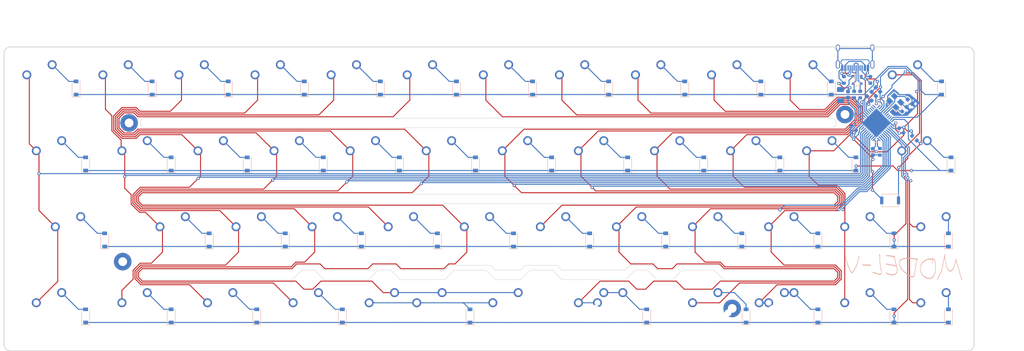
<source format=kicad_pcb>
(kicad_pcb (version 20171130) (host pcbnew "(5.1.10)-1")
  (layers (0 F.Cu signal) (31 B.Cu signal) (34 B.Paste user) (35 F.Paste user) (36 B.SilkS user) (37 F.SilkS user) (38 B.Mask user) (39 F.Mask user) (44 Edge.Cuts user))
  (net 0 "")
  (net 1 GND)
  (net 2 VCC)
  (net 3 col0)
  (net 4 col1)
  (net 5 col2)
  (net 6 col3)
  (net 7 col4)
  (net 8 col5)
  (net 9 col6)
  (net 10 col7)
  (net 11 col8)
  (net 12 col9)
  (net 13 col10)
  (net 14 col11)
  (net 15 row0)
  (net 16 row1)
  (net 17 row2)
  (net 18 row3)
  (net 19 "Net-(D_1-Pad2)")
  (net 20 "Net-(D_2-Pad2)")
  (net 21 "Net-(D_3-Pad2)")
  (net 22 "Net-(D_4-Pad2)")
  (net 23 "Net-(D_5-Pad2)")
  (net 24 "Net-(D_6-Pad2)")
  (net 25 "Net-(D_7-Pad2)")
  (net 26 "Net-(D_8-Pad2)")
  (net 27 "Net-(D_9-Pad2)")
  (net 28 "Net-(D_10-Pad2)")
  (net 29 "Net-(D_11-Pad2)")
  (net 30 "Net-(D_12-Pad2)")
  (net 31 "Net-(D_13-Pad2)")
  (net 32 "Net-(D_14-Pad2)")
  (net 33 "Net-(D_15-Pad2)")
  (net 34 "Net-(D_16-Pad2)")
  (net 35 "Net-(D_17-Pad2)")
  (net 36 "Net-(D_18-Pad2)")
  (net 37 "Net-(D_19-Pad2)")
  (net 38 "Net-(D_20-Pad2)")
  (net 39 "Net-(D_21-Pad2)")
  (net 40 "Net-(D_22-Pad2)")
  (net 41 "Net-(D_23-Pad2)")
  (net 42 "Net-(D_24-Pad2)")
  (net 43 "Net-(D_25-Pad2)")
  (net 44 "Net-(D_26-Pad2)")
  (net 45 "Net-(D_27-Pad2)")
  (net 46 "Net-(D_28-Pad2)")
  (net 47 "Net-(D_29-Pad2)")
  (net 48 "Net-(D_30-Pad2)")
  (net 49 "Net-(D_31-Pad2)")
  (net 50 "Net-(D_32-Pad2)")
  (net 51 "Net-(D_33-Pad2)")
  (net 52 "Net-(D_34-Pad2)")
  (net 53 "Net-(D_35-Pad2)")
  (net 54 "Net-(D_36-Pad2)")
  (net 55 "Net-(D_37-Pad2)")
  (net 56 "Net-(D_38-Pad2)")
  (net 57 "Net-(D_40-Pad2)")
  (net 58 "Net-(D_39-Pad2)")
  (net 59 "Net-(D_41-Pad2)")
  (net 60 "Net-(D_42-Pad2)")
  (net 61 "Net-(D_43-Pad2)")
  (net 62 "Net-(D_44-Pad2)")
  (net 63 "Net-(D_45-Pad2)")
  (net 64 "Net-(D_46-Pad2)")
  (net 65 +5V)
  (net 66 "Net-(C7-Pad1)")
  (net 67 "Net-(C8-Pad1)")
  (net 68 "Net-(C9-Pad1)")
  (net 69 "Net-(R1-Pad2)")
  (net 70 "Net-(R2-Pad2)")
  (net 71 "Net-(R3-Pad2)")
  (net 72 D-)
  (net 73 "Net-(R4-Pad2)")
  (net 74 D+)
  (net 75 "Net-(R5-Pad2)")
  (net 76 "Net-(R6-Pad2)")
  (net 77 "Net-(U1-Pad42)")
  (net 78 "Net-(U1-Pad20)")
  (net 79 "Net-(U1-Pad19)")
  (net 80 "Net-(U1-Pad18)")
  (net 81 "Net-(U1-Pad12)")
  (net 82 "Net-(U1-Pad11)")
  (net 83 "Net-(U1-Pad10)")
  (net 84 "Net-(U1-Pad9)")
  (net 85 "Net-(U1-Pad8)")
  (net 86 "Net-(U1-Pad1)")
  (net 87 "Net-(USB1-Pad3)")
  (net 88 "Net-(USB1-Pad9)")
  (net 89 "Net-(USB1-Pad13)")
  (module random-keyboard-parts:model-v (layer B.Cu) (at 225.044 55.118 180)
    (fp_text reference G*** hide)
    (fp_text value LOGO hide)
  )
  (module Button_Switch_SMD:SW_Push_SPST_NO_Alps_SKRK (layer B.Cu) (at 221.869 38.481)
    (fp_text reference SW1 hide)
    (fp_text value SW_Push)
    (pad 1 smd roundrect (at -2.1 0) (size 0.8 2) (layers B.Cu B.Paste B.Mask) (net 1 GND))
    (pad 2 smd roundrect (at 2.1 0) (size 0.8 2) (layers B.Cu B.Paste B.Mask) (net 76 "Net-(R6-Pad2)"))
  )
  (module MX_Only:MXOnly-1.5U-NoLED (layer F.Cu) (at 228.6 28.575)
    (fp_text reference K_24)
    (fp_text value KEYSW)
    (pad "" np_thru_hole circle (at 5.08 0 48.0996) (size 1.75 1.75) (drill 1.75) (layers *.Cu *.Mask))
    (pad "" np_thru_hole circle (at -5.08 0 48.0996) (size 1.75 1.75) (drill 1.75) (layers *.Cu *.Mask))
    (pad 1 thru_hole circle (at -3.81 -2.54) (size 2.25 2.25) (drill 1.47) (layers *.Cu B.Mask) (net 14 col11))
    (pad "" np_thru_hole circle (at 0 0) (size 3.9878 3.9878) (drill 3.9878) (layers *.Cu *.Mask))
    (pad 2 thru_hole circle (at 2.54 -5.08) (size 2.25 2.25) (drill 1.47) (layers *.Cu B.Mask) (net 42 "Net-(D_24-Pad2)"))
  )
  (module Package_DFN_QFN:QFN-44-1EP_7x7mm_P0.5mm_EP5.2x5.2mm (layer B.Cu) (at 218.44 19.05 315)
    (fp_text reference U1 hide)
    (fp_text value ATmega32U4-MU)
    (pad 1 smd roundrect (at -3.3375 2.5 315) (size 1.075 0.25) (layers B.Cu B.Paste B.Mask) (net 86 "Net-(U1-Pad1)"))
    (pad 2 smd roundrect (at -3.3375 2 315) (size 1.075 0.25) (layers B.Cu B.Paste B.Mask) (net 65 +5V))
    (pad 3 smd roundrect (at -3.3375 1.5 315) (size 1.075 0.25) (layers B.Cu B.Paste B.Mask) (net 72 D-))
    (pad 4 smd roundrect (at -3.3375 1 315) (size 1.075 0.25) (layers B.Cu B.Paste B.Mask) (net 74 D+))
    (pad 5 smd roundrect (at -3.3375 0.5 315) (size 1.075 0.25) (layers B.Cu B.Paste B.Mask) (net 1 GND))
    (pad 6 smd roundrect (at -3.3375 0 315) (size 1.075 0.25) (layers B.Cu B.Paste B.Mask) (net 66 "Net-(C7-Pad1)"))
    (pad 7 smd roundrect (at -3.3375 -0.5 315) (size 1.075 0.25) (layers B.Cu B.Paste B.Mask) (net 65 +5V))
    (pad 8 smd roundrect (at -3.3375 -1 315) (size 1.075 0.25) (layers B.Cu B.Paste B.Mask) (net 85 "Net-(U1-Pad8)"))
    (pad 9 smd roundrect (at -3.3375 -1.5 315) (size 1.075 0.25) (layers B.Cu B.Paste B.Mask) (net 84 "Net-(U1-Pad9)"))
    (pad 10 smd roundrect (at -3.3375 -2 315) (size 1.075 0.25) (layers B.Cu B.Paste B.Mask) (net 83 "Net-(U1-Pad10)"))
    (pad 11 smd roundrect (at -3.3375 -2.5 315) (size 1.075 0.25) (layers B.Cu B.Paste B.Mask) (net 82 "Net-(U1-Pad11)"))
    (pad 12 smd roundrect (at -2.5 -3.3375 315) (size 0.25 1.075) (layers B.Cu B.Paste B.Mask) (net 81 "Net-(U1-Pad12)"))
    (pad 13 smd roundrect (at -2 -3.3375 315) (size 0.25 1.075) (layers B.Cu B.Paste B.Mask) (net 76 "Net-(R6-Pad2)"))
    (pad 14 smd roundrect (at -1.5 -3.3375 315) (size 0.25 1.075) (layers B.Cu B.Paste B.Mask) (net 65 +5V))
    (pad 15 smd roundrect (at -1 -3.3375 315) (size 0.25 1.075) (layers B.Cu B.Paste B.Mask) (net 1 GND))
    (pad 16 smd roundrect (at -0.5 -3.3375 315) (size 0.25 1.075) (layers B.Cu B.Paste B.Mask) (net 68 "Net-(C9-Pad1)"))
    (pad 17 smd roundrect (at 0 -3.3375 315) (size 0.25 1.075) (layers B.Cu B.Paste B.Mask) (net 67 "Net-(C8-Pad1)"))
    (pad 18 smd roundrect (at 0.5 -3.3375 315) (size 0.25 1.075) (layers B.Cu B.Paste B.Mask) (net 80 "Net-(U1-Pad18)"))
    (pad 19 smd roundrect (at 1 -3.3375 315) (size 0.25 1.075) (layers B.Cu B.Paste B.Mask) (net 79 "Net-(U1-Pad19)"))
    (pad 20 smd roundrect (at 1.5 -3.3375 315) (size 0.25 1.075) (layers B.Cu B.Paste B.Mask) (net 78 "Net-(U1-Pad20)"))
    (pad 21 smd roundrect (at 2 -3.3375 315) (size 0.25 1.075) (layers B.Cu B.Paste B.Mask) (net 15 row0))
    (pad 22 smd roundrect (at 2.5 -3.3375 315) (size 0.25 1.075) (layers B.Cu B.Paste B.Mask) (net 16 row1))
    (pad 23 smd roundrect (at 3.3375 -2.5 315) (size 1.075 0.25) (layers B.Cu B.Paste B.Mask) (net 1 GND))
    (pad 24 smd roundrect (at 3.3375 -2 315) (size 1.075 0.25) (layers B.Cu B.Paste B.Mask) (net 65 +5V))
    (pad 25 smd roundrect (at 3.3375 -1.5 315) (size 1.075 0.25) (layers B.Cu B.Paste B.Mask) (net 18 row3))
    (pad 26 smd roundrect (at 3.3375 -1 315) (size 1.075 0.25) (layers B.Cu B.Paste B.Mask) (net 17 row2))
    (pad 27 smd roundrect (at 3.3375 -0.5 315) (size 1.075 0.25) (layers B.Cu B.Paste B.Mask) (net 14 col11))
    (pad 28 smd roundrect (at 3.3375 0 315) (size 1.075 0.25) (layers B.Cu B.Paste B.Mask) (net 13 col10))
    (pad 29 smd roundrect (at 3.3375 0.5 315) (size 1.075 0.25) (layers B.Cu B.Paste B.Mask) (net 12 col9))
    (pad 30 smd roundrect (at 3.3375 1 315) (size 1.075 0.25) (layers B.Cu B.Paste B.Mask) (net 11 col8))
    (pad 31 smd roundrect (at 3.3375 1.5 315) (size 1.075 0.25) (layers B.Cu B.Paste B.Mask) (net 10 col7))
    (pad 32 smd roundrect (at 3.3375 2 315) (size 1.075 0.25) (layers B.Cu B.Paste B.Mask) (net 9 col6))
    (pad 33 smd roundrect (at 3.3375 2.5 315) (size 1.075 0.25) (layers B.Cu B.Paste B.Mask) (net 75 "Net-(R5-Pad2)"))
    (pad 34 smd roundrect (at 2.5 3.3375 315) (size 0.25 1.075) (layers B.Cu B.Paste B.Mask) (net 65 +5V))
    (pad 35 smd roundrect (at 2 3.3375 315) (size 0.25 1.075) (layers B.Cu B.Paste B.Mask) (net 1 GND))
    (pad 36 smd roundrect (at 1.5 3.3375 315) (size 0.25 1.075) (layers B.Cu B.Paste B.Mask) (net 8 col5))
    (pad 37 smd roundrect (at 1 3.3375 315) (size 0.25 1.075) (layers B.Cu B.Paste B.Mask) (net 7 col4))
    (pad 38 smd roundrect (at 0.5 3.3375 315) (size 0.25 1.075) (layers B.Cu B.Paste B.Mask) (net 6 col3))
    (pad 39 smd roundrect (at 0 3.3375 315) (size 0.25 1.075) (layers B.Cu B.Paste B.Mask) (net 5 col2))
    (pad 40 smd roundrect (at -0.5 3.3375 315) (size 0.25 1.075) (layers B.Cu B.Paste B.Mask) (net 4 col1))
    (pad 41 smd roundrect (at -1 3.3375 315) (size 0.25 1.075) (layers B.Cu B.Paste B.Mask) (net 3 col0))
    (pad 42 smd roundrect (at -1.5 3.3375 315) (size 0.25 1.075) (layers B.Cu B.Paste B.Mask) (net 77 "Net-(U1-Pad42)"))
    (pad 43 smd roundrect (at -2 3.3375 315) (size 0.25 1.075) (layers B.Cu B.Paste B.Mask) (net 1 GND))
    (pad 44 smd roundrect (at -2.5 3.3375 315) (size 0.25 1.075) (layers B.Cu B.Paste B.Mask) (net 65 +5V))
    (pad 45 smd rect (at 0 0 315) (size 5.2 5.2) (layers B.Cu B.Mask) (net 1 GND))
  )
  (module Crystal:Crystal_SMD_3225-4Pin_3.2x2.5mm (layer B.Cu) (at 223.139 13.716 135)
    (fp_text reference Y1 hide)
    (fp_text value 16MHz)
    (pad 4 smd rect (at -1.1 0.85 135) (size 1.4 1.2) (layers B.Cu B.Paste B.Mask) (net 1 GND))
    (pad 3 smd rect (at 1.1 0.85 135) (size 1.4 1.2) (layers B.Cu B.Paste B.Mask) (net 68 "Net-(C9-Pad1)"))
    (pad 2 smd rect (at 1.1 -0.85 135) (size 1.4 1.2) (layers B.Cu B.Paste B.Mask) (net 1 GND))
    (pad 1 smd rect (at -1.1 -0.85 135) (size 1.4 1.2) (layers B.Cu B.Paste B.Mask) (net 67 "Net-(C8-Pad1)"))
  )
  (module Resistor_SMD:R_0603_1608Metric (layer B.Cu) (at 227.965 22.86 315)
    (fp_text reference R6 hide)
    (fp_text value 10k)
    (pad 2 smd roundrect (at 0.825 0 315) (size 0.8 0.95) (layers B.Cu B.Paste B.Mask) (net 76 "Net-(R6-Pad2)"))
    (pad 1 smd roundrect (at -0.825 0 315) (size 0.8 0.95) (layers B.Cu B.Paste B.Mask) (net 65 +5V))
  )
  (module Resistor_SMD:R_0603_1608Metric (layer B.Cu) (at 219.329 26.289 90)
    (fp_text reference R5 hide)
    (fp_text value 10k)
    (pad 2 smd roundrect (at 0.825 0 90) (size 0.8 0.95) (layers B.Cu B.Paste B.Mask) (net 75 "Net-(R5-Pad2)"))
    (pad 1 smd roundrect (at -0.825 0 90) (size 0.8 0.95) (layers B.Cu B.Paste B.Mask) (net 1 GND))
  )
  (module Capacitor_SMD:C_0603_1608Metric (layer B.Cu) (at 226.822 13.716 315)
    (fp_text reference C9 hide)
    (fp_text value 22pF)
    (pad 2 smd roundrect (at 0.775 0 315) (size 0.9 0.95) (layers B.Cu B.Paste B.Mask) (net 1 GND))
    (pad 1 smd roundrect (at -0.775 0 315) (size 0.9 0.95) (layers B.Cu B.Paste B.Mask) (net 68 "Net-(C9-Pad1)"))
  )
  (module Capacitor_SMD:C_0603_1608Metric (layer B.Cu) (at 225.425 15.621 45)
    (fp_text reference C8 hide)
    (fp_text value 22pF)
    (pad 2 smd roundrect (at 0.775 0 45) (size 0.9 0.95) (layers B.Cu B.Paste B.Mask) (net 1 GND))
    (pad 1 smd roundrect (at -0.775 0 45) (size 0.9 0.95) (layers B.Cu B.Paste B.Mask) (net 67 "Net-(C8-Pad1)"))
  )
  (module Capacitor_SMD:C_0603_1608Metric (layer B.Cu) (at 216.662 11.811 45)
    (fp_text reference C7 hide)
    (fp_text value 1uF)
    (pad 2 smd roundrect (at 0.775 0 45) (size 0.9 0.95) (layers B.Cu B.Paste B.Mask) (net 1 GND))
    (pad 1 smd roundrect (at -0.775 0 45) (size 0.9 0.95) (layers B.Cu B.Paste B.Mask) (net 66 "Net-(C7-Pad1)"))
  )
  (module Capacitor_SMD:C_0603_1608Metric (layer B.Cu) (at 218.821 10.668 135)
    (fp_text reference C6 hide)
    (fp_text value 0.1uF)
    (pad 2 smd roundrect (at 0.775 0 135) (size 0.9 0.95) (layers B.Cu B.Paste B.Mask) (net 1 GND))
    (pad 1 smd roundrect (at -0.775 0 135) (size 0.9 0.95) (layers B.Cu B.Paste B.Mask) (net 65 +5V))
  )
  (module Capacitor_SMD:C_0603_1608Metric (layer B.Cu) (at 217.764992 12.867008 45)
    (fp_text reference C5 hide)
    (fp_text value 0.1uF)
    (pad 2 smd roundrect (at 0.775 0 45) (size 0.9 0.95) (layers B.Cu B.Paste B.Mask) (net 1 GND))
    (pad 1 smd roundrect (at -0.775 0 45) (size 0.9 0.95) (layers B.Cu B.Paste B.Mask) (net 65 +5V))
  )
  (module Capacitor_SMD:C_0603_1608Metric (layer B.Cu) (at 224.663 20.955 315)
    (fp_text reference C4 hide)
    (fp_text value 0.1uF)
    (pad 2 smd roundrect (at 0.775 0 315) (size 0.9 0.95) (layers B.Cu B.Paste B.Mask) (net 1 GND))
    (pad 1 smd roundrect (at -0.775 0 315) (size 0.9 0.95) (layers B.Cu B.Paste B.Mask) (net 65 +5V))
  )
  (module Capacitor_SMD:C_0603_1608Metric (layer B.Cu) (at 217.551 26.302 270)
    (fp_text reference C3 hide)
    (fp_text value 0.1uF)
    (pad 2 smd roundrect (at 0.775 0 270) (size 0.9 0.95) (layers B.Cu B.Paste B.Mask) (net 1 GND))
    (pad 1 smd roundrect (at -0.775 0 270) (size 0.9 0.95) (layers B.Cu B.Paste B.Mask) (net 65 +5V))
  )
  (module Capacitor_SMD:C_0603_1608Metric (layer B.Cu) (at 212.765008 20.360008 135)
    (fp_text reference C2 hide)
    (fp_text value 0.1uF)
    (pad 2 smd roundrect (at 0.775 0 135) (size 0.9 0.95) (layers B.Cu B.Paste B.Mask) (net 1 GND))
    (pad 1 smd roundrect (at -0.775 0 135) (size 0.9 0.95) (layers B.Cu B.Paste B.Mask) (net 65 +5V))
  )
  (module Capacitor_SMD:C_0603_1608Metric (layer B.Cu) (at 211.328 11.938 90)
    (fp_text reference C1 hide)
    (fp_text value 10uF)
    (pad 2 smd roundrect (at 0.775 0 90) (size 0.9 0.95) (layers B.Cu B.Paste B.Mask) (net 1 GND))
    (pad 1 smd roundrect (at -0.775 0 90) (size 0.9 0.95) (layers B.Cu B.Paste B.Mask) (net 65 +5V))
  )
  (module Resistor_SMD:R_0603_1608Metric (layer B.Cu) (at 216.916 8.255 90)
    (fp_text reference R1 hide)
    (fp_text value 5.1k)
    (pad 2 smd roundrect (at 0.825 0 90) (size 0.8 0.95) (layers B.Cu B.Paste B.Mask) (net 69 "Net-(R1-Pad2)"))
    (pad 1 smd roundrect (at -0.825 0 90) (size 0.8 0.95) (layers B.Cu B.Paste B.Mask) (net 1 GND))
  )
  (module Resistor_SMD:R_0603_1608Metric (layer B.Cu) (at 210.312 8.255 90)
    (fp_text reference R2 hide)
    (fp_text value 5.1k)
    (pad 2 smd roundrect (at 0.825 0 90) (size 0.8 0.95) (layers B.Cu B.Paste B.Mask) (net 70 "Net-(R2-Pad2)"))
    (pad 1 smd roundrect (at -0.825 0 90) (size 0.8 0.95) (layers B.Cu B.Paste B.Mask) (net 1 GND))
  )
  (module Resistor_SMD:R_0603_1608Metric (layer B.Cu) (at 212.852 11.938 90)
    (fp_text reference R3 hide)
    (fp_text value 22)
    (pad 2 smd roundrect (at 0.825 0 90) (size 0.8 0.95) (layers B.Cu B.Paste B.Mask) (net 71 "Net-(R3-Pad2)"))
    (pad 1 smd roundrect (at -0.825 0 90) (size 0.8 0.95) (layers B.Cu B.Paste B.Mask) (net 72 D-))
  )
  (module Resistor_SMD:R_0603_1608Metric (layer B.Cu) (at 214.376 11.938 90)
    (fp_text reference R4 hide)
    (fp_text value 22)
    (pad 2 smd roundrect (at 0.825 0 90) (size 0.8 0.95) (layers B.Cu B.Paste B.Mask) (net 73 "Net-(R4-Pad2)"))
    (pad 1 smd roundrect (at -0.825 0 90) (size 0.8 0.95) (layers B.Cu B.Paste B.Mask) (net 74 D+))
  )
  (module Type-C:HRO-TYPE-C-31-M-12-Assembly (layer B.Cu) (at 213.106 -2.413)
    (fp_text reference USB1 hide)
    (fp_text value HRO-TYPE-C-31-M-12)
    (pad 13 thru_hole oval (at 4.32 2.6) (size 1 1.6) (drill oval 0.6 1.2) (layers *.Cu *.Mask) (net 89 "Net-(USB1-Pad13)"))
    (pad 13 thru_hole oval (at -4.32 2.6) (size 1 1.6) (drill oval 0.6 1.2) (layers *.Cu *.Mask) (net 89 "Net-(USB1-Pad13)"))
    (pad 13 thru_hole oval (at 4.32 6.78) (size 1 2.1) (drill oval 0.6 1.7) (layers *.Cu *.Mask) (net 89 "Net-(USB1-Pad13)"))
    (pad 13 thru_hole oval (at -4.32 6.78) (size 1 2.1) (drill oval 0.6 1.7) (layers *.Cu *.Mask) (net 89 "Net-(USB1-Pad13)"))
    (pad "" np_thru_hole circle (at -2.89 6.25) (size 0.65 0.65) (drill 0.65) (layers *.Cu *.Mask))
    (pad "" np_thru_hole circle (at 2.89 6.25) (size 0.65 0.65) (drill 0.65) (layers *.Cu *.Mask))
    (pad 6 smd rect (at -0.25 7.695) (size 0.3 1.45) (layers B.Cu B.Paste B.Mask) (net 73 "Net-(R4-Pad2)"))
    (pad 7 smd rect (at 0.25 7.695) (size 0.3 1.45) (layers B.Cu B.Paste B.Mask) (net 71 "Net-(R3-Pad2)"))
    (pad 8 smd rect (at 0.75 7.695) (size 0.3 1.45) (layers B.Cu B.Paste B.Mask) (net 73 "Net-(R4-Pad2)"))
    (pad 5 smd rect (at -0.75 7.695) (size 0.3 1.45) (layers B.Cu B.Paste B.Mask) (net 71 "Net-(R3-Pad2)"))
    (pad 9 smd rect (at 1.25 7.695) (size 0.3 1.45) (layers B.Cu B.Paste B.Mask) (net 88 "Net-(USB1-Pad9)"))
    (pad 4 smd rect (at -1.25 7.695) (size 0.3 1.45) (layers B.Cu B.Paste B.Mask) (net 70 "Net-(R2-Pad2)"))
    (pad 10 smd rect (at 1.75 7.695) (size 0.3 1.45) (layers B.Cu B.Paste B.Mask) (net 69 "Net-(R1-Pad2)"))
    (pad 3 smd rect (at -1.75 7.695) (size 0.3 1.45) (layers B.Cu B.Paste B.Mask) (net 87 "Net-(USB1-Pad3)"))
    (pad 2 smd rect (at -2.45 7.695) (size 0.6 1.45) (layers B.Cu B.Paste B.Mask) (net 2 VCC))
    (pad 11 smd rect (at 2.45 7.695) (size 0.6 1.45) (layers B.Cu B.Paste B.Mask) (net 2 VCC))
    (pad 1 smd rect (at -3.225 7.695) (size 0.6 1.45) (layers B.Cu B.Paste B.Mask) (net 1 GND))
    (pad 12 smd rect (at 3.225 7.695) (size 0.6 1.45) (layers B.Cu B.Paste B.Mask) (net 1 GND))
  )
  (module random-keyboard-parts:SOT143B (layer B.Cu) (at 213.614 8.255 180)
    (fp_text reference U2 hide)
    (fp_text value PRTR5V0U2X)
    (pad 1 smd rect (at -1 0.75 270) (size 1 0.7) (layers B.Cu B.Paste B.Mask) (net 1 GND))
    (pad 4 smd rect (at 1 0.95 270) (size 0.6 0.7) (layers B.Cu B.Paste B.Mask) (net 2 VCC))
    (pad 2 smd rect (at -1 -0.95 270) (size 0.6 0.7) (layers B.Cu B.Paste B.Mask) (net 73 "Net-(R4-Pad2)"))
    (pad 3 smd rect (at 1 -0.95 270) (size 0.6 0.7) (layers B.Cu B.Paste B.Mask) (net 71 "Net-(R3-Pad2)"))
  )
  (module Fuse:Fuse_1206_3216Metric (layer B.Cu) (at 209.423 12.065 90)
    (fp_text reference F1 hide)
    (fp_text value 500mA)
    (pad 2 smd roundrect (at 1.4 0 90) (size 1.25 1.75) (layers B.Cu B.Paste B.Mask) (roundrect_rratio 0.2) (net 2 VCC))
    (pad 1 smd roundrect (at -1.4 0 90) (size 1.25 1.75) (layers B.Cu B.Paste B.Mask) (roundrect_rratio 0.2) (net 65 +5V))
  )
  (module MountingHole:MountingHole_2.2mm_M2_Pad (layer F.Cu) (at 29.725 53.824)
    (fp_text reference H2 hide)
    (fp_text value MountingHole_Pad)
    (pad 1 thru_hole circle (at 0 0) (size 4.4 4.4) (drill 2.2) (layers *.Cu *.Mask))
  )
  (module MountingHole:MountingHole_2.2mm_M2_Pad (layer F.Cu) (at 31.325 19.05)
    (fp_text reference H1 hide)
    (fp_text value MountingHole_Pad)
    (pad 1 thru_hole circle (at 0 0) (size 4.4 4.4) (drill 2.2) (layers *.Cu *.Mask))
  )
  (module MountingHole:MountingHole_2.2mm_M2_Pad (layer F.Cu) (at 182.325 65.559)
    (fp_text reference H6 hide)
    (fp_text value MountingHole_Pad)
    (pad 1 thru_hole circle (at 0 0) (size 4.4 4.4) (drill 2.2) (layers *.Cu *.Mask))
  )
  (module MountingHole:MountingHole_2.2mm_M2_Pad (layer F.Cu) (at 210.575 16.924)
    (fp_text reference H6)
    (fp_text value MountingHole_Pad)
    (pad 1 thru_hole circle (at 0 0) (size 4.4 4.4) (drill 2.2) (layers *.Cu *.Mask))
  )
  (module MX_Only:MXOnly-1U-NoLED (layer F.Cu) (at 233.3625 66.675)
    (fp_text reference K_50)
    (fp_text value KEYSW)
    (pad "" np_thru_hole circle (at 5.08 0 48.0996) (size 1.75 1.75) (drill 1.75) (layers *.Cu *.Mask))
    (pad "" np_thru_hole circle (at -5.08 0 48.0996) (size 1.75 1.75) (drill 1.75) (layers *.Cu *.Mask))
    (pad 1 thru_hole circle (at -3.81 -2.54) (size 2.25 2.25) (drill 1.47) (layers *.Cu B.Mask) (net 14 col11))
    (pad "" np_thru_hole circle (at 0 0) (size 3.9878 3.9878) (drill 3.9878) (layers *.Cu *.Mask))
    (pad 2 thru_hole circle (at 2.54 -5.08) (size 2.25 2.25) (drill 1.47) (layers *.Cu B.Mask) (net 64 "Net-(D_46-Pad2)"))
  )
  (module MX_Only:MXOnly-1U-NoLED (layer F.Cu) (at 214.3125 66.675)
    (fp_text reference K_49)
    (fp_text value KEYSW)
    (pad "" np_thru_hole circle (at 5.08 0 48.0996) (size 1.75 1.75) (drill 1.75) (layers *.Cu *.Mask))
    (pad "" np_thru_hole circle (at -5.08 0 48.0996) (size 1.75 1.75) (drill 1.75) (layers *.Cu *.Mask))
    (pad 1 thru_hole circle (at -3.81 -2.54) (size 2.25 2.25) (drill 1.47) (layers *.Cu B.Mask) (net 13 col10))
    (pad "" np_thru_hole circle (at 0 0) (size 3.9878 3.9878) (drill 3.9878) (layers *.Cu *.Mask))
    (pad 2 thru_hole circle (at 2.54 -5.08) (size 2.25 2.25) (drill 1.47) (layers *.Cu B.Mask) (net 63 "Net-(D_45-Pad2)"))
  )
  (module MX_Only:MXOnly-1U-NoLED (layer F.Cu) (at 195.2625 66.675)
    (fp_text reference K_48)
    (fp_text value KEYSW)
    (pad "" np_thru_hole circle (at 5.08 0 48.0996) (size 1.75 1.75) (drill 1.75) (layers *.Cu *.Mask))
    (pad "" np_thru_hole circle (at -5.08 0 48.0996) (size 1.75 1.75) (drill 1.75) (layers *.Cu *.Mask))
    (pad 1 thru_hole circle (at -3.81 -2.54) (size 2.25 2.25) (drill 1.47) (layers *.Cu B.Mask) (net 12 col9))
    (pad "" np_thru_hole circle (at 0 0) (size 3.9878 3.9878) (drill 3.9878) (layers *.Cu *.Mask))
    (pad 2 thru_hole circle (at 2.54 -5.08) (size 2.25 2.25) (drill 1.47) (layers *.Cu B.Mask) (net 62 "Net-(D_44-Pad2)"))
  )
  (module MX_Only:MXOnly-1.25U-NoLED (layer F.Cu) (at 192.88125 66.675)
    (fp_text reference K_47)
    (fp_text value KEYSW)
    (pad "" np_thru_hole circle (at 5.08 0 48.0996) (size 1.75 1.75) (drill 1.75) (layers *.Cu *.Mask))
    (pad "" np_thru_hole circle (at -5.08 0 48.0996) (size 1.75 1.75) (drill 1.75) (layers *.Cu *.Mask))
    (pad 1 thru_hole circle (at -3.81 -2.54) (size 2.25 2.25) (drill 1.47) (layers *.Cu B.Mask) (net 12 col9))
    (pad "" np_thru_hole circle (at 0 0) (size 3.9878 3.9878) (drill 3.9878) (layers *.Cu *.Mask))
    (pad 2 thru_hole circle (at 2.54 -5.08) (size 2.25 2.25) (drill 1.47) (layers *.Cu B.Mask) (net 62 "Net-(D_44-Pad2)"))
  )
  (module MX_Only:MXOnly-1U-NoLED (layer F.Cu) (at 176.2125 66.675)
    (fp_text reference K_46)
    (fp_text value KEYSW)
    (pad "" np_thru_hole circle (at 5.08 0 48.0996) (size 1.75 1.75) (drill 1.75) (layers *.Cu *.Mask))
    (pad "" np_thru_hole circle (at -5.08 0 48.0996) (size 1.75 1.75) (drill 1.75) (layers *.Cu *.Mask))
    (pad 1 thru_hole circle (at -3.81 -2.54) (size 2.25 2.25) (drill 1.47) (layers *.Cu B.Mask) (net 11 col8))
    (pad "" np_thru_hole circle (at 0 0) (size 3.9878 3.9878) (drill 3.9878) (layers *.Cu *.Mask))
    (pad 2 thru_hole circle (at 2.54 -5.08) (size 2.25 2.25) (drill 1.47) (layers *.Cu B.Mask) (net 61 "Net-(D_43-Pad2)"))
  )
  (module MX_Only:MXOnly-3U-ReversedStabilizers-NoLED (layer F.Cu) (at 152.4 66.675)
    (fp_text reference K_45)
    (fp_text value KEYSW)
    (pad "" np_thru_hole circle (at 19.05 -8.255) (size 3.9878 3.9878) (drill 3.9878) (layers *.Cu *.Mask))
    (pad "" np_thru_hole circle (at -19.05 -8.255) (size 3.9878 3.9878) (drill 3.9878) (layers *.Cu *.Mask))
    (pad "" np_thru_hole circle (at 19.05 6.985) (size 3.048 3.048) (drill 3.048) (layers *.Cu *.Mask))
    (pad "" np_thru_hole circle (at -19.05 6.985) (size 3.048 3.048) (drill 3.048) (layers *.Cu *.Mask))
    (pad "" np_thru_hole circle (at 5.08 0 48.0996) (size 1.75 1.75) (drill 1.75) (layers *.Cu *.Mask))
    (pad "" np_thru_hole circle (at -5.08 0 48.0996) (size 1.75 1.75) (drill 1.75) (layers *.Cu *.Mask))
    (pad "" np_thru_hole circle (at 0 0) (size 3.9878 3.9878) (drill 3.9878) (layers *.Cu *.Mask))
    (pad 1 thru_hole circle (at -3.81 -2.54 48.1) (size 2.25 2.25) (drill 1.47) (layers *.Cu B.Mask) (net 10 col7))
    (pad 2 thru_hole circle (at 2.54 -5.08) (size 2.25 2.25) (drill 1.47) (layers *.Cu B.Mask) (net 60 "Net-(D_42-Pad2)"))
  )
  (module MX_Only:MXOnly-2U-ReversedStabilizers-NoLED (layer F.Cu) (at 147.6375 66.675)
    (fp_text reference K_44)
    (fp_text value KEYSW)
    (pad "" np_thru_hole circle (at 11.90625 -8.255) (size 3.9878 3.9878) (drill 3.9878) (layers *.Cu *.Mask))
    (pad "" np_thru_hole circle (at -11.90625 -8.255) (size 3.9878 3.9878) (drill 3.9878) (layers *.Cu *.Mask))
    (pad "" np_thru_hole circle (at 11.90625 6.985) (size 3.048 3.048) (drill 3.048) (layers *.Cu *.Mask))
    (pad "" np_thru_hole circle (at -11.90625 6.985) (size 3.048 3.048) (drill 3.048) (layers *.Cu *.Mask))
    (pad "" np_thru_hole circle (at 5.08 0 48.0996) (size 1.75 1.75) (drill 1.75) (layers *.Cu *.Mask))
    (pad "" np_thru_hole circle (at -5.08 0 48.0996) (size 1.75 1.75) (drill 1.75) (layers *.Cu *.Mask))
    (pad 1 thru_hole circle (at -3.81 -2.54) (size 2.25 2.25) (drill 1.47) (layers *.Cu B.Mask) (net 10 col7))
    (pad "" np_thru_hole circle (at 0 0) (size 3.9878 3.9878) (drill 3.9878) (layers *.Cu *.Mask))
    (pad 2 thru_hole circle (at 2.54 -5.08) (size 2.25 2.25) (drill 1.47) (layers *.Cu B.Mask) (net 60 "Net-(D_42-Pad2)"))
  )
  (module MX_Only:MXOnly-6.25U-ReversedStabilizers-NoLED (layer F.Cu) (at 126.20625 66.675)
    (fp_text reference K_43)
    (fp_text value KEYSW)
    (pad "" np_thru_hole circle (at 49.9999 -8.255) (size 3.9878 3.9878) (drill 3.9878) (layers *.Cu *.Mask))
    (pad "" np_thru_hole circle (at -49.9999 -8.255) (size 3.9878 3.9878) (drill 3.9878) (layers *.Cu *.Mask))
    (pad "" np_thru_hole circle (at 49.9999 6.985) (size 3.048 3.048) (drill 3.048) (layers *.Cu *.Mask))
    (pad "" np_thru_hole circle (at -49.9999 6.985) (size 3.048 3.048) (drill 3.048) (layers *.Cu *.Mask))
    (pad "" np_thru_hole circle (at 5.08 0 48.0996) (size 1.75 1.75) (drill 1.75) (layers *.Cu *.Mask))
    (pad "" np_thru_hole circle (at -5.08 0 48.0996) (size 1.75 1.75) (drill 1.75) (layers *.Cu *.Mask))
    (pad 1 thru_hole circle (at -3.81 -2.54) (size 2.25 2.25) (drill 1.47) (layers *.Cu B.Mask) (net 59 "Net-(D_41-Pad2)"))
    (pad "" np_thru_hole circle (at 0 0) (size 3.9878 3.9878) (drill 3.9878) (layers *.Cu *.Mask))
    (pad 2 thru_hole circle (at 2.54 -5.08) (size 2.25 2.25) (drill 1.47) (layers *.Cu B.Mask) (net 8 col5))
  )
  (module MX_Only:MXOnly-2.25U-ReversedStabilizers-NoLED (layer F.Cu) (at 107.15625 66.675)
    (fp_text reference K_42)
    (fp_text value KEYSW)
    (pad "" np_thru_hole circle (at 11.90625 -8.255) (size 3.9878 3.9878) (drill 3.9878) (layers *.Cu *.Mask))
    (pad "" np_thru_hole circle (at -11.90625 -8.255) (size 3.9878 3.9878) (drill 3.9878) (layers *.Cu *.Mask))
    (pad "" np_thru_hole circle (at 11.90625 6.985) (size 3.048 3.048) (drill 3.048) (layers *.Cu *.Mask))
    (pad "" np_thru_hole circle (at -11.90625 6.985) (size 3.048 3.048) (drill 3.048) (layers *.Cu *.Mask))
    (pad "" np_thru_hole circle (at 5.08 0 48.0996) (size 1.75 1.75) (drill 1.75) (layers *.Cu *.Mask))
    (pad "" np_thru_hole circle (at -5.08 0 48.0996) (size 1.75 1.75) (drill 1.75) (layers *.Cu *.Mask))
    (pad 1 thru_hole circle (at -3.81 -2.54) (size 2.25 2.25) (drill 1.47) (layers *.Cu B.Mask) (net 59 "Net-(D_41-Pad2)"))
    (pad "" np_thru_hole circle (at 0 0) (size 3.9878 3.9878) (drill 3.9878) (layers *.Cu *.Mask))
    (pad 2 thru_hole circle (at 2.54 -5.08) (size 2.25 2.25) (drill 1.47) (layers *.Cu B.Mask) (net 8 col5))
  )
  (module MX_Only:MXOnly-3U-ReversedStabilizers-NoLED (layer F.Cu) (at 95.25 66.675)
    (fp_text reference K_41)
    (fp_text value KEYSW)
    (pad "" np_thru_hole circle (at 19.05 -8.255) (size 3.9878 3.9878) (drill 3.9878) (layers *.Cu *.Mask))
    (pad "" np_thru_hole circle (at -19.05 -8.255) (size 3.9878 3.9878) (drill 3.9878) (layers *.Cu *.Mask))
    (pad "" np_thru_hole circle (at 19.05 6.985) (size 3.048 3.048) (drill 3.048) (layers *.Cu *.Mask))
    (pad "" np_thru_hole circle (at -19.05 6.985) (size 3.048 3.048) (drill 3.048) (layers *.Cu *.Mask))
    (pad "" np_thru_hole circle (at 5.08 0 48.0996) (size 1.75 1.75) (drill 1.75) (layers *.Cu *.Mask))
    (pad "" np_thru_hole circle (at -5.08 0 48.0996) (size 1.75 1.75) (drill 1.75) (layers *.Cu *.Mask))
    (pad "" np_thru_hole circle (at 0 0) (size 3.9878 3.9878) (drill 3.9878) (layers *.Cu *.Mask))
    (pad 1 thru_hole circle (at -3.81 -2.54 48.1) (size 2.25 2.25) (drill 1.47) (layers *.Cu B.Mask) (net 59 "Net-(D_41-Pad2)"))
    (pad 2 thru_hole circle (at 2.54 -5.08) (size 2.25 2.25) (drill 1.47) (layers *.Cu B.Mask) (net 8 col5))
  )
  (module MX_Only:MXOnly-1U-NoLED (layer F.Cu) (at 76.2 66.675)
    (fp_text reference K_40)
    (fp_text value KEYSW)
    (pad "" np_thru_hole circle (at 5.08 0 48.0996) (size 1.75 1.75) (drill 1.75) (layers *.Cu *.Mask))
    (pad "" np_thru_hole circle (at -5.08 0 48.0996) (size 1.75 1.75) (drill 1.75) (layers *.Cu *.Mask))
    (pad 1 thru_hole circle (at -3.81 -2.54) (size 2.25 2.25) (drill 1.47) (layers *.Cu B.Mask) (net 6 col3))
    (pad "" np_thru_hole circle (at 0 0) (size 3.9878 3.9878) (drill 3.9878) (layers *.Cu *.Mask))
    (pad 2 thru_hole circle (at 2.54 -5.08) (size 2.25 2.25) (drill 1.47) (layers *.Cu B.Mask) (net 57 "Net-(D_40-Pad2)"))
  )
  (module MX_Only:MXOnly-1.25U-NoLED (layer F.Cu) (at 54.76875 66.675)
    (fp_text reference K_39)
    (fp_text value KEYSW)
    (pad "" np_thru_hole circle (at 5.08 0 48.0996) (size 1.75 1.75) (drill 1.75) (layers *.Cu *.Mask))
    (pad "" np_thru_hole circle (at -5.08 0 48.0996) (size 1.75 1.75) (drill 1.75) (layers *.Cu *.Mask))
    (pad 1 thru_hole circle (at -3.81 -2.54) (size 2.25 2.25) (drill 1.47) (layers *.Cu B.Mask) (net 5 col2))
    (pad "" np_thru_hole circle (at 0 0) (size 3.9878 3.9878) (drill 3.9878) (layers *.Cu *.Mask))
    (pad 2 thru_hole circle (at 2.54 -5.08) (size 2.25 2.25) (drill 1.47) (layers *.Cu B.Mask) (net 58 "Net-(D_39-Pad2)"))
  )
  (module MX_Only:MXOnly-1U-NoLED (layer F.Cu) (at 33.3375 66.675)
    (fp_text reference K_38)
    (fp_text value KEYSW)
    (pad "" np_thru_hole circle (at 5.08 0 48.0996) (size 1.75 1.75) (drill 1.75) (layers *.Cu *.Mask))
    (pad "" np_thru_hole circle (at -5.08 0 48.0996) (size 1.75 1.75) (drill 1.75) (layers *.Cu *.Mask))
    (pad 1 thru_hole circle (at -3.81 -2.54) (size 2.25 2.25) (drill 1.47) (layers *.Cu B.Mask) (net 4 col1))
    (pad "" np_thru_hole circle (at 0 0) (size 3.9878 3.9878) (drill 3.9878) (layers *.Cu *.Mask))
    (pad 2 thru_hole circle (at 2.54 -5.08) (size 2.25 2.25) (drill 1.47) (layers *.Cu B.Mask) (net 56 "Net-(D_38-Pad2)"))
  )
  (module MX_Only:MXOnly-1.25U-NoLED (layer F.Cu) (at 11.90625 66.675)
    (fp_text reference K_37)
    (fp_text value KEYSW)
    (pad "" np_thru_hole circle (at 5.08 0 48.0996) (size 1.75 1.75) (drill 1.75) (layers *.Cu *.Mask))
    (pad "" np_thru_hole circle (at -5.08 0 48.0996) (size 1.75 1.75) (drill 1.75) (layers *.Cu *.Mask))
    (pad 1 thru_hole circle (at -3.81 -2.54) (size 2.25 2.25) (drill 1.47) (layers *.Cu B.Mask) (net 3 col0))
    (pad "" np_thru_hole circle (at 0 0) (size 3.9878 3.9878) (drill 3.9878) (layers *.Cu *.Mask))
    (pad 2 thru_hole circle (at 2.54 -5.08) (size 2.25 2.25) (drill 1.47) (layers *.Cu B.Mask) (net 55 "Net-(D_37-Pad2)"))
  )
  (module MX_Only:MXOnly-1U-NoLED (layer F.Cu) (at 233.3625 47.625)
    (fp_text reference K_36)
    (fp_text value KEYSW)
    (pad "" np_thru_hole circle (at 5.08 0 48.0996) (size 1.75 1.75) (drill 1.75) (layers *.Cu *.Mask))
    (pad "" np_thru_hole circle (at -5.08 0 48.0996) (size 1.75 1.75) (drill 1.75) (layers *.Cu *.Mask))
    (pad 1 thru_hole circle (at -3.81 -2.54) (size 2.25 2.25) (drill 1.47) (layers *.Cu B.Mask) (net 14 col11))
    (pad "" np_thru_hole circle (at 0 0) (size 3.9878 3.9878) (drill 3.9878) (layers *.Cu *.Mask))
    (pad 2 thru_hole circle (at 2.54 -5.08) (size 2.25 2.25) (drill 1.47) (layers *.Cu B.Mask) (net 54 "Net-(D_36-Pad2)"))
  )
  (module MX_Only:MXOnly-1U-NoLED (layer F.Cu) (at 214.3125 47.625)
    (fp_text reference K_35)
    (fp_text value KEYSW)
    (pad "" np_thru_hole circle (at 5.08 0 48.0996) (size 1.75 1.75) (drill 1.75) (layers *.Cu *.Mask))
    (pad "" np_thru_hole circle (at -5.08 0 48.0996) (size 1.75 1.75) (drill 1.75) (layers *.Cu *.Mask))
    (pad 1 thru_hole circle (at -3.81 -2.54) (size 2.25 2.25) (drill 1.47) (layers *.Cu B.Mask) (net 13 col10))
    (pad "" np_thru_hole circle (at 0 0) (size 3.9878 3.9878) (drill 3.9878) (layers *.Cu *.Mask))
    (pad 2 thru_hole circle (at 2.54 -5.08) (size 2.25 2.25) (drill 1.47) (layers *.Cu B.Mask) (net 53 "Net-(D_35-Pad2)"))
  )
  (module MX_Only:MXOnly-1U-NoLED (layer F.Cu) (at 195.2625 47.625)
    (fp_text reference K_34)
    (fp_text value KEYSW)
    (pad "" np_thru_hole circle (at 5.08 0 48.0996) (size 1.75 1.75) (drill 1.75) (layers *.Cu *.Mask))
    (pad "" np_thru_hole circle (at -5.08 0 48.0996) (size 1.75 1.75) (drill 1.75) (layers *.Cu *.Mask))
    (pad 1 thru_hole circle (at -3.81 -2.54) (size 2.25 2.25) (drill 1.47) (layers *.Cu B.Mask) (net 12 col9))
    (pad "" np_thru_hole circle (at 0 0) (size 3.9878 3.9878) (drill 3.9878) (layers *.Cu *.Mask))
    (pad 2 thru_hole circle (at 2.54 -5.08) (size 2.25 2.25) (drill 1.47) (layers *.Cu B.Mask) (net 52 "Net-(D_34-Pad2)"))
  )
  (module MX_Only:MXOnly-1U-NoLED (layer F.Cu) (at 176.2125 47.625)
    (fp_text reference K_33)
    (fp_text value KEYSW)
    (pad "" np_thru_hole circle (at 5.08 0 48.0996) (size 1.75 1.75) (drill 1.75) (layers *.Cu *.Mask))
    (pad "" np_thru_hole circle (at -5.08 0 48.0996) (size 1.75 1.75) (drill 1.75) (layers *.Cu *.Mask))
    (pad 1 thru_hole circle (at -3.81 -2.54) (size 2.25 2.25) (drill 1.47) (layers *.Cu B.Mask) (net 11 col8))
    (pad "" np_thru_hole circle (at 0 0) (size 3.9878 3.9878) (drill 3.9878) (layers *.Cu *.Mask))
    (pad 2 thru_hole circle (at 2.54 -5.08) (size 2.25 2.25) (drill 1.47) (layers *.Cu B.Mask) (net 51 "Net-(D_33-Pad2)"))
  )
  (module MX_Only:MXOnly-1U-NoLED (layer F.Cu) (at 157.1625 47.625)
    (fp_text reference K_32)
    (fp_text value KEYSW)
    (pad "" np_thru_hole circle (at 5.08 0 48.0996) (size 1.75 1.75) (drill 1.75) (layers *.Cu *.Mask))
    (pad "" np_thru_hole circle (at -5.08 0 48.0996) (size 1.75 1.75) (drill 1.75) (layers *.Cu *.Mask))
    (pad 1 thru_hole circle (at -3.81 -2.54) (size 2.25 2.25) (drill 1.47) (layers *.Cu B.Mask) (net 10 col7))
    (pad "" np_thru_hole circle (at 0 0) (size 3.9878 3.9878) (drill 3.9878) (layers *.Cu *.Mask))
    (pad 2 thru_hole circle (at 2.54 -5.08) (size 2.25 2.25) (drill 1.47) (layers *.Cu B.Mask) (net 50 "Net-(D_32-Pad2)"))
  )
  (module MX_Only:MXOnly-1U-NoLED (layer F.Cu) (at 138.1125 47.625)
    (fp_text reference K_31)
    (fp_text value KEYSW)
    (pad "" np_thru_hole circle (at 5.08 0 48.0996) (size 1.75 1.75) (drill 1.75) (layers *.Cu *.Mask))
    (pad "" np_thru_hole circle (at -5.08 0 48.0996) (size 1.75 1.75) (drill 1.75) (layers *.Cu *.Mask))
    (pad 1 thru_hole circle (at -3.81 -2.54) (size 2.25 2.25) (drill 1.47) (layers *.Cu B.Mask) (net 9 col6))
    (pad "" np_thru_hole circle (at 0 0) (size 3.9878 3.9878) (drill 3.9878) (layers *.Cu *.Mask))
    (pad 2 thru_hole circle (at 2.54 -5.08) (size 2.25 2.25) (drill 1.47) (layers *.Cu B.Mask) (net 49 "Net-(D_31-Pad2)"))
  )
  (module MX_Only:MXOnly-1U-NoLED (layer F.Cu) (at 119.0625 47.625)
    (fp_text reference K_30)
    (fp_text value KEYSW)
    (pad "" np_thru_hole circle (at 5.08 0 48.0996) (size 1.75 1.75) (drill 1.75) (layers *.Cu *.Mask))
    (pad "" np_thru_hole circle (at -5.08 0 48.0996) (size 1.75 1.75) (drill 1.75) (layers *.Cu *.Mask))
    (pad 1 thru_hole circle (at -3.81 -2.54) (size 2.25 2.25) (drill 1.47) (layers *.Cu B.Mask) (net 8 col5))
    (pad "" np_thru_hole circle (at 0 0) (size 3.9878 3.9878) (drill 3.9878) (layers *.Cu *.Mask))
    (pad 2 thru_hole circle (at 2.54 -5.08) (size 2.25 2.25) (drill 1.47) (layers *.Cu B.Mask) (net 48 "Net-(D_30-Pad2)"))
  )
  (module MX_Only:MXOnly-1U-NoLED (layer F.Cu) (at 100.0125 47.625)
    (fp_text reference K_29)
    (fp_text value KEYSW)
    (pad "" np_thru_hole circle (at 5.08 0 48.0996) (size 1.75 1.75) (drill 1.75) (layers *.Cu *.Mask))
    (pad "" np_thru_hole circle (at -5.08 0 48.0996) (size 1.75 1.75) (drill 1.75) (layers *.Cu *.Mask))
    (pad 1 thru_hole circle (at -3.81 -2.54) (size 2.25 2.25) (drill 1.47) (layers *.Cu B.Mask) (net 7 col4))
    (pad "" np_thru_hole circle (at 0 0) (size 3.9878 3.9878) (drill 3.9878) (layers *.Cu *.Mask))
    (pad 2 thru_hole circle (at 2.54 -5.08) (size 2.25 2.25) (drill 1.47) (layers *.Cu B.Mask) (net 47 "Net-(D_29-Pad2)"))
  )
  (module MX_Only:MXOnly-1U-NoLED (layer F.Cu) (at 80.9625 47.625)
    (fp_text reference K_28)
    (fp_text value KEYSW)
    (pad "" np_thru_hole circle (at 5.08 0 48.0996) (size 1.75 1.75) (drill 1.75) (layers *.Cu *.Mask))
    (pad "" np_thru_hole circle (at -5.08 0 48.0996) (size 1.75 1.75) (drill 1.75) (layers *.Cu *.Mask))
    (pad 1 thru_hole circle (at -3.81 -2.54) (size 2.25 2.25) (drill 1.47) (layers *.Cu B.Mask) (net 6 col3))
    (pad "" np_thru_hole circle (at 0 0) (size 3.9878 3.9878) (drill 3.9878) (layers *.Cu *.Mask))
    (pad 2 thru_hole circle (at 2.54 -5.08) (size 2.25 2.25) (drill 1.47) (layers *.Cu B.Mask) (net 46 "Net-(D_28-Pad2)"))
  )
  (module MX_Only:MXOnly-1U-NoLED (layer F.Cu) (at 61.9125 47.625)
    (fp_text reference K_27)
    (fp_text value KEYSW)
    (pad "" np_thru_hole circle (at 5.08 0 48.0996) (size 1.75 1.75) (drill 1.75) (layers *.Cu *.Mask))
    (pad "" np_thru_hole circle (at -5.08 0 48.0996) (size 1.75 1.75) (drill 1.75) (layers *.Cu *.Mask))
    (pad 1 thru_hole circle (at -3.81 -2.54) (size 2.25 2.25) (drill 1.47) (layers *.Cu B.Mask) (net 5 col2))
    (pad "" np_thru_hole circle (at 0 0) (size 3.9878 3.9878) (drill 3.9878) (layers *.Cu *.Mask))
    (pad 2 thru_hole circle (at 2.54 -5.08) (size 2.25 2.25) (drill 1.47) (layers *.Cu B.Mask) (net 45 "Net-(D_27-Pad2)"))
  )
  (module MX_Only:MXOnly-1U-NoLED (layer F.Cu) (at 42.8625 47.625)
    (fp_text reference K_26)
    (fp_text value KEYSW)
    (pad "" np_thru_hole circle (at 5.08 0 48.0996) (size 1.75 1.75) (drill 1.75) (layers *.Cu *.Mask))
    (pad "" np_thru_hole circle (at -5.08 0 48.0996) (size 1.75 1.75) (drill 1.75) (layers *.Cu *.Mask))
    (pad 1 thru_hole circle (at -3.81 -2.54) (size 2.25 2.25) (drill 1.47) (layers *.Cu B.Mask) (net 4 col1))
    (pad "" np_thru_hole circle (at 0 0) (size 3.9878 3.9878) (drill 3.9878) (layers *.Cu *.Mask))
    (pad 2 thru_hole circle (at 2.54 -5.08) (size 2.25 2.25) (drill 1.47) (layers *.Cu B.Mask) (net 44 "Net-(D_26-Pad2)"))
  )
  (module MX_Only:MXOnly-1.75U-NoLED (layer F.Cu) (at 16.66875 47.625)
    (fp_text reference K_25)
    (fp_text value KEYSW)
    (pad "" np_thru_hole circle (at 5.08 0 48.0996) (size 1.75 1.75) (drill 1.75) (layers *.Cu *.Mask))
    (pad "" np_thru_hole circle (at -5.08 0 48.0996) (size 1.75 1.75) (drill 1.75) (layers *.Cu *.Mask))
    (pad 1 thru_hole circle (at -3.81 -2.54) (size 2.25 2.25) (drill 1.47) (layers *.Cu B.Mask) (net 3 col0))
    (pad "" np_thru_hole circle (at 0 0) (size 3.9878 3.9878) (drill 3.9878) (layers *.Cu *.Mask))
    (pad 2 thru_hole circle (at 2.54 -5.08) (size 2.25 2.25) (drill 1.47) (layers *.Cu B.Mask) (net 43 "Net-(D_25-Pad2)"))
  )
  (module MX_Only:MXOnly-1U-NoLED (layer F.Cu) (at 204.7875 28.575)
    (fp_text reference K_23)
    (fp_text value KEYSW)
    (pad "" np_thru_hole circle (at 5.08 0 48.0996) (size 1.75 1.75) (drill 1.75) (layers *.Cu *.Mask))
    (pad "" np_thru_hole circle (at -5.08 0 48.0996) (size 1.75 1.75) (drill 1.75) (layers *.Cu *.Mask))
    (pad 1 thru_hole circle (at -3.81 -2.54) (size 2.25 2.25) (drill 1.47) (layers *.Cu B.Mask) (net 13 col10))
    (pad "" np_thru_hole circle (at 0 0) (size 3.9878 3.9878) (drill 3.9878) (layers *.Cu *.Mask))
    (pad 2 thru_hole circle (at 2.54 -5.08) (size 2.25 2.25) (drill 1.47) (layers *.Cu B.Mask) (net 41 "Net-(D_23-Pad2)"))
  )
  (module MX_Only:MXOnly-1U-NoLED (layer F.Cu) (at 185.7375 28.575)
    (fp_text reference K_22)
    (fp_text value KEYSW)
    (pad "" np_thru_hole circle (at 5.08 0 48.0996) (size 1.75 1.75) (drill 1.75) (layers *.Cu *.Mask))
    (pad "" np_thru_hole circle (at -5.08 0 48.0996) (size 1.75 1.75) (drill 1.75) (layers *.Cu *.Mask))
    (pad 1 thru_hole circle (at -3.81 -2.54) (size 2.25 2.25) (drill 1.47) (layers *.Cu B.Mask) (net 12 col9))
    (pad "" np_thru_hole circle (at 0 0) (size 3.9878 3.9878) (drill 3.9878) (layers *.Cu *.Mask))
    (pad 2 thru_hole circle (at 2.54 -5.08) (size 2.25 2.25) (drill 1.47) (layers *.Cu B.Mask) (net 40 "Net-(D_22-Pad2)"))
  )
  (module MX_Only:MXOnly-1U-NoLED (layer F.Cu) (at 166.6875 28.575)
    (fp_text reference K_21)
    (fp_text value KEYSW)
    (pad "" np_thru_hole circle (at 5.08 0 48.0996) (size 1.75 1.75) (drill 1.75) (layers *.Cu *.Mask))
    (pad "" np_thru_hole circle (at -5.08 0 48.0996) (size 1.75 1.75) (drill 1.75) (layers *.Cu *.Mask))
    (pad 1 thru_hole circle (at -3.81 -2.54) (size 2.25 2.25) (drill 1.47) (layers *.Cu B.Mask) (net 11 col8))
    (pad "" np_thru_hole circle (at 0 0) (size 3.9878 3.9878) (drill 3.9878) (layers *.Cu *.Mask))
    (pad 2 thru_hole circle (at 2.54 -5.08) (size 2.25 2.25) (drill 1.47) (layers *.Cu B.Mask) (net 39 "Net-(D_21-Pad2)"))
  )
  (module MX_Only:MXOnly-1U-NoLED (layer F.Cu) (at 147.6375 28.575)
    (fp_text reference K_20)
    (fp_text value KEYSW)
    (pad "" np_thru_hole circle (at 5.08 0 48.0996) (size 1.75 1.75) (drill 1.75) (layers *.Cu *.Mask))
    (pad "" np_thru_hole circle (at -5.08 0 48.0996) (size 1.75 1.75) (drill 1.75) (layers *.Cu *.Mask))
    (pad 1 thru_hole circle (at -3.81 -2.54) (size 2.25 2.25) (drill 1.47) (layers *.Cu B.Mask) (net 10 col7))
    (pad "" np_thru_hole circle (at 0 0) (size 3.9878 3.9878) (drill 3.9878) (layers *.Cu *.Mask))
    (pad 2 thru_hole circle (at 2.54 -5.08) (size 2.25 2.25) (drill 1.47) (layers *.Cu B.Mask) (net 38 "Net-(D_20-Pad2)"))
  )
  (module MX_Only:MXOnly-1U-NoLED (layer F.Cu) (at 128.5875 28.575)
    (fp_text reference K_19)
    (fp_text value KEYSW)
    (pad "" np_thru_hole circle (at 5.08 0 48.0996) (size 1.75 1.75) (drill 1.75) (layers *.Cu *.Mask))
    (pad "" np_thru_hole circle (at -5.08 0 48.0996) (size 1.75 1.75) (drill 1.75) (layers *.Cu *.Mask))
    (pad 1 thru_hole circle (at -3.81 -2.54) (size 2.25 2.25) (drill 1.47) (layers *.Cu B.Mask) (net 9 col6))
    (pad "" np_thru_hole circle (at 0 0) (size 3.9878 3.9878) (drill 3.9878) (layers *.Cu *.Mask))
    (pad 2 thru_hole circle (at 2.54 -5.08) (size 2.25 2.25) (drill 1.47) (layers *.Cu B.Mask) (net 37 "Net-(D_19-Pad2)"))
  )
  (module MX_Only:MXOnly-1U-NoLED (layer F.Cu) (at 109.5375 28.575)
    (fp_text reference K_18)
    (fp_text value KEYSW)
    (pad "" np_thru_hole circle (at 5.08 0 48.0996) (size 1.75 1.75) (drill 1.75) (layers *.Cu *.Mask))
    (pad "" np_thru_hole circle (at -5.08 0 48.0996) (size 1.75 1.75) (drill 1.75) (layers *.Cu *.Mask))
    (pad 1 thru_hole circle (at -3.81 -2.54) (size 2.25 2.25) (drill 1.47) (layers *.Cu B.Mask) (net 8 col5))
    (pad "" np_thru_hole circle (at 0 0) (size 3.9878 3.9878) (drill 3.9878) (layers *.Cu *.Mask))
    (pad 2 thru_hole circle (at 2.54 -5.08) (size 2.25 2.25) (drill 1.47) (layers *.Cu B.Mask) (net 36 "Net-(D_18-Pad2)"))
  )
  (module MX_Only:MXOnly-1U-NoLED (layer F.Cu) (at 90.4875 28.575)
    (fp_text reference K_17)
    (fp_text value KEYSW)
    (pad "" np_thru_hole circle (at 5.08 0 48.0996) (size 1.75 1.75) (drill 1.75) (layers *.Cu *.Mask))
    (pad "" np_thru_hole circle (at -5.08 0 48.0996) (size 1.75 1.75) (drill 1.75) (layers *.Cu *.Mask))
    (pad 1 thru_hole circle (at -3.81 -2.54) (size 2.25 2.25) (drill 1.47) (layers *.Cu B.Mask) (net 7 col4))
    (pad "" np_thru_hole circle (at 0 0) (size 3.9878 3.9878) (drill 3.9878) (layers *.Cu *.Mask))
    (pad 2 thru_hole circle (at 2.54 -5.08) (size 2.25 2.25) (drill 1.47) (layers *.Cu B.Mask) (net 35 "Net-(D_17-Pad2)"))
  )
  (module MX_Only:MXOnly-1U-NoLED (layer F.Cu) (at 71.4375 28.575)
    (fp_text reference K_16)
    (fp_text value KEYSW)
    (pad "" np_thru_hole circle (at 5.08 0 48.0996) (size 1.75 1.75) (drill 1.75) (layers *.Cu *.Mask))
    (pad "" np_thru_hole circle (at -5.08 0 48.0996) (size 1.75 1.75) (drill 1.75) (layers *.Cu *.Mask))
    (pad 1 thru_hole circle (at -3.81 -2.54) (size 2.25 2.25) (drill 1.47) (layers *.Cu B.Mask) (net 6 col3))
    (pad "" np_thru_hole circle (at 0 0) (size 3.9878 3.9878) (drill 3.9878) (layers *.Cu *.Mask))
    (pad 2 thru_hole circle (at 2.54 -5.08) (size 2.25 2.25) (drill 1.47) (layers *.Cu B.Mask) (net 34 "Net-(D_16-Pad2)"))
  )
  (module MX_Only:MXOnly-1U-NoLED (layer F.Cu) (at 52.3875 28.575)
    (fp_text reference K_15)
    (fp_text value KEYSW)
    (pad "" np_thru_hole circle (at 5.08 0 48.0996) (size 1.75 1.75) (drill 1.75) (layers *.Cu *.Mask))
    (pad "" np_thru_hole circle (at -5.08 0 48.0996) (size 1.75 1.75) (drill 1.75) (layers *.Cu *.Mask))
    (pad 1 thru_hole circle (at -3.81 -2.54) (size 2.25 2.25) (drill 1.47) (layers *.Cu B.Mask) (net 5 col2))
    (pad "" np_thru_hole circle (at 0 0) (size 3.9878 3.9878) (drill 3.9878) (layers *.Cu *.Mask))
    (pad 2 thru_hole circle (at 2.54 -5.08) (size 2.25 2.25) (drill 1.47) (layers *.Cu B.Mask) (net 33 "Net-(D_15-Pad2)"))
  )
  (module MX_Only:MXOnly-1U-NoLED (layer F.Cu) (at 33.3375 28.575)
    (fp_text reference K_14)
    (fp_text value KEYSW)
    (pad "" np_thru_hole circle (at 5.08 0 48.0996) (size 1.75 1.75) (drill 1.75) (layers *.Cu *.Mask))
    (pad "" np_thru_hole circle (at -5.08 0 48.0996) (size 1.75 1.75) (drill 1.75) (layers *.Cu *.Mask))
    (pad 1 thru_hole circle (at -3.81 -2.54) (size 2.25 2.25) (drill 1.47) (layers *.Cu B.Mask) (net 4 col1))
    (pad "" np_thru_hole circle (at 0 0) (size 3.9878 3.9878) (drill 3.9878) (layers *.Cu *.Mask))
    (pad 2 thru_hole circle (at 2.54 -5.08) (size 2.25 2.25) (drill 1.47) (layers *.Cu B.Mask) (net 32 "Net-(D_14-Pad2)"))
  )
  (module MX_Only:MXOnly-1.25U-NoLED (layer F.Cu) (at 11.90625 28.575)
    (fp_text reference K_13)
    (fp_text value KEYSW)
    (pad "" np_thru_hole circle (at 5.08 0 48.0996) (size 1.75 1.75) (drill 1.75) (layers *.Cu *.Mask))
    (pad "" np_thru_hole circle (at -5.08 0 48.0996) (size 1.75 1.75) (drill 1.75) (layers *.Cu *.Mask))
    (pad 1 thru_hole circle (at -3.81 -2.54) (size 2.25 2.25) (drill 1.47) (layers *.Cu B.Mask) (net 3 col0))
    (pad "" np_thru_hole circle (at 0 0) (size 3.9878 3.9878) (drill 3.9878) (layers *.Cu *.Mask))
    (pad 2 thru_hole circle (at 2.54 -5.08) (size 2.25 2.25) (drill 1.47) (layers *.Cu B.Mask) (net 31 "Net-(D_13-Pad2)"))
  )
  (module MX_Only:MXOnly-1.75U-NoLED (layer F.Cu) (at 226.21875 9.525)
    (fp_text reference K_12)
    (fp_text value KEYSW)
    (pad "" np_thru_hole circle (at 5.08 0 48.0996) (size 1.75 1.75) (drill 1.75) (layers *.Cu *.Mask))
    (pad "" np_thru_hole circle (at -5.08 0 48.0996) (size 1.75 1.75) (drill 1.75) (layers *.Cu *.Mask))
    (pad 1 thru_hole circle (at -3.81 -2.54) (size 2.25 2.25) (drill 1.47) (layers *.Cu B.Mask) (net 14 col11))
    (pad "" np_thru_hole circle (at 0 0) (size 3.9878 3.9878) (drill 3.9878) (layers *.Cu *.Mask))
    (pad 2 thru_hole circle (at 2.54 -5.08) (size 2.25 2.25) (drill 1.47) (layers *.Cu B.Mask) (net 30 "Net-(D_12-Pad2)"))
  )
  (module MX_Only:MXOnly-1U-NoLED (layer F.Cu) (at 200.025 9.525)
    (fp_text reference K_11)
    (fp_text value KEYSW)
    (pad "" np_thru_hole circle (at 5.08 0 48.0996) (size 1.75 1.75) (drill 1.75) (layers *.Cu *.Mask))
    (pad "" np_thru_hole circle (at -5.08 0 48.0996) (size 1.75 1.75) (drill 1.75) (layers *.Cu *.Mask))
    (pad 1 thru_hole circle (at -3.81 -2.54) (size 2.25 2.25) (drill 1.47) (layers *.Cu B.Mask) (net 13 col10))
    (pad "" np_thru_hole circle (at 0 0) (size 3.9878 3.9878) (drill 3.9878) (layers *.Cu *.Mask))
    (pad 2 thru_hole circle (at 2.54 -5.08) (size 2.25 2.25) (drill 1.47) (layers *.Cu B.Mask) (net 29 "Net-(D_11-Pad2)"))
  )
  (module MX_Only:MXOnly-1U-NoLED (layer F.Cu) (at 180.975 9.525)
    (fp_text reference K_10)
    (fp_text value KEYSW)
    (pad "" np_thru_hole circle (at 5.08 0 48.0996) (size 1.75 1.75) (drill 1.75) (layers *.Cu *.Mask))
    (pad "" np_thru_hole circle (at -5.08 0 48.0996) (size 1.75 1.75) (drill 1.75) (layers *.Cu *.Mask))
    (pad 1 thru_hole circle (at -3.81 -2.54) (size 2.25 2.25) (drill 1.47) (layers *.Cu B.Mask) (net 12 col9))
    (pad "" np_thru_hole circle (at 0 0) (size 3.9878 3.9878) (drill 3.9878) (layers *.Cu *.Mask))
    (pad 2 thru_hole circle (at 2.54 -5.08) (size 2.25 2.25) (drill 1.47) (layers *.Cu B.Mask) (net 28 "Net-(D_10-Pad2)"))
  )
  (module MX_Only:MXOnly-1U-NoLED (layer F.Cu) (at 161.925 9.525)
    (fp_text reference K_9)
    (fp_text value KEYSW)
    (pad "" np_thru_hole circle (at 5.08 0 48.0996) (size 1.75 1.75) (drill 1.75) (layers *.Cu *.Mask))
    (pad "" np_thru_hole circle (at -5.08 0 48.0996) (size 1.75 1.75) (drill 1.75) (layers *.Cu *.Mask))
    (pad 1 thru_hole circle (at -3.81 -2.54) (size 2.25 2.25) (drill 1.47) (layers *.Cu B.Mask) (net 11 col8))
    (pad "" np_thru_hole circle (at 0 0) (size 3.9878 3.9878) (drill 3.9878) (layers *.Cu *.Mask))
    (pad 2 thru_hole circle (at 2.54 -5.08) (size 2.25 2.25) (drill 1.47) (layers *.Cu B.Mask) (net 27 "Net-(D_9-Pad2)"))
  )
  (module MX_Only:MXOnly-1U-NoLED (layer F.Cu) (at 142.875 9.525)
    (fp_text reference K_8)
    (fp_text value KEYSW)
    (pad "" np_thru_hole circle (at 5.08 0 48.0996) (size 1.75 1.75) (drill 1.75) (layers *.Cu *.Mask))
    (pad "" np_thru_hole circle (at -5.08 0 48.0996) (size 1.75 1.75) (drill 1.75) (layers *.Cu *.Mask))
    (pad 1 thru_hole circle (at -3.81 -2.54) (size 2.25 2.25) (drill 1.47) (layers *.Cu B.Mask) (net 10 col7))
    (pad "" np_thru_hole circle (at 0 0) (size 3.9878 3.9878) (drill 3.9878) (layers *.Cu *.Mask))
    (pad 2 thru_hole circle (at 2.54 -5.08) (size 2.25 2.25) (drill 1.47) (layers *.Cu B.Mask) (net 26 "Net-(D_8-Pad2)"))
  )
  (module MX_Only:MXOnly-1U-NoLED (layer F.Cu) (at 123.825 9.525)
    (fp_text reference K_7)
    (fp_text value KEYSW)
    (pad "" np_thru_hole circle (at 5.08 0 48.0996) (size 1.75 1.75) (drill 1.75) (layers *.Cu *.Mask))
    (pad "" np_thru_hole circle (at -5.08 0 48.0996) (size 1.75 1.75) (drill 1.75) (layers *.Cu *.Mask))
    (pad 1 thru_hole circle (at -3.81 -2.54) (size 2.25 2.25) (drill 1.47) (layers *.Cu B.Mask) (net 9 col6))
    (pad "" np_thru_hole circle (at 0 0) (size 3.9878 3.9878) (drill 3.9878) (layers *.Cu *.Mask))
    (pad 2 thru_hole circle (at 2.54 -5.08) (size 2.25 2.25) (drill 1.47) (layers *.Cu B.Mask) (net 25 "Net-(D_7-Pad2)"))
  )
  (module MX_Only:MXOnly-1U-NoLED (layer F.Cu) (at 104.775 9.525)
    (fp_text reference K_6)
    (fp_text value KEYSW)
    (pad "" np_thru_hole circle (at 5.08 0 48.0996) (size 1.75 1.75) (drill 1.75) (layers *.Cu *.Mask))
    (pad "" np_thru_hole circle (at -5.08 0 48.0996) (size 1.75 1.75) (drill 1.75) (layers *.Cu *.Mask))
    (pad 1 thru_hole circle (at -3.81 -2.54) (size 2.25 2.25) (drill 1.47) (layers *.Cu B.Mask) (net 8 col5))
    (pad "" np_thru_hole circle (at 0 0) (size 3.9878 3.9878) (drill 3.9878) (layers *.Cu *.Mask))
    (pad 2 thru_hole circle (at 2.54 -5.08) (size 2.25 2.25) (drill 1.47) (layers *.Cu B.Mask) (net 24 "Net-(D_6-Pad2)"))
  )
  (module MX_Only:MXOnly-1U-NoLED (layer F.Cu) (at 85.725 9.525)
    (fp_text reference K_5)
    (fp_text value KEYSW)
    (pad "" np_thru_hole circle (at 5.08 0 48.0996) (size 1.75 1.75) (drill 1.75) (layers *.Cu *.Mask))
    (pad "" np_thru_hole circle (at -5.08 0 48.0996) (size 1.75 1.75) (drill 1.75) (layers *.Cu *.Mask))
    (pad 1 thru_hole circle (at -3.81 -2.54) (size 2.25 2.25) (drill 1.47) (layers *.Cu B.Mask) (net 7 col4))
    (pad "" np_thru_hole circle (at 0 0) (size 3.9878 3.9878) (drill 3.9878) (layers *.Cu *.Mask))
    (pad 2 thru_hole circle (at 2.54 -5.08) (size 2.25 2.25) (drill 1.47) (layers *.Cu B.Mask) (net 23 "Net-(D_5-Pad2)"))
  )
  (module MX_Only:MXOnly-1U-NoLED (layer F.Cu) (at 66.675 9.525)
    (fp_text reference K_4)
    (fp_text value KEYSW)
    (pad "" np_thru_hole circle (at 5.08 0 48.0996) (size 1.75 1.75) (drill 1.75) (layers *.Cu *.Mask))
    (pad "" np_thru_hole circle (at -5.08 0 48.0996) (size 1.75 1.75) (drill 1.75) (layers *.Cu *.Mask))
    (pad 1 thru_hole circle (at -3.81 -2.54) (size 2.25 2.25) (drill 1.47) (layers *.Cu B.Mask) (net 6 col3))
    (pad "" np_thru_hole circle (at 0 0) (size 3.9878 3.9878) (drill 3.9878) (layers *.Cu *.Mask))
    (pad 2 thru_hole circle (at 2.54 -5.08) (size 2.25 2.25) (drill 1.47) (layers *.Cu B.Mask) (net 22 "Net-(D_4-Pad2)"))
  )
  (module MX_Only:MXOnly-1U-NoLED (layer F.Cu) (at 47.625 9.525)
    (fp_text reference K_3)
    (fp_text value KEYSW)
    (pad "" np_thru_hole circle (at 5.08 0 48.0996) (size 1.75 1.75) (drill 1.75) (layers *.Cu *.Mask))
    (pad "" np_thru_hole circle (at -5.08 0 48.0996) (size 1.75 1.75) (drill 1.75) (layers *.Cu *.Mask))
    (pad 1 thru_hole circle (at -3.81 -2.54) (size 2.25 2.25) (drill 1.47) (layers *.Cu B.Mask) (net 5 col2))
    (pad "" np_thru_hole circle (at 0 0) (size 3.9878 3.9878) (drill 3.9878) (layers *.Cu *.Mask))
    (pad 2 thru_hole circle (at 2.54 -5.08) (size 2.25 2.25) (drill 1.47) (layers *.Cu B.Mask) (net 21 "Net-(D_3-Pad2)"))
  )
  (module MX_Only:MXOnly-1U-NoLED (layer F.Cu) (at 28.575 9.525)
    (fp_text reference K_2)
    (fp_text value KEYSW)
    (pad "" np_thru_hole circle (at 5.08 0 48.0996) (size 1.75 1.75) (drill 1.75) (layers *.Cu *.Mask))
    (pad "" np_thru_hole circle (at -5.08 0 48.0996) (size 1.75 1.75) (drill 1.75) (layers *.Cu *.Mask))
    (pad 1 thru_hole circle (at -3.81 -2.54) (size 2.25 2.25) (drill 1.47) (layers *.Cu B.Mask) (net 4 col1))
    (pad "" np_thru_hole circle (at 0 0) (size 3.9878 3.9878) (drill 3.9878) (layers *.Cu *.Mask))
    (pad 2 thru_hole circle (at 2.54 -5.08) (size 2.25 2.25) (drill 1.47) (layers *.Cu B.Mask) (net 20 "Net-(D_2-Pad2)"))
  )
  (module MX_Only:MXOnly-1U-NoLED (layer F.Cu) (at 9.525 9.525)
    (fp_text reference K_1)
    (fp_text value KEYSW)
    (pad "" np_thru_hole circle (at 5.08 0 48.0996) (size 1.75 1.75) (drill 1.75) (layers *.Cu *.Mask))
    (pad "" np_thru_hole circle (at -5.08 0 48.0996) (size 1.75 1.75) (drill 1.75) (layers *.Cu *.Mask))
    (pad 1 thru_hole circle (at -3.81 -2.54) (size 2.25 2.25) (drill 1.47) (layers *.Cu B.Mask) (net 3 col0))
    (pad "" np_thru_hole circle (at 0 0) (size 3.9878 3.9878) (drill 3.9878) (layers *.Cu *.Mask))
    (pad 2 thru_hole circle (at 2.54 -5.08) (size 2.25 2.25) (drill 1.47) (layers *.Cu B.Mask) (net 19 "Net-(D_1-Pad2)"))
  )
  (module Diode_SMD:D_SOD-123 (layer B.Cu) (at 18.05 10.279 90)
    (fp_text reference D_1 hide)
    (fp_text value D)
    (pad 1 smd rect (at -1.65 0 90) (size 0.9 1.2) (layers B.Cu B.Paste B.Mask) (net 15 row0))
    (pad 2 smd rect (at 1.65 0 90) (size 0.9 1.2) (layers B.Cu B.Paste B.Mask) (net 19 "Net-(D_1-Pad2)"))
  )
  (module Diode_SMD:D_SOD-123 (layer B.Cu) (at 37.1 10.279 90)
    (fp_text reference D_2 hide)
    (fp_text value D)
    (pad 1 smd rect (at -1.65 0 90) (size 0.9 1.2) (layers B.Cu B.Paste B.Mask) (net 15 row0))
    (pad 2 smd rect (at 1.65 0 90) (size 0.9 1.2) (layers B.Cu B.Paste B.Mask) (net 20 "Net-(D_2-Pad2)"))
  )
  (module Diode_SMD:D_SOD-123 (layer B.Cu) (at 56.15 10.279 90)
    (fp_text reference D_3 hide)
    (fp_text value D)
    (pad 1 smd rect (at -1.65 0 90) (size 0.9 1.2) (layers B.Cu B.Paste B.Mask) (net 15 row0))
    (pad 2 smd rect (at 1.65 0 90) (size 0.9 1.2) (layers B.Cu B.Paste B.Mask) (net 21 "Net-(D_3-Pad2)"))
  )
  (module Diode_SMD:D_SOD-123 (layer B.Cu) (at 75.2 10.279 90)
    (fp_text reference D_4 hide)
    (fp_text value D)
    (pad 1 smd rect (at -1.65 0 90) (size 0.9 1.2) (layers B.Cu B.Paste B.Mask) (net 15 row0))
    (pad 2 smd rect (at 1.65 0 90) (size 0.9 1.2) (layers B.Cu B.Paste B.Mask) (net 22 "Net-(D_4-Pad2)"))
  )
  (module Diode_SMD:D_SOD-123 (layer B.Cu) (at 94.25 10.279 90)
    (fp_text reference D_5 hide)
    (fp_text value D)
    (pad 1 smd rect (at -1.65 0 90) (size 0.9 1.2) (layers B.Cu B.Paste B.Mask) (net 15 row0))
    (pad 2 smd rect (at 1.65 0 90) (size 0.9 1.2) (layers B.Cu B.Paste B.Mask) (net 23 "Net-(D_5-Pad2)"))
  )
  (module Diode_SMD:D_SOD-123 (layer B.Cu) (at 113.3 10.279 90)
    (fp_text reference D_6 hide)
    (fp_text value D)
    (pad 1 smd rect (at -1.65 0 90) (size 0.9 1.2) (layers B.Cu B.Paste B.Mask) (net 15 row0))
    (pad 2 smd rect (at 1.65 0 90) (size 0.9 1.2) (layers B.Cu B.Paste B.Mask) (net 24 "Net-(D_6-Pad2)"))
  )
  (module Diode_SMD:D_SOD-123 (layer B.Cu) (at 132.35 10.279 90)
    (fp_text reference D_7 hide)
    (fp_text value D)
    (pad 1 smd rect (at -1.65 0 90) (size 0.9 1.2) (layers B.Cu B.Paste B.Mask) (net 15 row0))
    (pad 2 smd rect (at 1.65 0 90) (size 0.9 1.2) (layers B.Cu B.Paste B.Mask) (net 25 "Net-(D_7-Pad2)"))
  )
  (module Diode_SMD:D_SOD-123 (layer B.Cu) (at 151.4 10.279 90)
    (fp_text reference D_8 hide)
    (fp_text value D)
    (pad 1 smd rect (at -1.65 0 90) (size 0.9 1.2) (layers B.Cu B.Paste B.Mask) (net 15 row0))
    (pad 2 smd rect (at 1.65 0 90) (size 0.9 1.2) (layers B.Cu B.Paste B.Mask) (net 26 "Net-(D_8-Pad2)"))
  )
  (module Diode_SMD:D_SOD-123 (layer B.Cu) (at 170.45 10.279 90)
    (fp_text reference D_9 hide)
    (fp_text value D)
    (pad 1 smd rect (at -1.65 0 90) (size 0.9 1.2) (layers B.Cu B.Paste B.Mask) (net 15 row0))
    (pad 2 smd rect (at 1.65 0 90) (size 0.9 1.2) (layers B.Cu B.Paste B.Mask) (net 27 "Net-(D_9-Pad2)"))
  )
  (module Diode_SMD:D_SOD-123 (layer B.Cu) (at 189.5 10.279 90)
    (fp_text reference D_10 hide)
    (fp_text value D)
    (pad 1 smd rect (at -1.65 0 90) (size 0.9 1.2) (layers B.Cu B.Paste B.Mask) (net 15 row0))
    (pad 2 smd rect (at 1.65 0 90) (size 0.9 1.2) (layers B.Cu B.Paste B.Mask) (net 28 "Net-(D_10-Pad2)"))
  )
  (module Diode_SMD:D_SOD-123 (layer B.Cu) (at 207.137 10.279 90)
    (fp_text reference D_11 hide)
    (fp_text value D)
    (pad 1 smd rect (at -1.65 0 90) (size 0.9 1.2) (layers B.Cu B.Paste B.Mask) (net 15 row0))
    (pad 2 smd rect (at 1.65 0 90) (size 0.9 1.2) (layers B.Cu B.Paste B.Mask) (net 29 "Net-(D_11-Pad2)"))
  )
  (module Diode_SMD:D_SOD-123 (layer B.Cu) (at 234.74875 10.275 90)
    (fp_text reference D_12 hide)
    (fp_text value D)
    (pad 1 smd rect (at -1.65 0 90) (size 0.9 1.2) (layers B.Cu B.Paste B.Mask) (net 15 row0))
    (pad 2 smd rect (at 1.65 0 90) (size 0.9 1.2) (layers B.Cu B.Paste B.Mask) (net 30 "Net-(D_12-Pad2)"))
  )
  (module Diode_SMD:D_SOD-123 (layer B.Cu) (at 20.43625 29.325 90)
    (fp_text reference D_13 hide)
    (fp_text value D)
    (pad 1 smd rect (at -1.65 0 90) (size 0.9 1.2) (layers B.Cu B.Paste B.Mask) (net 16 row1))
    (pad 2 smd rect (at 1.65 0 90) (size 0.9 1.2) (layers B.Cu B.Paste B.Mask) (net 31 "Net-(D_13-Pad2)"))
  )
  (module Diode_SMD:D_SOD-123 (layer B.Cu) (at 41.8625 29.329 90)
    (fp_text reference D_14 hide)
    (fp_text value D)
    (pad 1 smd rect (at -1.65 0 90) (size 0.9 1.2) (layers B.Cu B.Paste B.Mask) (net 16 row1))
    (pad 2 smd rect (at 1.65 0 90) (size 0.9 1.2) (layers B.Cu B.Paste B.Mask) (net 32 "Net-(D_14-Pad2)"))
  )
  (module Diode_SMD:D_SOD-123 (layer B.Cu) (at 60.9125 29.329 90)
    (fp_text reference D_15 hide)
    (fp_text value D)
    (pad 1 smd rect (at -1.65 0 90) (size 0.9 1.2) (layers B.Cu B.Paste B.Mask) (net 16 row1))
    (pad 2 smd rect (at 1.65 0 90) (size 0.9 1.2) (layers B.Cu B.Paste B.Mask) (net 33 "Net-(D_15-Pad2)"))
  )
  (module Diode_SMD:D_SOD-123 (layer B.Cu) (at 79.9625 29.329 90)
    (fp_text reference D_16 hide)
    (fp_text value D)
    (pad 1 smd rect (at -1.65 0 90) (size 0.9 1.2) (layers B.Cu B.Paste B.Mask) (net 16 row1))
    (pad 2 smd rect (at 1.65 0 90) (size 0.9 1.2) (layers B.Cu B.Paste B.Mask) (net 34 "Net-(D_16-Pad2)"))
  )
  (module Diode_SMD:D_SOD-123 (layer B.Cu) (at 99.0125 29.329 90)
    (fp_text reference D_17 hide)
    (fp_text value D)
    (pad 1 smd rect (at -1.65 0 90) (size 0.9 1.2) (layers B.Cu B.Paste B.Mask) (net 16 row1))
    (pad 2 smd rect (at 1.65 0 90) (size 0.9 1.2) (layers B.Cu B.Paste B.Mask) (net 35 "Net-(D_17-Pad2)"))
  )
  (module Diode_SMD:D_SOD-123 (layer B.Cu) (at 118.0625 29.329 90)
    (fp_text reference D_18 hide)
    (fp_text value D)
    (pad 1 smd rect (at -1.65 0 90) (size 0.9 1.2) (layers B.Cu B.Paste B.Mask) (net 16 row1))
    (pad 2 smd rect (at 1.65 0 90) (size 0.9 1.2) (layers B.Cu B.Paste B.Mask) (net 36 "Net-(D_18-Pad2)"))
  )
  (module Diode_SMD:D_SOD-123 (layer B.Cu) (at 137.1125 29.329 90)
    (fp_text reference D_19 hide)
    (fp_text value D)
    (pad 1 smd rect (at -1.65 0 90) (size 0.9 1.2) (layers B.Cu B.Paste B.Mask) (net 16 row1))
    (pad 2 smd rect (at 1.65 0 90) (size 0.9 1.2) (layers B.Cu B.Paste B.Mask) (net 37 "Net-(D_19-Pad2)"))
  )
  (module Diode_SMD:D_SOD-123 (layer B.Cu) (at 156.1625 29.329 90)
    (fp_text reference D_20 hide)
    (fp_text value D)
    (pad 1 smd rect (at -1.65 0 90) (size 0.9 1.2) (layers B.Cu B.Paste B.Mask) (net 16 row1))
    (pad 2 smd rect (at 1.65 0 90) (size 0.9 1.2) (layers B.Cu B.Paste B.Mask) (net 38 "Net-(D_20-Pad2)"))
  )
  (module Diode_SMD:D_SOD-123 (layer B.Cu) (at 175.2125 29.329 90)
    (fp_text reference D_21 hide)
    (fp_text value D)
    (pad 1 smd rect (at -1.65 0 90) (size 0.9 1.2) (layers B.Cu B.Paste B.Mask) (net 16 row1))
    (pad 2 smd rect (at 1.65 0 90) (size 0.9 1.2) (layers B.Cu B.Paste B.Mask) (net 39 "Net-(D_21-Pad2)"))
  )
  (module Diode_SMD:D_SOD-123 (layer B.Cu) (at 194.2625 29.329 90)
    (fp_text reference D_22 hide)
    (fp_text value D)
    (pad 1 smd rect (at -1.65 0 90) (size 0.9 1.2) (layers B.Cu B.Paste B.Mask) (net 16 row1))
    (pad 2 smd rect (at 1.65 0 90) (size 0.9 1.2) (layers B.Cu B.Paste B.Mask) (net 40 "Net-(D_22-Pad2)"))
  )
  (module Diode_SMD:D_SOD-123 (layer B.Cu) (at 213.3125 29.329 90)
    (fp_text reference D_23 hide)
    (fp_text value D)
    (pad 1 smd rect (at -1.65 0 90) (size 0.9 1.2) (layers B.Cu B.Paste B.Mask) (net 16 row1))
    (pad 2 smd rect (at 1.65 0 90) (size 0.9 1.2) (layers B.Cu B.Paste B.Mask) (net 41 "Net-(D_23-Pad2)"))
  )
  (module Diode_SMD:D_SOD-123 (layer B.Cu) (at 237.13 29.325 90)
    (fp_text reference D_24 hide)
    (fp_text value D)
    (pad 1 smd rect (at -1.65 0 90) (size 0.9 1.2) (layers B.Cu B.Paste B.Mask) (net 16 row1))
    (pad 2 smd rect (at 1.65 0 90) (size 0.9 1.2) (layers B.Cu B.Paste B.Mask) (net 42 "Net-(D_24-Pad2)"))
  )
  (module Diode_SMD:D_SOD-123 (layer B.Cu) (at 25.19875 48.375 90)
    (fp_text reference D_25 hide)
    (fp_text value D)
    (pad 1 smd rect (at -1.65 0 90) (size 0.9 1.2) (layers B.Cu B.Paste B.Mask) (net 17 row2))
    (pad 2 smd rect (at 1.65 0 90) (size 0.9 1.2) (layers B.Cu B.Paste B.Mask) (net 43 "Net-(D_25-Pad2)"))
  )
  (module Diode_SMD:D_SOD-123 (layer B.Cu) (at 51.3875 48.379 90)
    (fp_text reference D_26 hide)
    (fp_text value D)
    (pad 1 smd rect (at -1.65 0 90) (size 0.9 1.2) (layers B.Cu B.Paste B.Mask) (net 17 row2))
    (pad 2 smd rect (at 1.65 0 90) (size 0.9 1.2) (layers B.Cu B.Paste B.Mask) (net 44 "Net-(D_26-Pad2)"))
  )
  (module Diode_SMD:D_SOD-123 (layer B.Cu) (at 70.4375 48.379 90)
    (fp_text reference D_27 hide)
    (fp_text value D)
    (pad 1 smd rect (at -1.65 0 90) (size 0.9 1.2) (layers B.Cu B.Paste B.Mask) (net 17 row2))
    (pad 2 smd rect (at 1.65 0 90) (size 0.9 1.2) (layers B.Cu B.Paste B.Mask) (net 45 "Net-(D_27-Pad2)"))
  )
  (module Diode_SMD:D_SOD-123 (layer B.Cu) (at 89.4875 48.379 90)
    (fp_text reference D_28 hide)
    (fp_text value D)
    (pad 1 smd rect (at -1.65 0 90) (size 0.9 1.2) (layers B.Cu B.Paste B.Mask) (net 17 row2))
    (pad 2 smd rect (at 1.65 0 90) (size 0.9 1.2) (layers B.Cu B.Paste B.Mask) (net 46 "Net-(D_28-Pad2)"))
  )
  (module Diode_SMD:D_SOD-123 (layer B.Cu) (at 108.5375 48.379 90)
    (fp_text reference D_29 hide)
    (fp_text value D)
    (pad 1 smd rect (at -1.65 0 90) (size 0.9 1.2) (layers B.Cu B.Paste B.Mask) (net 17 row2))
    (pad 2 smd rect (at 1.65 0 90) (size 0.9 1.2) (layers B.Cu B.Paste B.Mask) (net 47 "Net-(D_29-Pad2)"))
  )
  (module Diode_SMD:D_SOD-123 (layer B.Cu) (at 127.5875 48.379 90)
    (fp_text reference D_30 hide)
    (fp_text value D)
    (pad 1 smd rect (at -1.65 0 90) (size 0.9 1.2) (layers B.Cu B.Paste B.Mask) (net 17 row2))
    (pad 2 smd rect (at 1.65 0 90) (size 0.9 1.2) (layers B.Cu B.Paste B.Mask) (net 48 "Net-(D_30-Pad2)"))
  )
  (module Diode_SMD:D_SOD-123 (layer B.Cu) (at 146.6375 48.379 90)
    (fp_text reference D_31 hide)
    (fp_text value D)
    (pad 1 smd rect (at -1.65 0 90) (size 0.9 1.2) (layers B.Cu B.Paste B.Mask) (net 17 row2))
    (pad 2 smd rect (at 1.65 0 90) (size 0.9 1.2) (layers B.Cu B.Paste B.Mask) (net 49 "Net-(D_31-Pad2)"))
  )
  (module Diode_SMD:D_SOD-123 (layer B.Cu) (at 165.6875 48.379 90)
    (fp_text reference D_32 hide)
    (fp_text value D)
    (pad 1 smd rect (at -1.65 0 90) (size 0.9 1.2) (layers B.Cu B.Paste B.Mask) (net 17 row2))
    (pad 2 smd rect (at 1.65 0 90) (size 0.9 1.2) (layers B.Cu B.Paste B.Mask) (net 50 "Net-(D_32-Pad2)"))
  )
  (module Diode_SMD:D_SOD-123 (layer B.Cu) (at 184.7375 48.379 90)
    (fp_text reference D_33 hide)
    (fp_text value D)
    (pad 1 smd rect (at -1.65 0 90) (size 0.9 1.2) (layers B.Cu B.Paste B.Mask) (net 17 row2))
    (pad 2 smd rect (at 1.65 0 90) (size 0.9 1.2) (layers B.Cu B.Paste B.Mask) (net 51 "Net-(D_33-Pad2)"))
  )
  (module Diode_SMD:D_SOD-123 (layer B.Cu) (at 203.7875 48.379 90)
    (fp_text reference D_34 hide)
    (fp_text value D)
    (pad 1 smd rect (at -1.65 0 90) (size 0.9 1.2) (layers B.Cu B.Paste B.Mask) (net 17 row2))
    (pad 2 smd rect (at 1.65 0 90) (size 0.9 1.2) (layers B.Cu B.Paste B.Mask) (net 52 "Net-(D_34-Pad2)"))
  )
  (module Diode_SMD:D_SOD-123 (layer B.Cu) (at 222.8375 48.379 90)
    (fp_text reference D_35 hide)
    (fp_text value D)
    (pad 1 smd rect (at -1.65 0 90) (size 0.9 1.2) (layers B.Cu B.Paste B.Mask) (net 17 row2))
    (pad 2 smd rect (at 1.65 0 90) (size 0.9 1.2) (layers B.Cu B.Paste B.Mask) (net 53 "Net-(D_35-Pad2)"))
  )
  (module Diode_SMD:D_SOD-123 (layer B.Cu) (at 236.474 48.379 90)
    (fp_text reference D_36 hide)
    (fp_text value D)
    (pad 1 smd rect (at -1.65 0 90) (size 0.9 1.2) (layers B.Cu B.Paste B.Mask) (net 17 row2))
    (pad 2 smd rect (at 1.65 0 90) (size 0.9 1.2) (layers B.Cu B.Paste B.Mask) (net 54 "Net-(D_36-Pad2)"))
  )
  (module Diode_SMD:D_SOD-123 (layer B.Cu) (at 20.43625 67.425 90)
    (fp_text reference D_37 hide)
    (fp_text value D)
    (pad 1 smd rect (at -1.65 0 90) (size 0.9 1.2) (layers B.Cu B.Paste B.Mask) (net 18 row3))
    (pad 2 smd rect (at 1.65 0 90) (size 0.9 1.2) (layers B.Cu B.Paste B.Mask) (net 55 "Net-(D_37-Pad2)"))
  )
  (module Diode_SMD:D_SOD-123 (layer B.Cu) (at 41.8625 67.429 90)
    (fp_text reference D_38 hide)
    (fp_text value D)
    (pad 1 smd rect (at -1.65 0 90) (size 0.9 1.2) (layers B.Cu B.Paste B.Mask) (net 18 row3))
    (pad 2 smd rect (at 1.65 0 90) (size 0.9 1.2) (layers B.Cu B.Paste B.Mask) (net 56 "Net-(D_38-Pad2)"))
  )
  (module Diode_SMD:D_SOD-123 (layer B.Cu) (at 63.29875 67.425 90)
    (fp_text reference D_39 hide)
    (fp_text value D)
    (pad 1 smd rect (at -1.65 0 90) (size 0.9 1.2) (layers B.Cu B.Paste B.Mask) (net 18 row3))
    (pad 2 smd rect (at 1.65 0 90) (size 0.9 1.2) (layers B.Cu B.Paste B.Mask) (net 58 "Net-(D_39-Pad2)"))
  )
  (module Diode_SMD:D_SOD-123 (layer B.Cu) (at 84.725 67.429 90)
    (fp_text reference D_40 hide)
    (fp_text value D)
    (pad 1 smd rect (at -1.65 0 90) (size 0.9 1.2) (layers B.Cu B.Paste B.Mask) (net 18 row3))
    (pad 2 smd rect (at 1.65 0 90) (size 0.9 1.2) (layers B.Cu B.Paste B.Mask) (net 57 "Net-(D_40-Pad2)"))
  )
  (module Diode_SMD:D_SOD-123 (layer B.Cu) (at 116.68125 67.437 90)
    (fp_text reference D_41 hide)
    (fp_text value D)
    (pad 1 smd rect (at -1.65 0 90) (size 0.9 1.2) (layers B.Cu B.Paste B.Mask) (net 18 row3))
    (pad 2 smd rect (at 1.65 0 90) (size 0.9 1.2) (layers B.Cu B.Paste B.Mask) (net 59 "Net-(D_41-Pad2)"))
  )
  (module Diode_SMD:D_SOD-123 (layer B.Cu) (at 160.93 67.425 90)
    (fp_text reference D_42 hide)
    (fp_text value D)
    (pad 1 smd rect (at -1.65 0 90) (size 0.9 1.2) (layers B.Cu B.Paste B.Mask) (net 18 row3))
    (pad 2 smd rect (at 1.65 0 90) (size 0.9 1.2) (layers B.Cu B.Paste B.Mask) (net 60 "Net-(D_42-Pad2)"))
  )
  (module Diode_SMD:D_SOD-123 (layer B.Cu) (at 185.801 67.429 90)
    (fp_text reference D_43 hide)
    (fp_text value D)
    (pad 1 smd rect (at -1.65 0 90) (size 0.9 1.2) (layers B.Cu B.Paste B.Mask) (net 18 row3))
    (pad 2 smd rect (at 1.65 0 90) (size 0.9 1.2) (layers B.Cu B.Paste B.Mask) (net 61 "Net-(D_43-Pad2)"))
  )
  (module Diode_SMD:D_SOD-123 (layer B.Cu) (at 203.7875 67.429 90)
    (fp_text reference D_44 hide)
    (fp_text value D)
    (pad 1 smd rect (at -1.65 0 90) (size 0.9 1.2) (layers B.Cu B.Paste B.Mask) (net 18 row3))
    (pad 2 smd rect (at 1.65 0 90) (size 0.9 1.2) (layers B.Cu B.Paste B.Mask) (net 62 "Net-(D_44-Pad2)"))
  )
  (module Diode_SMD:D_SOD-123 (layer B.Cu) (at 222.8375 67.429 90)
    (fp_text reference D_45 hide)
    (fp_text value D)
    (pad 1 smd rect (at -1.65 0 90) (size 0.9 1.2) (layers B.Cu B.Paste B.Mask) (net 18 row3))
    (pad 2 smd rect (at 1.65 0 90) (size 0.9 1.2) (layers B.Cu B.Paste B.Mask) (net 63 "Net-(D_45-Pad2)"))
  )
  (module Diode_SMD:D_SOD-123 (layer B.Cu) (at 236.474 67.429 90)
    (fp_text reference D_46 hide)
    (fp_text value D)
    (pad 1 smd rect (at -1.65 0 90) (size 0.9 1.2) (layers B.Cu B.Paste B.Mask) (net 18 row3))
    (pad 2 smd rect (at 1.65 0 90) (size 0.9 1.2) (layers B.Cu B.Paste B.Mask) (net 64 "Net-(D_46-Pad2)"))
  )
  (gr_line (start 98.028125 54.76875) (end 99.21875 55.959375) (layer Edge.Cuts) (width 0.1))
  (gr_line (start 72.23125 58.340625) (end 35.321875 58.340625) (layer Edge.Cuts) (width 0.1))
  (gr_line (start 91.28125 58.340625) (end 80.16875 58.340625) (layer Edge.Cuts) (width 0.1))
  (gr_line (start 110.33125 58.340625) (end 99.21875 58.340625) (layer Edge.Cuts) (width 0.1))
  (gr_line (start 129.38125 58.340625) (end 123.03125 58.340625) (layer Edge.Cuts) (width 0.1))
  (gr_line (start 155.575 58.340625) (end 139.7 58.340625) (layer Edge.Cuts) (width 0.1))
  (gr_line (start 167.48125 58.340625) (end 163.5125 58.340625) (layer Edge.Cuts) (width 0.1))
  (gr_line (start 207.16875 58.340625) (end 180.18125 58.340625) (layer Edge.Cuts) (width 0.1))
  (gr_line (start 180.18125 55.959375) (end 207.16875 55.959375) (layer Edge.Cuts) (width 0.1))
  (gr_line (start 163.5125 55.959375) (end 167.48125 55.959375) (layer Edge.Cuts) (width 0.1))
  (gr_line (start 139.7 55.959375) (end 155.575 55.959375) (layer Edge.Cuts) (width 0.1))
  (gr_line (start 123.03125 55.959375) (end 129.38125 55.959375) (layer Edge.Cuts) (width 0.1))
  (gr_line (start 99.21875 55.959375) (end 110.33125 55.959375) (layer Edge.Cuts) (width 0.1))
  (gr_line (start 80.16875 55.959375) (end 91.28125 55.959375) (layer Edge.Cuts) (width 0.1))
  (gr_line (start 35.321875 55.959375) (end 72.23125 55.959375) (layer Edge.Cuts) (width 0.1))
  (gr_line (start 178.990625 54.76875) (end 180.18125 55.959375) (layer Edge.Cuts) (width 0.1))
  (gr_line (start 169.8625 55.959375) (end 177.8 55.959375) (layer Edge.Cuts) (width 0.1))
  (gr_line (start 168.671875 54.76875) (end 178.990625 54.76875) (layer Edge.Cuts) (width 0.1))
  (gr_line (start 177.8 55.959375) (end 180.18125 58.340625) (layer Edge.Cuts) (width 0.1))
  (gr_line (start 168.671875 54.76875) (end 167.48125 55.959375) (layer Edge.Cuts) (width 0.1))
  (gr_line (start 169.8625 55.959375) (end 167.48125 58.340625) (layer Edge.Cuts) (width 0.1))
  (gr_line (start 162.321875 54.76875) (end 163.5125 55.959375) (layer Edge.Cuts) (width 0.1))
  (gr_line (start 157.95625 55.959375) (end 161.13125 55.959375) (layer Edge.Cuts) (width 0.1))
  (gr_line (start 156.765625 54.76875) (end 162.321875 54.76875) (layer Edge.Cuts) (width 0.1))
  (gr_line (start 156.765625 54.76875) (end 155.575 55.959375) (layer Edge.Cuts) (width 0.1))
  (gr_line (start 161.13125 55.959375) (end 163.5125 58.340625) (layer Edge.Cuts) (width 0.1))
  (gr_line (start 157.95625 55.959375) (end 155.575 58.340625) (layer Edge.Cuts) (width 0.1))
  (gr_line (start 138.509375 54.76875) (end 139.7 55.959375) (layer Edge.Cuts) (width 0.1))
  (gr_line (start 131.7625 55.959375) (end 137.31875 55.959375) (layer Edge.Cuts) (width 0.1))
  (gr_line (start 130.571875 54.76875) (end 138.509375 54.76875) (layer Edge.Cuts) (width 0.1))
  (gr_line (start 137.31875 55.959375) (end 139.7 58.340625) (layer Edge.Cuts) (width 0.1))
  (gr_line (start 130.571875 54.76875) (end 129.38125 55.959375) (layer Edge.Cuts) (width 0.1))
  (gr_line (start 131.7625 55.959375) (end 129.38125 58.340625) (layer Edge.Cuts) (width 0.1))
  (gr_line (start 121.840625 54.76875) (end 123.03125 55.959375) (layer Edge.Cuts) (width 0.1))
  (gr_line (start 120.65 55.959375) (end 123.03125 58.340625) (layer Edge.Cuts) (width 0.1))
  (gr_line (start 112.7125 55.959375) (end 120.65 55.959375) (layer Edge.Cuts) (width 0.1))
  (gr_line (start 111.521875 54.76875) (end 121.840625 54.76875) (layer Edge.Cuts) (width 0.1))
  (gr_line (start 111.521875 54.76875) (end 110.33125 55.959375) (layer Edge.Cuts) (width 0.1))
  (gr_line (start 112.7125 55.959375) (end 110.33125 58.340625) (layer Edge.Cuts) (width 0.1))
  (gr_line (start 93.6625 55.959375) (end 96.8375 55.959375) (layer Edge.Cuts) (width 0.1))
  (gr_line (start 92.471875 54.76875) (end 98.028125 54.76875) (layer Edge.Cuts) (width 0.1))
  (gr_line (start 92.471875 54.76875) (end 91.28125 55.959375) (layer Edge.Cuts) (width 0.1))
  (gr_line (start 96.8375 55.959375) (end 99.21875 58.340625) (layer Edge.Cuts) (width 0.1))
  (gr_line (start 93.6625 55.959375) (end 91.28125 58.340625) (layer Edge.Cuts) (width 0.1))
  (gr_line (start 74.6125 55.959375) (end 77.7875 55.959375) (layer Edge.Cuts) (width 0.1))
  (gr_line (start 73.421875 54.76875) (end 78.978125 54.76875) (layer Edge.Cuts) (width 0.1))
  (gr_line (start 78.978125 54.76875) (end 80.16875 55.959375) (layer Edge.Cuts) (width 0.1))
  (gr_line (start 73.421875 54.76875) (end 72.23125 55.959375) (layer Edge.Cuts) (width 0.1))
  (gr_line (start 77.7875 55.959375) (end 80.16875 58.340625) (layer Edge.Cuts) (width 0.1))
  (gr_line (start 74.6125 55.959375) (end 72.23125 58.340625) (layer Edge.Cuts) (width 0.1))
  (gr_arc (start 35.321875 57.15) (end 35.321875 55.959375) (angle -180) (layer Edge.Cuts) (width 0.1))
  (gr_arc (start 207.16875 57.15) (end 207.16875 58.340625) (angle -180) (layer Edge.Cuts) (width 0.1))
  (gr_arc (start 35.321875 38.1) (end 35.321875 36.909375) (angle -180) (layer Edge.Cuts) (width 0.1))
  (gr_line (start 35.321875 36.909375) (end 207.16875 36.909375) (layer Edge.Cuts) (width 0.1))
  (gr_arc (start 207.16875 38.1) (end 207.16875 39.290625) (angle -180) (layer Edge.Cuts) (width 0.1))
  (gr_line (start 207.16875 39.290625) (end 35.321875 39.290625) (layer Edge.Cuts) (width 0.1))
  (gr_arc (start 207.16875 19.05) (end 207.16875 20.240625) (angle -180) (layer Edge.Cuts) (width 0.1))
  (gr_arc (start 35.321875 19.05) (end 35.321875 17.859375) (angle -180) (layer Edge.Cuts) (width 0.1))
  (gr_line (start 207.16875 20.240625) (end 35.321875 20.240625) (layer Edge.Cuts) (width 0.1))
  (gr_line (start 35.321875 17.859375) (end 207.16875 17.859375) (layer Edge.Cuts) (width 0.1))
  (gr_line (start 241.3 76.2) (end 1.5875 76.2) (layer Edge.Cuts) (width 0.2))
  (gr_line (start 242.8875 1.5875) (end 242.8875 74.6125) (layer Edge.Cuts) (width 0.2))
  (gr_line (start 1.5875 0) (end 241.3 0) (layer Edge.Cuts) (width 0.2))
  (gr_line (start 0 74.6125) (end 0 1.5875) (layer Edge.Cuts) (width 0.2))
  (gr_arc (start 1.5875 74.6125) (end 0 74.6125) (angle -90) (layer Edge.Cuts) (width 0.2))
  (gr_arc (start 241.3 1.5875) (end 242.8875 1.5875) (angle -90) (layer Edge.Cuts) (width 0.2))
  (gr_arc (start 1.5875 1.5875) (end 1.5875 0) (angle -90) (layer Edge.Cuts) (width 0.2))
  (gr_arc (start 241.3 74.6125) (end 241.3 76.2) (angle -90) (layer Edge.Cuts) (width 0.2))
  (via (at 215.669497 8.016276) (size 0.8) (drill 0.4) (layers F.Cu B.Cu) (net 1))
  (via (at 216.194028 6.502721) (size 0.8) (drill 0.4) (layers F.Cu B.Cu) (net 1))
  (segment (start 209.881 5.282) (end 209.078999 6.084001) (width 0.25) (layer B.Cu) (net 1))
  (segment (start 215.125276 8.016276) (end 214.614 7.505) (width 0.25) (layer B.Cu) (net 1))
  (segment (start 209.078999 7.846999) (end 210.312 9.08) (width 0.25) (layer B.Cu) (net 1))
  (segment (start 215.669497 8.016276) (end 215.125276 8.016276) (width 0.25) (layer B.Cu) (net 1))
  (segment (start 216.331 5.282) (end 216.331 6.365749) (width 0.25) (layer B.Cu) (net 1))
  (segment (start 216.331 6.365749) (end 216.194028 6.502721) (width 0.25) (layer B.Cu) (net 1))
  (segment (start 209.078999 6.084001) (end 209.078999 7.846999) (width 0.25) (layer B.Cu) (net 1))
  (segment (start 225.698073 15.072992) (end 224.517858 13.892777) (width 0.25) (layer B.Cu) (net 1))
  (segment (start 225.973008 15.072992) (end 225.698073 15.072992) (width 0.25) (layer B.Cu) (net 1))
  (segment (start 221.760142 14.315644) (end 220.092862 15.982924) (width 0.25) (layer B.Cu) (net 1))
  (segment (start 221.760142 13.539223) (end 221.760142 14.315644) (width 0.25) (layer B.Cu) (net 1))
  (segment (start 226.781992 14.264008) (end 225.973008 15.072992) (width 0.25) (layer B.Cu) (net 1))
  (segment (start 227.370008 14.264008) (end 226.781992 14.264008) (width 0.25) (layer B.Cu) (net 1))
  (segment (start 227.370008 12.867008) (end 227.370008 14.264008) (width 0.25) (layer B.Cu) (net 1))
  (segment (start 224.155 11.938) (end 226.441 11.938) (width 0.25) (layer B.Cu) (net 1))
  (segment (start 226.441 11.938) (end 227.370008 12.867008) (width 0.25) (layer B.Cu) (net 1))
  (segment (start 222.460107 11.092893) (end 223.309893 11.092893) (width 0.25) (layer B.Cu) (net 1))
  (segment (start 221.265167 12.287833) (end 222.460107 11.092893) (width 0.25) (layer B.Cu) (net 1))
  (segment (start 221.265167 13.044248) (end 221.265167 12.287833) (width 0.25) (layer B.Cu) (net 1))
  (segment (start 223.309893 11.092893) (end 224.155 11.938) (width 0.25) (layer B.Cu) (net 1))
  (segment (start 221.760142 13.539223) (end 221.265167 13.044248) (width 0.25) (layer B.Cu) (net 1))
  (segment (start 217.732893 19.05) (end 218.44 19.05) (width 0.25) (layer B.Cu) (net 1))
  (segment (start 215.726478 17.043585) (end 217.732893 19.05) (width 0.25) (layer B.Cu) (net 1))
  (segment (start 218.44 21.878427) (end 218.44 19.05) (width 0.25) (layer B.Cu) (net 1))
  (segment (start 217.494245 22.824182) (end 218.44 21.878427) (width 0.25) (layer B.Cu) (net 1))
  (segment (start 215.611573 19.05) (end 218.44 19.05) (width 0.25) (layer B.Cu) (net 1))
  (segment (start 214.665818 19.995755) (end 215.611573 19.05) (width 0.25) (layer B.Cu) (net 1))
  (segment (start 218.44 17.653) (end 218.44 19.05) (width 0.25) (layer B.Cu) (net 1))
  (segment (start 220.092862 16.000138) (end 218.44 17.653) (width 0.25) (layer B.Cu) (net 1))
  (segment (start 220.092862 15.982924) (end 220.092862 16.000138) (width 0.25) (layer B.Cu) (net 1))
  (segment (start 222.11554 19.225378) (end 221.940162 19.05) (width 0.25) (layer B.Cu) (net 1))
  (segment (start 221.940162 19.05) (end 218.44 19.05) (width 0.25) (layer B.Cu) (net 1))
  (segment (start 222.171378 19.245844) (end 222.567736 19.642202) (width 0.25) (layer B.Cu) (net 1))
  (segment (start 215.646 7.992779) (end 215.669497 8.016276) (width 0.25) (layer F.Cu) (net 1))
  (segment (start 215.646 7.050749) (end 215.646 7.992779) (width 0.25) (layer F.Cu) (net 1))
  (segment (start 216.194028 6.502721) (end 215.646 7.050749) (width 0.25) (layer F.Cu) (net 1))
  (segment (start 218.272992 10.200008) (end 217.210008 11.262992) (width 0.25) (layer B.Cu) (net 1))
  (segment (start 218.272992 10.119992) (end 218.272992 10.200008) (width 0.25) (layer B.Cu) (net 1))
  (segment (start 217.256992 11.262992) (end 218.313 12.319) (width 0.25) (layer B.Cu) (net 1))
  (segment (start 217.210008 11.262992) (end 217.256992 11.262992) (width 0.25) (layer B.Cu) (net 1))
  (via (at 218.450304 14.24287) (size 0.8) (drill 0.4) (layers F.Cu B.Cu) (net 1))
  (segment (start 218.313 14.105566) (end 218.450304 14.24287) (width 0.25) (layer B.Cu) (net 1))
  (segment (start 218.313 12.319) (end 218.313 14.105566) (width 0.25) (layer B.Cu) (net 1))
  (via (at 211.775653 10.226653) (size 0.8) (drill 0.4) (layers F.Cu B.Cu) (net 1))
  (segment (start 211.328 10.674306) (end 211.775653 10.226653) (width 0.25) (layer B.Cu) (net 1))
  (segment (start 211.328 11.163) (end 211.328 10.674306) (width 0.25) (layer B.Cu) (net 1))
  (via (at 212.709505 23.10781) (size 0.8) (drill 0.4) (layers F.Cu B.Cu) (net 1))
  (segment (start 212.772134 23.10781) (end 212.709505 23.10781) (width 0.25) (layer B.Cu) (net 1))
  (segment (start 213.995 21.884944) (end 212.772134 23.10781) (width 0.25) (layer B.Cu) (net 1))
  (segment (start 214.251791 21.187585) (end 213.995 21.444376) (width 0.25) (layer B.Cu) (net 1))
  (segment (start 213.995 21.444376) (end 213.995 21.884944) (width 0.25) (layer B.Cu) (net 1))
  (segment (start 214.251791 20.409782) (end 214.251791 21.187585) (width 0.25) (layer B.Cu) (net 1))
  (segment (start 214.665818 19.995755) (end 214.251791 20.409782) (width 0.25) (layer B.Cu) (net 1))
  (via (at 209.042 9.144) (size 0.8) (drill 0.4) (layers F.Cu B.Cu) (net 1))
  (segment (start 209.106 9.08) (end 209.042 9.144) (width 0.25) (layer B.Cu) (net 1))
  (segment (start 210.312 9.08) (end 209.106 9.08) (width 0.25) (layer B.Cu) (net 1))
  (segment (start 210.124653 10.226653) (end 211.775653 10.226653) (width 0.25) (layer F.Cu) (net 1))
  (segment (start 209.042 9.144) (end 210.124653 10.226653) (width 0.25) (layer F.Cu) (net 1))
  (segment (start 216.272982 3.18898) (end 216.621001 3.536999) (width 0.2) (layer B.Cu) (net 1))
  (segment (start 209.939018 3.18898) (end 216.272982 3.18898) (width 0.2) (layer B.Cu) (net 1))
  (segment (start 209.58601 4.132012) (end 209.58601 3.541988) (width 0.2) (layer B.Cu) (net 1))
  (segment (start 209.881 4.427002) (end 209.58601 4.132012) (width 0.2) (layer B.Cu) (net 1))
  (segment (start 209.58601 3.541988) (end 209.939018 3.18898) (width 0.2) (layer B.Cu) (net 1))
  (segment (start 209.881 5.282) (end 209.881 4.427002) (width 0.2) (layer B.Cu) (net 1))
  (segment (start 216.331 4.440002) (end 216.621001 4.150001) (width 0.2) (layer B.Cu) (net 1))
  (segment (start 216.331 5.282) (end 216.331 4.440002) (width 0.2) (layer B.Cu) (net 1))
  (segment (start 216.621001 3.536999) (end 216.621001 4.150001) (width 0.2) (layer B.Cu) (net 1))
  (segment (start 215.852276 8.016276) (end 216.916 9.08) (width 0.25) (layer B.Cu) (net 1))
  (segment (start 215.669497 8.016276) (end 215.852276 8.016276) (width 0.25) (layer B.Cu) (net 1))
  (via (at 218.697948 8.639948) (size 0.8) (drill 0.4) (layers F.Cu B.Cu) (net 1))
  (segment (start 218.074276 8.016276) (end 218.697948 8.639948) (width 0.25) (layer F.Cu) (net 1))
  (segment (start 215.669497 8.016276) (end 218.074276 8.016276) (width 0.25) (layer F.Cu) (net 1))
  (segment (start 218.697948 9.695036) (end 218.272992 10.119992) (width 0.25) (layer B.Cu) (net 1))
  (segment (start 218.697948 8.639948) (end 218.697948 9.695036) (width 0.25) (layer B.Cu) (net 1))
  (via (at 214.779472 13.820528) (size 0.8) (drill 0.4) (layers F.Cu B.Cu) (net 1))
  (segment (start 215.669497 12.930503) (end 214.779472 13.820528) (width 0.25) (layer F.Cu) (net 1))
  (segment (start 215.669497 8.016276) (end 215.669497 12.930503) (width 0.25) (layer F.Cu) (net 1))
  (segment (start 215.06899 16.386097) (end 215.726478 17.043585) (width 0.25) (layer B.Cu) (net 1))
  (segment (start 215.06899 14.110046) (end 215.06899 16.386097) (width 0.25) (layer B.Cu) (net 1))
  (segment (start 214.779472 13.820528) (end 215.06899 14.110046) (width 0.25) (layer B.Cu) (net 1))
  (via (at 223.266 19.05) (size 0.8) (drill 0.4) (layers F.Cu B.Cu) (net 1))
  (segment (start 222.673798 19.642202) (end 223.266 19.05) (width 0.25) (layer B.Cu) (net 1))
  (segment (start 222.567736 19.642202) (end 222.673798 19.642202) (width 0.25) (layer B.Cu) (net 1))
  (via (at 224.155 21.59) (size 0.8) (drill 0.4) (layers F.Cu B.Cu) (net 1))
  (segment (start 223.266 20.701) (end 224.155 21.59) (width 0.25) (layer F.Cu) (net 1))
  (segment (start 223.266 19.05) (end 223.266 20.701) (width 0.25) (layer F.Cu) (net 1))
  (segment (start 225.124016 21.59) (end 225.211008 21.503008) (width 0.25) (layer B.Cu) (net 1))
  (segment (start 224.155 21.59) (end 225.124016 21.59) (width 0.25) (layer B.Cu) (net 1))
  (segment (start 211.991971 20.037029) (end 212.217 19.812) (width 0.25) (layer B.Cu) (net 1))
  (segment (start 211.991971 22.390276) (end 211.991971 20.037029) (width 0.25) (layer B.Cu) (net 1))
  (segment (start 212.709505 23.10781) (end 211.991971 22.390276) (width 0.25) (layer B.Cu) (net 1))
  (segment (start 217.551 27.949305) (end 217.551 28.194) (width 0.25) (layer F.Cu) (net 1))
  (segment (start 212.709505 23.10781) (end 217.551 27.949305) (width 0.25) (layer F.Cu) (net 1))
  (via (at 217.551 28.194) (size 0.8) (drill 0.4) (layers F.Cu B.Cu) (net 1))
  (segment (start 217.551 27.077) (end 217.551 28.194) (width 0.25) (layer B.Cu) (net 1))
  (segment (start 219.292 27.077) (end 219.329 27.114) (width 0.25) (layer B.Cu) (net 1))
  (segment (start 217.551 27.077) (end 219.292 27.077) (width 0.25) (layer B.Cu) (net 1))
  (via (at 217.451665 31.242) (size 0.8) (drill 0.4) (layers F.Cu B.Cu) (net 1))
  (via (at 217.462954 35.852954) (size 0.8) (drill 0.4) (layers F.Cu B.Cu) (net 1))
  (segment (start 217.451665 35.841665) (end 217.462954 35.852954) (width 0.25) (layer F.Cu) (net 1))
  (segment (start 217.451665 31.242) (end 217.451665 35.841665) (width 0.25) (layer F.Cu) (net 1))
  (segment (start 219.769 38.159) (end 219.769 38.481) (width 0.25) (layer B.Cu) (net 1))
  (segment (start 217.462954 35.852954) (end 219.769 38.159) (width 0.25) (layer B.Cu) (net 1))
  (segment (start 217.176675 28.568325) (end 217.551 28.194) (width 0.25) (layer B.Cu) (net 1))
  (segment (start 217.176675 30.96701) (end 217.176675 28.568325) (width 0.25) (layer B.Cu) (net 1))
  (segment (start 217.451665 31.242) (end 217.176675 30.96701) (width 0.25) (layer B.Cu) (net 1))
  (segment (start 211.582 8.337) (end 211.582 9.395) (width 0.25) (layer B.Cu) (net 2))
  (segment (start 210.656 5.282) (end 210.656 6.556522) (width 0.25) (layer B.Cu) (net 2))
  (segment (start 214.647992 3.61399) (end 215.556 4.521998) (width 0.25) (layer B.Cu) (net 2))
  (segment (start 210.656 5.282) (end 210.656 4.521998) (width 0.25) (layer B.Cu) (net 2))
  (segment (start 210.656 6.556522) (end 211.404478 7.305) (width 0.25) (layer B.Cu) (net 2))
  (segment (start 211.564008 3.61399) (end 214.647992 3.61399) (width 0.25) (layer B.Cu) (net 2))
  (segment (start 212.614 7.305) (end 211.582 8.337) (width 0.25) (layer B.Cu) (net 2))
  (segment (start 215.556 4.521998) (end 215.556 5.282) (width 0.25) (layer B.Cu) (net 2))
  (segment (start 210.656 4.521998) (end 211.564008 3.61399) (width 0.25) (layer B.Cu) (net 2))
  (segment (start 211.404478 7.305) (end 212.614 7.305) (width 0.25) (layer B.Cu) (net 2))
  (segment (start 210.312 10.665) (end 209.423 10.665) (width 0.25) (layer B.Cu) (net 2))
  (segment (start 211.582 9.395) (end 210.312 10.665) (width 0.25) (layer B.Cu) (net 2))
  (segment (start 6.35 24.28875) (end 8.09625 26.035) (width 0.25) (layer F.Cu) (net 3))
  (segment (start 6.35 7.62) (end 6.35 24.28875) (width 0.25) (layer F.Cu) (net 3))
  (segment (start 5.715 6.985) (end 6.35 7.62) (width 0.25) (layer F.Cu) (net 3))
  (segment (start 8.763 40.98925) (end 12.85875 45.085) (width 0.25) (layer F.Cu) (net 3))
  (segment (start 8.763 26.70175) (end 8.763 40.98925) (width 0.25) (layer F.Cu) (net 3))
  (segment (start 8.09625 26.035) (end 8.763 26.70175) (width 0.25) (layer F.Cu) (net 3))
  (segment (start 13.462 58.76925) (end 8.09625 64.135) (width 0.25) (layer F.Cu) (net 3))
  (segment (start 13.462 45.68825) (end 13.462 58.76925) (width 0.25) (layer F.Cu) (net 3))
  (segment (start 12.85875 45.085) (end 13.462 45.68825) (width 0.25) (layer F.Cu) (net 3))
  (segment (start 214.47662 28.437504) (end 214.47662 21.599166) (width 0.25) (layer B.Cu) (net 3))
  (segment (start 214.47662 21.599166) (end 215.372924 20.702862) (width 0.25) (layer B.Cu) (net 3))
  (segment (start 214.47662 31.449882) (end 214.172501 31.754001) (width 0.25) (layer B.Cu) (net 3))
  (segment (start 214.47662 28.437504) (end 214.47662 31.449882) (width 0.25) (layer B.Cu) (net 3))
  (via (at 8.763 31.75) (size 0.8) (drill 0.4) (layers F.Cu B.Cu) (net 3))
  (segment (start 8.767001 31.754001) (end 8.763 31.75) (width 0.25) (layer B.Cu) (net 3))
  (segment (start 214.172501 31.754001) (end 9.910001 31.754001) (width 0.25) (layer B.Cu) (net 3))
  (segment (start 9.910001 31.754001) (end 8.767001 31.754001) (width 0.25) (layer B.Cu) (net 3))
  (segment (start 31.854963 37.061963) (end 30.226 35.433) (width 0.25) (layer F.Cu) (net 4))
  (segment (start 30.226 35.433) (end 30.226 26.7335) (width 0.25) (layer F.Cu) (net 4))
  (segment (start 31.854963 39.394443) (end 31.854963 37.061963) (width 0.25) (layer F.Cu) (net 4))
  (segment (start 33.926185 41.465669) (end 31.854963 39.394443) (width 0.25) (layer F.Cu) (net 4))
  (segment (start 30.226 26.7335) (end 29.5275 26.035) (width 0.25) (layer F.Cu) (net 4))
  (segment (start 35.433171 41.465671) (end 33.926185 41.465669) (width 0.25) (layer F.Cu) (net 4))
  (segment (start 39.0525 45.085) (end 35.433171 41.465671) (width 0.25) (layer F.Cu) (net 4))
  (segment (start 26.999962 17.220962) (end 25.4 15.621) (width 0.25) (layer F.Cu) (net 4))
  (segment (start 25.4 7.62) (end 24.765 6.985) (width 0.25) (layer F.Cu) (net 4))
  (segment (start 26.999962 21.007598) (end 26.999962 17.220962) (width 0.25) (layer F.Cu) (net 4))
  (segment (start 29.337 23.344636) (end 26.999962 21.007598) (width 0.25) (layer F.Cu) (net 4))
  (segment (start 29.337 25.8445) (end 29.337 23.344636) (width 0.25) (layer F.Cu) (net 4))
  (segment (start 25.4 15.621) (end 25.4 7.62) (width 0.25) (layer F.Cu) (net 4))
  (segment (start 29.5275 26.035) (end 29.337 25.8445) (width 0.25) (layer F.Cu) (net 4))
  (segment (start 39.6875 45.72) (end 39.0525 45.085) (width 0.25) (layer F.Cu) (net 4))
  (segment (start 39.6875 51.435) (end 39.6875 45.72) (width 0.25) (layer F.Cu) (net 4))
  (segment (start 34.103002 54.234335) (end 36.888165 54.234335) (width 0.25) (layer F.Cu) (net 4))
  (segment (start 32.348049 58.202951) (end 32.34805 55.989287) (width 0.25) (layer F.Cu) (net 4))
  (segment (start 32.34805 55.989287) (end 34.103002 54.234335) (width 0.25) (layer F.Cu) (net 4))
  (segment (start 29.5275 61.0235) (end 32.348049 58.202951) (width 0.25) (layer F.Cu) (net 4))
  (segment (start 36.888165 54.234335) (end 39.6875 51.435) (width 0.25) (layer F.Cu) (net 4))
  (segment (start 29.5275 64.135) (end 29.5275 61.0235) (width 0.25) (layer F.Cu) (net 4))
  (segment (start 214.926629 28.251103) (end 214.926628 21.856265) (width 0.25) (layer B.Cu) (net 4))
  (segment (start 214.926628 21.856265) (end 215.726478 21.056415) (width 0.25) (layer B.Cu) (net 4))
  (segment (start 214.926629 31.636283) (end 214.358901 32.204011) (width 0.25) (layer B.Cu) (net 4))
  (segment (start 214.92663 28.251104) (end 214.926629 31.636283) (width 0.25) (layer B.Cu) (net 4))
  (segment (start 214.926629 28.251103) (end 214.92663 28.251104) (width 0.25) (layer B.Cu) (net 4))
  (segment (start 30.50099 32.204011) (end 30.226 32.479001) (width 0.25) (layer B.Cu) (net 4))
  (segment (start 32.565989 32.204011) (end 30.50099 32.204011) (width 0.25) (layer B.Cu) (net 4))
  (via (at 30.226 32.479001) (size 0.8) (drill 0.4) (layers F.Cu B.Cu) (net 4))
  (segment (start 214.358901 32.204011) (end 32.565989 32.204011) (width 0.25) (layer B.Cu) (net 4))
  (segment (start 58.7375 51.435) (end 58.7375 45.72) (width 0.25) (layer F.Cu) (net 5))
  (segment (start 58.7375 45.72) (end 58.1025 45.085) (width 0.25) (layer F.Cu) (net 5))
  (segment (start 49.2125 32.385) (end 49.2125 26.67) (width 0.25) (layer F.Cu) (net 5))
  (segment (start 49.2125 26.67) (end 48.5775 26.035) (width 0.25) (layer F.Cu) (net 5))
  (segment (start 44.45 13.335) (end 44.45 7.62) (width 0.25) (layer F.Cu) (net 5))
  (segment (start 44.45 7.62) (end 43.815 6.985) (width 0.25) (layer F.Cu) (net 5))
  (segment (start 48.5775 26.035) (end 44.508165 21.965665) (width 0.25) (layer F.Cu) (net 5))
  (segment (start 44.508165 21.965665) (end 34.055566 21.965665) (width 0.25) (layer F.Cu) (net 5))
  (segment (start 34.055566 21.965665) (end 33.096199 22.925029) (width 0.25) (layer F.Cu) (net 5))
  (segment (start 33.096199 22.925029) (end 29.553796 22.925027) (width 0.25) (layer F.Cu) (net 5))
  (segment (start 29.553796 22.925027) (end 27.449971 20.821199) (width 0.25) (layer F.Cu) (net 5))
  (segment (start 27.449971 20.821199) (end 27.449973 17.278796) (width 0.25) (layer F.Cu) (net 5))
  (segment (start 27.449973 17.278796) (end 29.553801 15.174971) (width 0.25) (layer F.Cu) (net 5))
  (segment (start 29.553801 15.174971) (end 33.096204 15.174972) (width 0.25) (layer F.Cu) (net 5))
  (segment (start 33.096204 15.174972) (end 34.055567 16.134335) (width 0.25) (layer F.Cu) (net 5))
  (segment (start 41.650665 16.134335) (end 44.45 13.335) (width 0.25) (layer F.Cu) (net 5))
  (segment (start 34.055567 16.134335) (end 41.650665 16.134335) (width 0.25) (layer F.Cu) (net 5))
  (segment (start 58.1025 45.085) (end 54.033163 41.015663) (width 0.25) (layer F.Cu) (net 5))
  (segment (start 34.112586 41.015661) (end 32.304972 39.208044) (width 0.25) (layer F.Cu) (net 5))
  (segment (start 32.304972 39.208044) (end 32.304973 36.982364) (width 0.25) (layer F.Cu) (net 5))
  (segment (start 32.304973 36.982364) (end 34.108337 35.179) (width 0.25) (layer F.Cu) (net 5))
  (segment (start 46.4185 35.179) (end 49.2125 32.385) (width 0.25) (layer F.Cu) (net 5))
  (segment (start 34.108337 35.179) (end 46.4185 35.179) (width 0.25) (layer F.Cu) (net 5))
  (segment (start 34.112588 41.015663) (end 34.112586 41.015661) (width 0.25) (layer F.Cu) (net 5))
  (segment (start 54.033163 41.015663) (end 34.112588 41.015663) (width 0.25) (layer F.Cu) (net 5))
  (segment (start 50.95875 64.135) (end 46.439404 59.615654) (width 0.25) (layer F.Cu) (net 5))
  (segment (start 46.439404 59.615654) (end 34.298987 59.615653) (width 0.25) (layer F.Cu) (net 5))
  (segment (start 34.298987 59.615653) (end 32.798058 58.114722) (width 0.25) (layer F.Cu) (net 5))
  (segment (start 32.798058 58.114722) (end 32.798059 56.175688) (width 0.25) (layer F.Cu) (net 5))
  (segment (start 32.798059 56.175688) (end 34.289402 54.684345) (width 0.25) (layer F.Cu) (net 5))
  (segment (start 55.488155 54.684345) (end 58.7375 51.435) (width 0.25) (layer F.Cu) (net 5))
  (segment (start 34.289402 54.684345) (end 55.488155 54.684345) (width 0.25) (layer F.Cu) (net 5))
  (segment (start 215.376638 28.064702) (end 215.376638 22.113362) (width 0.25) (layer B.Cu) (net 5))
  (segment (start 215.376638 22.113362) (end 216.080031 21.409969) (width 0.25) (layer B.Cu) (net 5))
  (segment (start 215.376638 31.822684) (end 214.545301 32.654021) (width 0.25) (layer B.Cu) (net 5))
  (segment (start 215.376639 28.064705) (end 215.376638 31.822684) (width 0.25) (layer B.Cu) (net 5))
  (segment (start 215.376638 28.064702) (end 215.376639 28.064705) (width 0.25) (layer B.Cu) (net 5))
  (via (at 48.641 32.929011) (size 0.8) (drill 0.4) (layers F.Cu B.Cu) (net 5))
  (segment (start 48.91599 32.654021) (end 48.641 32.929011) (width 0.25) (layer B.Cu) (net 5))
  (segment (start 51.577021 32.654021) (end 48.91599 32.654021) (width 0.25) (layer B.Cu) (net 5))
  (segment (start 214.545301 32.654021) (end 51.577021 32.654021) (width 0.25) (layer B.Cu) (net 5))
  (segment (start 77.7875 51.435) (end 77.7875 45.72) (width 0.25) (layer F.Cu) (net 6))
  (segment (start 77.7875 45.72) (end 77.1525 45.085) (width 0.25) (layer F.Cu) (net 6))
  (segment (start 63.5 13.335) (end 63.5 7.62) (width 0.25) (layer F.Cu) (net 6))
  (segment (start 60.250655 16.584345) (end 63.5 13.335) (width 0.25) (layer F.Cu) (net 6))
  (segment (start 63.5 7.62) (end 62.865 6.985) (width 0.25) (layer F.Cu) (net 6))
  (segment (start 29.7402 15.62498) (end 32.909803 15.624981) (width 0.25) (layer F.Cu) (net 6))
  (segment (start 33.869167 16.584345) (end 60.250655 16.584345) (width 0.25) (layer F.Cu) (net 6))
  (segment (start 32.909803 15.624981) (end 33.869167 16.584345) (width 0.25) (layer F.Cu) (net 6))
  (segment (start 27.899981 17.465197) (end 29.7402 15.62498) (width 0.25) (layer F.Cu) (net 6))
  (segment (start 27.89998 20.6348) (end 27.899981 17.465197) (width 0.25) (layer F.Cu) (net 6))
  (segment (start 29.740197 22.475019) (end 27.89998 20.6348) (width 0.25) (layer F.Cu) (net 6))
  (segment (start 32.9098 22.47502) (end 29.740197 22.475019) (width 0.25) (layer F.Cu) (net 6))
  (segment (start 63.108155 21.515655) (end 33.869167 21.515655) (width 0.25) (layer F.Cu) (net 6))
  (segment (start 33.869167 21.515655) (end 32.9098 22.47502) (width 0.25) (layer F.Cu) (net 6))
  (segment (start 67.6275 26.035) (end 63.108155 21.515655) (width 0.25) (layer F.Cu) (net 6))
  (segment (start 68.2625 26.67) (end 67.6275 26.035) (width 0.25) (layer F.Cu) (net 6))
  (segment (start 68.2625 32.385) (end 68.2625 26.67) (width 0.25) (layer F.Cu) (net 6))
  (segment (start 65.013155 35.634345) (end 68.2625 32.385) (width 0.25) (layer F.Cu) (net 6))
  (segment (start 34.289402 35.634345) (end 65.013155 35.634345) (width 0.25) (layer F.Cu) (net 6))
  (segment (start 32.754982 37.168765) (end 34.289402 35.634345) (width 0.25) (layer F.Cu) (net 6))
  (segment (start 32.754981 39.021645) (end 32.754982 37.168765) (width 0.25) (layer F.Cu) (net 6))
  (segment (start 34.298987 40.565653) (end 32.754981 39.021645) (width 0.25) (layer F.Cu) (net 6))
  (segment (start 72.633154 40.565654) (end 34.298987 40.565653) (width 0.25) (layer F.Cu) (net 6))
  (segment (start 77.1525 45.085) (end 72.633154 40.565654) (width 0.25) (layer F.Cu) (net 6))
  (segment (start 72.39 64.135) (end 67.420645 59.165645) (width 0.25) (layer F.Cu) (net 6))
  (segment (start 67.420645 59.165645) (end 34.485388 59.165644) (width 0.25) (layer F.Cu) (net 6))
  (segment (start 34.485388 59.165644) (end 33.248067 57.928323) (width 0.25) (layer F.Cu) (net 6))
  (segment (start 33.248067 57.928323) (end 33.248068 56.362089) (width 0.25) (layer F.Cu) (net 6))
  (segment (start 33.248068 56.362089) (end 34.475802 55.134355) (width 0.25) (layer F.Cu) (net 6))
  (segment (start 34.475802 55.134355) (end 71.889516 55.134355) (width 0.25) (layer F.Cu) (net 6))
  (segment (start 71.889516 55.134355) (end 73.080142 53.943731) (width 0.25) (layer F.Cu) (net 6))
  (segment (start 75.278769 53.943731) (end 77.7875 51.435) (width 0.25) (layer F.Cu) (net 6))
  (segment (start 73.080142 53.943731) (end 75.278769 53.943731) (width 0.25) (layer F.Cu) (net 6))
  (segment (start 215.826646 22.370461) (end 216.433585 21.763522) (width 0.25) (layer B.Cu) (net 6))
  (segment (start 215.826647 27.878301) (end 215.826646 22.370461) (width 0.25) (layer B.Cu) (net 6))
  (segment (start 215.826647 32.009085) (end 214.731701 33.104031) (width 0.25) (layer B.Cu) (net 6))
  (segment (start 215.826647 27.878301) (end 215.826647 32.009085) (width 0.25) (layer B.Cu) (net 6))
  (via (at 67.27825 33.379021) (size 0.8) (drill 0.4) (layers F.Cu B.Cu) (net 6))
  (segment (start 67.55324 33.104031) (end 67.27825 33.379021) (width 0.25) (layer B.Cu) (net 6))
  (segment (start 70.696031 33.104031) (end 67.55324 33.104031) (width 0.25) (layer B.Cu) (net 6))
  (segment (start 214.731701 33.104031) (end 70.696031 33.104031) (width 0.25) (layer B.Cu) (net 6))
  (segment (start 82.55 7.62) (end 81.915 6.985) (width 0.25) (layer F.Cu) (net 7))
  (segment (start 78.850645 17.034355) (end 82.55 13.335) (width 0.25) (layer F.Cu) (net 7))
  (segment (start 33.682767 17.034355) (end 78.850645 17.034355) (width 0.25) (layer F.Cu) (net 7))
  (segment (start 32.723402 16.07499) (end 33.682767 17.034355) (width 0.25) (layer F.Cu) (net 7))
  (segment (start 29.926599 16.074989) (end 32.723402 16.07499) (width 0.25) (layer F.Cu) (net 7))
  (segment (start 28.349989 20.448401) (end 28.34999 17.651598) (width 0.25) (layer F.Cu) (net 7))
  (segment (start 29.926598 22.02501) (end 28.349989 20.448401) (width 0.25) (layer F.Cu) (net 7))
  (segment (start 32.723401 22.025011) (end 29.926598 22.02501) (width 0.25) (layer F.Cu) (net 7))
  (segment (start 33.682767 21.065645) (end 32.723401 22.025011) (width 0.25) (layer F.Cu) (net 7))
  (segment (start 82.55 13.335) (end 82.55 7.62) (width 0.25) (layer F.Cu) (net 7))
  (segment (start 81.708145 21.065645) (end 33.682767 21.065645) (width 0.25) (layer F.Cu) (net 7))
  (segment (start 28.34999 17.651598) (end 29.926599 16.074989) (width 0.25) (layer F.Cu) (net 7))
  (segment (start 86.6775 26.035) (end 81.708145 21.065645) (width 0.25) (layer F.Cu) (net 7))
  (segment (start 87.3125 32.385) (end 87.3125 26.67) (width 0.25) (layer F.Cu) (net 7))
  (segment (start 83.613145 36.084355) (end 87.3125 32.385) (width 0.25) (layer F.Cu) (net 7))
  (segment (start 34.475802 36.084355) (end 83.613145 36.084355) (width 0.25) (layer F.Cu) (net 7))
  (segment (start 87.3125 26.67) (end 86.6775 26.035) (width 0.25) (layer F.Cu) (net 7))
  (segment (start 33.204991 37.355166) (end 34.475802 36.084355) (width 0.25) (layer F.Cu) (net 7))
  (segment (start 33.20499 38.835246) (end 33.204991 37.355166) (width 0.25) (layer F.Cu) (net 7))
  (segment (start 34.485388 40.115644) (end 33.20499 38.835246) (width 0.25) (layer F.Cu) (net 7))
  (segment (start 91.233145 40.115645) (end 34.485388 40.115644) (width 0.25) (layer F.Cu) (net 7))
  (segment (start 96.2025 45.085) (end 91.233145 40.115645) (width 0.25) (layer F.Cu) (net 7))
  (segment (start 216.276656 22.627558) (end 216.787138 22.117076) (width 0.25) (layer B.Cu) (net 7))
  (segment (start 216.276656 27.6919) (end 216.276656 22.627558) (width 0.25) (layer B.Cu) (net 7))
  (segment (start 216.276656 32.195486) (end 214.918101 33.554041) (width 0.25) (layer B.Cu) (net 7))
  (segment (start 216.276657 27.691901) (end 216.276656 32.195486) (width 0.25) (layer B.Cu) (net 7))
  (segment (start 216.276656 27.6919) (end 216.276657 27.691901) (width 0.25) (layer B.Cu) (net 7))
  (via (at 85.852 33.829031) (size 0.8) (drill 0.4) (layers F.Cu B.Cu) (net 7))
  (segment (start 86.12699 33.554041) (end 85.852 33.829031) (width 0.25) (layer B.Cu) (net 7))
  (segment (start 87.402041 33.554041) (end 86.12699 33.554041) (width 0.25) (layer B.Cu) (net 7))
  (segment (start 214.918101 33.554041) (end 87.402041 33.554041) (width 0.25) (layer B.Cu) (net 7))
  (segment (start 106.3625 32.385) (end 106.3625 26.67) (width 0.25) (layer F.Cu) (net 8))
  (segment (start 106.3625 26.67) (end 105.7275 26.035) (width 0.25) (layer F.Cu) (net 8))
  (segment (start 97.79 61.595) (end 128.74625 61.595) (width 0.25) (layer B.Cu) (net 8))
  (segment (start 101.6 13.335) (end 101.6 7.62) (width 0.25) (layer F.Cu) (net 8))
  (segment (start 33.496367 17.484365) (end 97.450635 17.484365) (width 0.25) (layer F.Cu) (net 8))
  (segment (start 30.112999 16.524999) (end 32.537001 16.524999) (width 0.25) (layer F.Cu) (net 8))
  (segment (start 28.799999 17.837999) (end 30.112999 16.524999) (width 0.25) (layer F.Cu) (net 8))
  (segment (start 32.537001 16.524999) (end 33.496367 17.484365) (width 0.25) (layer F.Cu) (net 8))
  (segment (start 28.799999 20.262001) (end 28.799999 17.837999) (width 0.25) (layer F.Cu) (net 8))
  (segment (start 30.112999 21.575001) (end 28.799999 20.262001) (width 0.25) (layer F.Cu) (net 8))
  (segment (start 97.450635 17.484365) (end 101.6 13.335) (width 0.25) (layer F.Cu) (net 8))
  (segment (start 33.496367 20.615635) (end 32.537001 21.575001) (width 0.25) (layer F.Cu) (net 8))
  (segment (start 32.537001 21.575001) (end 30.112999 21.575001) (width 0.25) (layer F.Cu) (net 8))
  (segment (start 100.308135 20.615635) (end 33.496367 20.615635) (width 0.25) (layer F.Cu) (net 8))
  (segment (start 101.6 7.62) (end 100.965 6.985) (width 0.25) (layer F.Cu) (net 8))
  (segment (start 105.7275 26.035) (end 100.308135 20.615635) (width 0.25) (layer F.Cu) (net 8))
  (segment (start 33.655 37.541567) (end 34.662202 36.534365) (width 0.25) (layer F.Cu) (net 8))
  (segment (start 33.655 38.648846) (end 33.655 37.541567) (width 0.25) (layer F.Cu) (net 8))
  (segment (start 34.671789 39.665635) (end 33.655 38.648846) (width 0.25) (layer F.Cu) (net 8))
  (segment (start 109.833135 39.665635) (end 34.671789 39.665635) (width 0.25) (layer F.Cu) (net 8))
  (segment (start 115.2525 45.085) (end 109.833135 39.665635) (width 0.25) (layer F.Cu) (net 8))
  (segment (start 102.213135 36.534365) (end 106.3625 32.385) (width 0.25) (layer F.Cu) (net 8))
  (segment (start 34.662202 36.534365) (end 102.213135 36.534365) (width 0.25) (layer F.Cu) (net 8))
  (segment (start 94.993026 61.595) (end 97.79 61.595) (width 0.25) (layer F.Cu) (net 8))
  (segment (start 92.113661 58.715635) (end 94.993026 61.595) (width 0.25) (layer F.Cu) (net 8))
  (segment (start 79.342689 58.715635) (end 92.113661 58.715635) (width 0.25) (layer F.Cu) (net 8))
  (segment (start 77.319423 60.738901) (end 79.342689 58.715635) (width 0.25) (layer F.Cu) (net 8))
  (segment (start 75.093277 60.738901) (end 77.319423 60.738901) (width 0.25) (layer F.Cu) (net 8))
  (segment (start 73.070011 58.715635) (end 75.093277 60.738901) (width 0.25) (layer F.Cu) (net 8))
  (segment (start 34.671789 58.715635) (end 73.070011 58.715635) (width 0.25) (layer F.Cu) (net 8))
  (segment (start 33.698077 56.54849) (end 33.698077 57.741923) (width 0.25) (layer F.Cu) (net 8))
  (segment (start 34.662202 55.584365) (end 33.698077 56.54849) (width 0.25) (layer F.Cu) (net 8))
  (segment (start 72.075916 55.584365) (end 34.662202 55.584365) (width 0.25) (layer F.Cu) (net 8))
  (segment (start 33.698077 57.741923) (end 34.671789 58.715635) (width 0.25) (layer F.Cu) (net 8))
  (segment (start 115.2525 45.085) (end 115.8875 45.72) (width 0.25) (layer F.Cu) (net 8))
  (segment (start 91.125916 55.584365) (end 80.324084 55.584365) (width 0.25) (layer F.Cu) (net 8))
  (segment (start 112.92876 54.39374) (end 111.366541 54.39374) (width 0.25) (layer F.Cu) (net 8))
  (segment (start 115.8875 45.72) (end 115.8875 51.435) (width 0.25) (layer F.Cu) (net 8))
  (segment (start 111.366541 54.39374) (end 110.175916 55.584365) (width 0.25) (layer F.Cu) (net 8))
  (segment (start 115.8875 51.435) (end 112.92876 54.39374) (width 0.25) (layer F.Cu) (net 8))
  (segment (start 110.175916 55.584365) (end 99.374084 55.584365) (width 0.25) (layer F.Cu) (net 8))
  (segment (start 99.374084 55.584365) (end 98.18346 54.393741) (width 0.25) (layer F.Cu) (net 8))
  (segment (start 98.18346 54.393741) (end 92.316541 54.39374) (width 0.25) (layer F.Cu) (net 8))
  (segment (start 92.316541 54.39374) (end 91.125916 55.584365) (width 0.25) (layer F.Cu) (net 8))
  (segment (start 80.324084 55.584365) (end 79.13346 54.393741) (width 0.25) (layer F.Cu) (net 8))
  (segment (start 79.13346 54.393741) (end 73.266541 54.39374) (width 0.25) (layer F.Cu) (net 8))
  (segment (start 73.266541 54.39374) (end 72.075916 55.584365) (width 0.25) (layer F.Cu) (net 8))
  (segment (start 216.726665 27.505499) (end 216.726665 22.884655) (width 0.25) (layer B.Cu) (net 8))
  (segment (start 216.726665 22.884655) (end 217.140691 22.470629) (width 0.25) (layer B.Cu) (net 8))
  (segment (start 216.726665 32.381887) (end 215.104501 34.004051) (width 0.25) (layer B.Cu) (net 8))
  (segment (start 216.726665 27.505499) (end 216.726665 32.381887) (width 0.25) (layer B.Cu) (net 8))
  (via (at 104.48925 34.279041) (size 0.8) (drill 0.4) (layers F.Cu B.Cu) (net 8))
  (segment (start 104.76424 34.004051) (end 104.48925 34.279041) (width 0.25) (layer B.Cu) (net 8))
  (segment (start 107.981949 34.004051) (end 104.76424 34.004051) (width 0.25) (layer B.Cu) (net 8))
  (segment (start 215.104501 34.004051) (end 107.981949 34.004051) (width 0.25) (layer B.Cu) (net 8))
  (segment (start 125.4125 32.385) (end 125.4125 26.67) (width 0.25) (layer F.Cu) (net 9))
  (segment (start 125.4125 26.67) (end 124.7775 26.035) (width 0.25) (layer F.Cu) (net 9))
  (segment (start 120.65 7.62) (end 120.015 6.985) (width 0.25) (layer F.Cu) (net 9))
  (segment (start 120.65 13.335) (end 120.65 7.62) (width 0.25) (layer F.Cu) (net 9))
  (segment (start 124.799365 17.484365) (end 120.65 13.335) (width 0.25) (layer F.Cu) (net 9))
  (segment (start 206.277633 17.484365) (end 124.799365 17.484365) (width 0.25) (layer F.Cu) (net 9))
  (segment (start 209.362999 14.398999) (end 206.277633 17.484365) (width 0.25) (layer F.Cu) (net 9))
  (segment (start 211.787001 14.398999) (end 209.362999 14.398999) (width 0.25) (layer F.Cu) (net 9))
  (segment (start 213.100001 18.136001) (end 213.100001 15.711999) (width 0.25) (layer F.Cu) (net 9))
  (segment (start 213.100001 15.711999) (end 211.787001 14.398999) (width 0.25) (layer F.Cu) (net 9))
  (segment (start 210.620367 20.615635) (end 213.100001 18.136001) (width 0.25) (layer F.Cu) (net 9))
  (segment (start 130.196865 20.615635) (end 210.620367 20.615635) (width 0.25) (layer F.Cu) (net 9))
  (segment (start 124.7775 26.035) (end 130.196865 20.615635) (width 0.25) (layer F.Cu) (net 9))
  (segment (start 134.3025 45.085) (end 139.721865 39.665635) (width 0.25) (layer F.Cu) (net 9))
  (segment (start 208.739958 37.455487) (end 207.818836 36.534365) (width 0.25) (layer F.Cu) (net 9))
  (segment (start 208.739958 38.744512) (end 208.739958 37.455487) (width 0.25) (layer F.Cu) (net 9))
  (segment (start 207.818835 39.665635) (end 208.739958 38.744512) (width 0.25) (layer F.Cu) (net 9))
  (segment (start 139.721865 39.665635) (end 207.818835 39.665635) (width 0.25) (layer F.Cu) (net 9))
  (segment (start 207.818836 36.534365) (end 129.561865 36.534365) (width 0.25) (layer F.Cu) (net 9))
  (segment (start 129.561865 36.534365) (end 125.4125 32.385) (width 0.25) (layer F.Cu) (net 9))
  (segment (start 220.12901 23.567437) (end 219.385755 22.824182) (width 0.25) (layer B.Cu) (net 9))
  (segment (start 220.12901 27.90199) (end 220.12901 23.567437) (width 0.25) (layer B.Cu) (net 9))
  (segment (start 220.12901 29.615952) (end 215.290901 34.454061) (width 0.25) (layer B.Cu) (net 9))
  (segment (start 220.12901 27.90199) (end 220.12901 29.615952) (width 0.25) (layer B.Cu) (net 9))
  (via (at 127.762 34.729051) (size 0.8) (drill 0.4) (layers F.Cu B.Cu) (net 9))
  (segment (start 128.03699 34.454061) (end 127.762 34.729051) (width 0.25) (layer B.Cu) (net 9))
  (segment (start 130.645939 34.454061) (end 128.03699 34.454061) (width 0.25) (layer B.Cu) (net 9))
  (segment (start 215.290901 34.454061) (end 130.645939 34.454061) (width 0.25) (layer B.Cu) (net 9))
  (segment (start 153.9875 51.435) (end 153.9875 45.72) (width 0.25) (layer F.Cu) (net 10))
  (segment (start 153.9875 45.72) (end 153.3525 45.085) (width 0.25) (layer F.Cu) (net 10))
  (segment (start 144.4625 32.385) (end 144.4625 26.67) (width 0.25) (layer F.Cu) (net 10))
  (segment (start 144.4625 26.67) (end 143.8275 26.035) (width 0.25) (layer F.Cu) (net 10))
  (segment (start 143.8275 64.135) (end 148.59 64.135) (width 0.25) (layer B.Cu) (net 10))
  (segment (start 139.7 13.335) (end 139.7 7.62) (width 0.25) (layer F.Cu) (net 10))
  (segment (start 143.399355 17.034355) (end 139.7 13.335) (width 0.25) (layer F.Cu) (net 10))
  (segment (start 206.091233 17.034355) (end 143.399355 17.034355) (width 0.25) (layer F.Cu) (net 10))
  (segment (start 209.176598 13.94899) (end 206.091233 17.034355) (width 0.25) (layer F.Cu) (net 10))
  (segment (start 213.55001 15.525598) (end 211.973401 13.948989) (width 0.25) (layer F.Cu) (net 10))
  (segment (start 213.550011 18.322401) (end 213.55001 15.525598) (width 0.25) (layer F.Cu) (net 10))
  (segment (start 211.973401 13.948989) (end 209.176598 13.94899) (width 0.25) (layer F.Cu) (net 10))
  (segment (start 210.806768 21.065644) (end 213.550011 18.322401) (width 0.25) (layer F.Cu) (net 10))
  (segment (start 139.7 7.62) (end 139.065 6.985) (width 0.25) (layer F.Cu) (net 10))
  (segment (start 148.796855 21.065645) (end 210.806768 21.065644) (width 0.25) (layer F.Cu) (net 10))
  (segment (start 143.8275 26.035) (end 148.796855 21.065645) (width 0.25) (layer F.Cu) (net 10))
  (segment (start 153.3525 45.085) (end 158.321855 40.115645) (width 0.25) (layer F.Cu) (net 10))
  (segment (start 208.005236 40.115644) (end 209.189968 38.930912) (width 0.25) (layer F.Cu) (net 10))
  (segment (start 158.321855 40.115645) (end 208.005236 40.115644) (width 0.25) (layer F.Cu) (net 10))
  (segment (start 209.189968 38.930912) (end 209.189967 37.269086) (width 0.25) (layer F.Cu) (net 10))
  (segment (start 209.189967 37.269086) (end 208.005236 36.084355) (width 0.25) (layer F.Cu) (net 10))
  (segment (start 208.005236 36.084355) (end 148.161855 36.084355) (width 0.25) (layer F.Cu) (net 10))
  (segment (start 160.656823 60.738901) (end 162.680089 58.715635) (width 0.25) (layer F.Cu) (net 10))
  (segment (start 158.430677 60.738901) (end 160.656823 60.738901) (width 0.25) (layer F.Cu) (net 10))
  (segment (start 156.407411 58.715635) (end 158.430677 60.738901) (width 0.25) (layer F.Cu) (net 10))
  (segment (start 149.246865 58.715635) (end 156.407411 58.715635) (width 0.25) (layer F.Cu) (net 10))
  (segment (start 143.8275 64.135) (end 149.246865 58.715635) (width 0.25) (layer F.Cu) (net 10))
  (segment (start 170.336927 60.738901) (end 177.319223 60.738901) (width 0.25) (layer F.Cu) (net 10))
  (segment (start 168.313661 58.715635) (end 170.336927 60.738901) (width 0.25) (layer F.Cu) (net 10))
  (segment (start 177.319223 60.738901) (end 179.342489 58.715635) (width 0.25) (layer F.Cu) (net 10))
  (segment (start 162.680089 58.715635) (end 168.313661 58.715635) (width 0.25) (layer F.Cu) (net 10))
  (segment (start 208.739958 56.505487) (end 207.818836 55.584365) (width 0.25) (layer F.Cu) (net 10))
  (segment (start 208.739958 57.805241) (end 208.739958 56.505487) (width 0.25) (layer F.Cu) (net 10))
  (segment (start 207.829564 58.715635) (end 208.739958 57.805241) (width 0.25) (layer F.Cu) (net 10))
  (segment (start 179.342489 58.715635) (end 207.829564 58.715635) (width 0.25) (layer F.Cu) (net 10))
  (segment (start 180.336584 55.584365) (end 179.145959 54.39374) (width 0.25) (layer F.Cu) (net 10))
  (segment (start 207.818836 55.584365) (end 180.336584 55.584365) (width 0.25) (layer F.Cu) (net 10))
  (segment (start 179.145959 54.39374) (end 168.51654 54.393741) (width 0.25) (layer F.Cu) (net 10))
  (segment (start 168.51654 54.393741) (end 167.325916 55.584365) (width 0.25) (layer F.Cu) (net 10))
  (segment (start 167.325916 55.584365) (end 163.667834 55.584365) (width 0.25) (layer F.Cu) (net 10))
  (segment (start 163.667834 55.584365) (end 162.477209 54.39374) (width 0.25) (layer F.Cu) (net 10))
  (segment (start 156.94624 54.39374) (end 153.9875 51.435) (width 0.25) (layer F.Cu) (net 10))
  (segment (start 162.477209 54.39374) (end 156.94624 54.39374) (width 0.25) (layer F.Cu) (net 10))
  (segment (start 220.57902 23.31034) (end 219.739309 22.470629) (width 0.25) (layer B.Cu) (net 10))
  (segment (start 220.579019 28.088391) (end 220.57902 23.31034) (width 0.25) (layer B.Cu) (net 10))
  (segment (start 220.579019 28.088391) (end 220.579019 29.802353) (width 0.25) (layer B.Cu) (net 10))
  (segment (start 220.579019 29.802353) (end 215.477301 34.904071) (width 0.25) (layer B.Cu) (net 10))
  (segment (start 147.594929 34.904071) (end 147.28825 35.21075) (width 0.25) (layer B.Cu) (net 10))
  (segment (start 150.220071 34.904071) (end 147.594929 34.904071) (width 0.25) (layer B.Cu) (net 10))
  (via (at 147.28825 35.21075) (size 0.8) (drill 0.4) (layers F.Cu B.Cu) (net 10))
  (segment (start 147.28825 35.21075) (end 144.4625 32.385) (width 0.25) (layer F.Cu) (net 10))
  (segment (start 148.161855 36.084355) (end 147.28825 35.21075) (width 0.25) (layer F.Cu) (net 10))
  (segment (start 215.477301 34.904071) (end 150.220071 34.904071) (width 0.25) (layer B.Cu) (net 10))
  (segment (start 163.5125 32.385) (end 163.5125 26.67) (width 0.25) (layer F.Cu) (net 11))
  (segment (start 163.5125 26.67) (end 162.8775 26.035) (width 0.25) (layer F.Cu) (net 11))
  (segment (start 158.75 7.62) (end 158.115 6.985) (width 0.25) (layer F.Cu) (net 11))
  (segment (start 158.75 13.335) (end 158.75 7.62) (width 0.25) (layer F.Cu) (net 11))
  (segment (start 205.904833 16.584345) (end 161.999345 16.584345) (width 0.25) (layer F.Cu) (net 11))
  (segment (start 208.990197 13.498981) (end 205.904833 16.584345) (width 0.25) (layer F.Cu) (net 11))
  (segment (start 212.1598 13.49898) (end 208.990197 13.498981) (width 0.25) (layer F.Cu) (net 11))
  (segment (start 214.000019 15.339197) (end 212.1598 13.49898) (width 0.25) (layer F.Cu) (net 11))
  (segment (start 214.00002 18.5088) (end 214.000019 15.339197) (width 0.25) (layer F.Cu) (net 11))
  (segment (start 210.993169 21.515653) (end 214.00002 18.5088) (width 0.25) (layer F.Cu) (net 11))
  (segment (start 161.999345 16.584345) (end 158.75 13.335) (width 0.25) (layer F.Cu) (net 11))
  (segment (start 167.396847 21.515653) (end 210.993169 21.515653) (width 0.25) (layer F.Cu) (net 11))
  (segment (start 162.8775 26.035) (end 167.396847 21.515653) (width 0.25) (layer F.Cu) (net 11))
  (segment (start 172.4025 45.085) (end 176.921847 40.565653) (width 0.25) (layer F.Cu) (net 11))
  (segment (start 209.639976 37.082685) (end 208.191636 35.634345) (width 0.25) (layer F.Cu) (net 11))
  (segment (start 209.639977 39.117311) (end 209.639976 37.082685) (width 0.25) (layer F.Cu) (net 11))
  (segment (start 208.191637 40.565653) (end 209.639977 39.117311) (width 0.25) (layer F.Cu) (net 11))
  (segment (start 208.191636 35.634345) (end 166.761845 35.634345) (width 0.25) (layer F.Cu) (net 11))
  (segment (start 175.546231 53.943731) (end 173.0375 51.435) (width 0.25) (layer F.Cu) (net 11))
  (segment (start 179.332358 53.943731) (end 175.546231 53.943731) (width 0.25) (layer F.Cu) (net 11))
  (segment (start 180.522984 55.134355) (end 179.332358 53.943731) (width 0.25) (layer F.Cu) (net 11))
  (segment (start 208.005236 55.134355) (end 180.522984 55.134355) (width 0.25) (layer F.Cu) (net 11))
  (segment (start 173.0375 51.435) (end 173.0375 45.72) (width 0.25) (layer F.Cu) (net 11))
  (segment (start 209.189967 56.319086) (end 208.005236 55.134355) (width 0.25) (layer F.Cu) (net 11))
  (segment (start 209.189968 57.991641) (end 209.189967 56.319086) (width 0.25) (layer F.Cu) (net 11))
  (segment (start 208.015965 59.165644) (end 209.189968 57.991641) (width 0.25) (layer F.Cu) (net 11))
  (segment (start 184.166356 59.165644) (end 208.015965 59.165644) (width 0.25) (layer F.Cu) (net 11))
  (segment (start 179.197 64.135) (end 184.166356 59.165644) (width 0.25) (layer F.Cu) (net 11))
  (segment (start 173.0375 45.72) (end 172.4025 45.085) (width 0.25) (layer F.Cu) (net 11))
  (segment (start 172.4025 64.135) (end 179.197 64.135) (width 0.25) (layer F.Cu) (net 11))
  (segment (start 166.761845 35.634345) (end 163.5125 32.385) (width 0.25) (layer F.Cu) (net 11))
  (segment (start 221.029028 23.053242) (end 220.092862 22.117076) (width 0.25) (layer B.Cu) (net 11))
  (segment (start 221.029028 28.274792) (end 221.029028 23.053242) (width 0.25) (layer B.Cu) (net 11))
  (segment (start 221.029028 28.274792) (end 221.029028 29.988754) (width 0.25) (layer B.Cu) (net 11))
  (segment (start 221.029028 29.988754) (end 215.663701 35.354081) (width 0.25) (layer B.Cu) (net 11))
  (via (at 194.276645 40.860831) (size 0.8) (drill 0.4) (layers F.Cu B.Cu) (net 11))
  (segment (start 194.571823 40.565653) (end 194.276645 40.860831) (width 0.25) (layer F.Cu) (net 11))
  (segment (start 196.670347 40.565653) (end 194.571823 40.565653) (width 0.25) (layer F.Cu) (net 11))
  (segment (start 176.921847 40.565653) (end 196.670347 40.565653) (width 0.25) (layer F.Cu) (net 11))
  (segment (start 196.670347 40.565653) (end 208.191637 40.565653) (width 0.25) (layer F.Cu) (net 11))
  (segment (start 215.663701 35.354081) (end 214.073919 35.354081) (width 0.25) (layer B.Cu) (net 11))
  (segment (start 213.818509 35.354081) (end 214.073919 35.354081) (width 0.25) (layer B.Cu) (net 11))
  (segment (start 209.506955 39.665635) (end 213.818509 35.354081) (width 0.25) (layer B.Cu) (net 11))
  (segment (start 195.471841 39.665635) (end 209.506955 39.665635) (width 0.25) (layer B.Cu) (net 11))
  (segment (start 194.276645 40.860831) (end 195.471841 39.665635) (width 0.25) (layer B.Cu) (net 11))
  (segment (start 192.0875 51.435) (end 192.0875 45.72) (width 0.25) (layer F.Cu) (net 12))
  (segment (start 192.0875 45.72) (end 191.4525 45.085) (width 0.25) (layer F.Cu) (net 12))
  (segment (start 189.07125 64.135) (end 191.4525 64.135) (width 0.25) (layer B.Cu) (net 12))
  (segment (start 180.599335 16.134335) (end 177.8 13.335) (width 0.25) (layer F.Cu) (net 12))
  (segment (start 205.718433 16.134335) (end 180.599335 16.134335) (width 0.25) (layer F.Cu) (net 12))
  (segment (start 212.346199 13.048971) (end 208.803796 13.048972) (width 0.25) (layer F.Cu) (net 12))
  (segment (start 208.803796 13.048972) (end 205.718433 16.134335) (width 0.25) (layer F.Cu) (net 12))
  (segment (start 214.450027 15.152796) (end 212.346199 13.048971) (width 0.25) (layer F.Cu) (net 12))
  (segment (start 177.8 7.62) (end 177.165 6.985) (width 0.25) (layer F.Cu) (net 12))
  (segment (start 214.450029 18.695199) (end 214.450027 15.152796) (width 0.25) (layer F.Cu) (net 12))
  (segment (start 211.17957 21.965662) (end 214.450029 18.695199) (width 0.25) (layer F.Cu) (net 12))
  (segment (start 177.8 13.335) (end 177.8 7.62) (width 0.25) (layer F.Cu) (net 12))
  (segment (start 185.996837 21.965663) (end 211.17957 21.965662) (width 0.25) (layer F.Cu) (net 12))
  (segment (start 181.9275 26.035) (end 185.996837 21.965663) (width 0.25) (layer F.Cu) (net 12))
  (segment (start 182.5625 32.385) (end 182.5625 26.67) (width 0.25) (layer F.Cu) (net 12))
  (segment (start 208.378036 35.184335) (end 185.361835 35.184335) (width 0.25) (layer F.Cu) (net 12))
  (segment (start 210.089985 36.896284) (end 208.378036 35.184335) (width 0.25) (layer F.Cu) (net 12))
  (segment (start 210.089986 39.30371) (end 210.089985 36.896284) (width 0.25) (layer F.Cu) (net 12))
  (segment (start 182.5625 26.67) (end 181.9275 26.035) (width 0.25) (layer F.Cu) (net 12))
  (segment (start 208.378037 41.015663) (end 210.089986 39.30371) (width 0.25) (layer F.Cu) (net 12))
  (segment (start 195.521837 41.015663) (end 208.378037 41.015663) (width 0.25) (layer F.Cu) (net 12))
  (segment (start 191.4525 45.085) (end 195.521837 41.015663) (width 0.25) (layer F.Cu) (net 12))
  (segment (start 189.07125 64.135) (end 193.590596 59.615654) (width 0.25) (layer F.Cu) (net 12))
  (segment (start 193.590596 59.615654) (end 208.202366 59.615653) (width 0.25) (layer F.Cu) (net 12))
  (segment (start 208.202366 59.615653) (end 209.639977 58.17804) (width 0.25) (layer F.Cu) (net 12))
  (segment (start 209.639977 58.17804) (end 209.639976 56.132685) (width 0.25) (layer F.Cu) (net 12))
  (segment (start 209.639976 56.132685) (end 208.191636 54.684345) (width 0.25) (layer F.Cu) (net 12))
  (segment (start 195.336845 54.684345) (end 192.0875 51.435) (width 0.25) (layer F.Cu) (net 12))
  (segment (start 208.191636 54.684345) (end 195.336845 54.684345) (width 0.25) (layer F.Cu) (net 12))
  (segment (start 221.479038 22.796145) (end 220.446415 21.763522) (width 0.25) (layer B.Cu) (net 12))
  (segment (start 221.479037 28.461193) (end 221.479038 22.796145) (width 0.25) (layer B.Cu) (net 12))
  (segment (start 185.361835 35.184335) (end 182.5625 32.385) (width 0.25) (layer F.Cu) (net 12))
  (segment (start 221.479038 30.175154) (end 215.850101 35.804091) (width 0.25) (layer B.Cu) (net 12))
  (segment (start 221.479037 28.461193) (end 221.479038 30.175154) (width 0.25) (layer B.Cu) (net 12))
  (segment (start 208.793337 41.015663) (end 209.042 40.767) (width 0.25) (layer F.Cu) (net 12))
  (via (at 209.042 40.767) (size 0.8) (drill 0.4) (layers F.Cu B.Cu) (net 12))
  (segment (start 208.378037 41.015663) (end 208.793337 41.015663) (width 0.25) (layer F.Cu) (net 12))
  (segment (start 214.004909 35.804091) (end 215.850101 35.804091) (width 0.25) (layer B.Cu) (net 12))
  (segment (start 209.042 40.767) (end 214.004909 35.804091) (width 0.25) (layer B.Cu) (net 12))
  (segment (start 196.85 13.335) (end 196.85 7.62) (width 0.25) (layer F.Cu) (net 13))
  (segment (start 196.85 7.62) (end 196.215 6.985) (width 0.25) (layer F.Cu) (net 13))
  (segment (start 200.9775 26.035) (end 207.746639 26.035) (width 0.25) (layer F.Cu) (net 13))
  (segment (start 207.746639 26.035) (end 214.900038 18.881598) (width 0.25) (layer F.Cu) (net 13))
  (segment (start 214.900038 18.881598) (end 214.900035 14.966395) (width 0.25) (layer F.Cu) (net 13))
  (segment (start 214.900035 14.966395) (end 212.532598 12.598962) (width 0.25) (layer F.Cu) (net 13))
  (segment (start 212.532598 12.598962) (end 208.617395 12.598963) (width 0.25) (layer F.Cu) (net 13))
  (segment (start 208.617395 12.598963) (end 205.532033 15.684325) (width 0.25) (layer F.Cu) (net 13))
  (segment (start 199.199325 15.684325) (end 196.85 13.335) (width 0.25) (layer F.Cu) (net 13))
  (segment (start 205.532033 15.684325) (end 199.199325 15.684325) (width 0.25) (layer F.Cu) (net 13))
  (segment (start 210.539994 45.047506) (end 210.5025 45.085) (width 0.25) (layer F.Cu) (net 13))
  (segment (start 208.564436 34.734325) (end 210.539994 36.709885) (width 0.25) (layer F.Cu) (net 13))
  (segment (start 203.961825 34.734325) (end 208.564436 34.734325) (width 0.25) (layer F.Cu) (net 13))
  (segment (start 201.6125 26.67) (end 201.6125 32.385) (width 0.25) (layer F.Cu) (net 13))
  (segment (start 200.9775 26.035) (end 201.6125 26.67) (width 0.25) (layer F.Cu) (net 13))
  (segment (start 210.5025 45.085) (end 210.5025 64.135) (width 0.25) (layer F.Cu) (net 13))
  (segment (start 201.6125 32.385) (end 203.961825 34.734325) (width 0.25) (layer F.Cu) (net 13))
  (via (at 210.054654 40.779651) (size 0.8) (drill 0.4) (layers F.Cu B.Cu) (net 13))
  (segment (start 210.539994 40.294311) (end 210.054654 40.779651) (width 0.25) (layer F.Cu) (net 13))
  (segment (start 210.539994 37.057994) (end 210.539994 40.294311) (width 0.25) (layer F.Cu) (net 13))
  (segment (start 210.539994 36.709885) (end 210.539994 37.057994) (width 0.25) (layer F.Cu) (net 13))
  (segment (start 210.539994 37.057994) (end 210.539994 45.047506) (width 0.25) (layer F.Cu) (net 13))
  (segment (start 221.929046 30.361556) (end 221.929046 22.539046) (width 0.25) (layer B.Cu) (net 13))
  (segment (start 221.929046 22.539046) (end 220.799969 21.409969) (width 0.25) (layer B.Cu) (net 13))
  (segment (start 216.036502 36.2541) (end 221.929046 30.361556) (width 0.25) (layer B.Cu) (net 13))
  (segment (start 214.191309 36.254101) (end 216.036502 36.2541) (width 0.25) (layer B.Cu) (net 13))
  (segment (start 210.058 40.38741) (end 214.191309 36.254101) (width 0.25) (layer B.Cu) (net 13))
  (segment (start 210.058 40.776305) (end 210.058 40.38741) (width 0.25) (layer B.Cu) (net 13))
  (segment (start 210.054654 40.779651) (end 210.058 40.776305) (width 0.25) (layer B.Cu) (net 13))
  (segment (start 229.235 21.59) (end 224.79 26.035) (width 0.25) (layer F.Cu) (net 14))
  (segment (start 229.235 8.636) (end 229.235 21.59) (width 0.25) (layer F.Cu) (net 14))
  (segment (start 227.584 6.985) (end 229.235 8.636) (width 0.25) (layer F.Cu) (net 14))
  (segment (start 222.40875 6.985) (end 227.584 6.985) (width 0.25) (layer F.Cu) (net 14))
  (via (at 227.0125 33.527998) (size 0.8) (drill 0.4) (layers F.Cu B.Cu) (net 14))
  (segment (start 225.932998 33.527998) (end 227.0125 33.527998) (width 0.25) (layer B.Cu) (net 14))
  (segment (start 224.79 32.385) (end 225.932998 33.527998) (width 0.25) (layer B.Cu) (net 14))
  (segment (start 224.79 26.035) (end 224.79 32.385) (width 0.25) (layer B.Cu) (net 14))
  (segment (start 227.0125 33.5915) (end 227.0125 33.527998) (width 0.25) (layer F.Cu) (net 14))
  (segment (start 226.72702 33.87698) (end 227.0125 33.5915) (width 0.25) (layer F.Cu) (net 14))
  (segment (start 226.72702 44.22802) (end 226.72702 33.87698) (width 0.25) (layer F.Cu) (net 14))
  (segment (start 227.584 45.085) (end 226.72702 44.22802) (width 0.25) (layer F.Cu) (net 14))
  (segment (start 229.5525 45.085) (end 227.584 45.085) (width 0.25) (layer F.Cu) (net 14))
  (segment (start 227.55225 64.135) (end 229.5525 64.135) (width 0.25) (layer F.Cu) (net 14))
  (segment (start 226.72702 63.30977) (end 227.55225 64.135) (width 0.25) (layer F.Cu) (net 14))
  (segment (start 226.72702 44.22802) (end 226.72702 63.30977) (width 0.25) (layer F.Cu) (net 14))
  (segment (start 221.560107 21.463) (end 221.153522 21.056415) (width 0.25) (layer B.Cu) (net 14))
  (segment (start 221.701498 21.463) (end 221.560107 21.463) (width 0.25) (layer B.Cu) (net 14))
  (segment (start 224.79 24.551502) (end 221.701498 21.463) (width 0.25) (layer B.Cu) (net 14))
  (segment (start 224.79 26.035) (end 224.79 24.551502) (width 0.25) (layer B.Cu) (net 14))
  (segment (start 234.74875 11.925) (end 234.328 11.925) (width 0.25) (layer B.Cu) (net 15))
  (segment (start 222.665427 17.653) (end 222.214182 18.104245) (width 0.25) (layer B.Cu) (net 15))
  (segment (start 228.6 17.653) (end 222.665427 17.653) (width 0.25) (layer B.Cu) (net 15))
  (segment (start 229.235 17.018) (end 228.6 17.653) (width 0.25) (layer B.Cu) (net 15))
  (segment (start 234.328 11.925) (end 229.235 17.018) (width 0.25) (layer B.Cu) (net 15))
  (segment (start 229.30401 10.61001) (end 230.623 11.929) (width 0.25) (layer B.Cu) (net 15))
  (segment (start 229.30401 8.1956) (end 229.30401 10.61001) (width 0.25) (layer B.Cu) (net 15))
  (segment (start 225.992401 4.883991) (end 229.30401 8.1956) (width 0.25) (layer B.Cu) (net 15))
  (segment (start 217.763874 8.548716) (end 221.4286 4.88399) (width 0.25) (layer B.Cu) (net 15))
  (segment (start 221.4286 4.88399) (end 225.992401 4.883991) (width 0.25) (layer B.Cu) (net 15))
  (segment (start 217.763874 9.483874) (end 217.763874 8.548716) (width 0.25) (layer B.Cu) (net 15))
  (segment (start 234.74475 11.929) (end 234.74875 11.925) (width 0.25) (layer B.Cu) (net 15))
  (segment (start 215.318748 11.929) (end 217.763874 9.483874) (width 0.25) (layer B.Cu) (net 15))
  (segment (start 230.623 11.929) (end 234.74475 11.929) (width 0.25) (layer B.Cu) (net 15))
  (segment (start 18.05 11.929) (end 215.318748 11.929) (width 0.25) (layer B.Cu) (net 15))
  (via (at 213.360054 29.845) (size 0.8) (drill 0.4) (layers F.Cu B.Cu) (net 16))
  (segment (start 213.3125 29.892554) (end 213.360054 29.845) (width 0.25) (layer B.Cu) (net 16))
  (segment (start 213.3125 30.979) (end 213.3125 29.892554) (width 0.25) (layer B.Cu) (net 16))
  (segment (start 222.864534 18.161) (end 222.567736 18.457798) (width 0.25) (layer B.Cu) (net 16))
  (segment (start 225.425 18.161) (end 222.864534 18.161) (width 0.25) (layer B.Cu) (net 16))
  (segment (start 226.441 19.177) (end 225.425 18.161) (width 0.25) (layer B.Cu) (net 16))
  (segment (start 226.441 23.112002) (end 226.441 22.479) (width 0.25) (layer B.Cu) (net 16))
  (segment (start 234.303998 30.975) (end 226.441 23.112002) (width 0.25) (layer B.Cu) (net 16))
  (segment (start 226.441 22.479) (end 226.441 19.177) (width 0.25) (layer B.Cu) (net 16))
  (segment (start 213.360054 29.845) (end 220.853 29.845) (width 0.25) (layer F.Cu) (net 16))
  (segment (start 222.613241 29.845) (end 222.654046 29.885805) (width 0.25) (layer F.Cu) (net 16))
  (segment (start 220.853 29.845) (end 222.613241 29.845) (width 0.25) (layer F.Cu) (net 16))
  (segment (start 237.13 30.975) (end 234.303998 30.975) (width 0.25) (layer B.Cu) (net 16))
  (segment (start 222.613241 29.845) (end 223.743241 30.975) (width 0.25) (layer F.Cu) (net 16))
  (segment (start 226.454 30.975) (end 226.456673 30.972327) (width 0.25) (layer F.Cu) (net 16))
  (segment (start 225.184 30.975) (end 226.454 30.975) (width 0.25) (layer F.Cu) (net 16))
  (segment (start 223.743241 30.975) (end 225.184 30.975) (width 0.25) (layer F.Cu) (net 16))
  (segment (start 234.301325 30.972327) (end 234.303998 30.975) (width 0.25) (layer B.Cu) (net 16))
  (via (at 227.203 30.988) (size 0.8) (drill 0.4) (layers F.Cu B.Cu) (net 16))
  (segment (start 227.19 30.975) (end 227.203 30.988) (width 0.25) (layer F.Cu) (net 16))
  (segment (start 226.454 30.975) (end 227.19 30.975) (width 0.25) (layer F.Cu) (net 16))
  (segment (start 227.216 30.975) (end 227.203 30.988) (width 0.25) (layer B.Cu) (net 16))
  (segment (start 234.303998 30.975) (end 227.216 30.975) (width 0.25) (layer B.Cu) (net 16))
  (segment (start 20.44025 30.979) (end 20.43625 30.975) (width 0.25) (layer B.Cu) (net 16))
  (segment (start 213.3125 30.979) (end 20.44025 30.979) (width 0.25) (layer B.Cu) (net 16))
  (segment (start 226.240001 26.731001) (end 225.24001 27.730992) (width 0.25) (layer B.Cu) (net 17))
  (segment (start 226.240001 25.365093) (end 226.240001 26.731001) (width 0.25) (layer B.Cu) (net 17))
  (segment (start 221.57777 20.702862) (end 226.240001 25.365093) (width 0.25) (layer B.Cu) (net 17))
  (segment (start 221.507076 20.702862) (end 221.57777 20.702862) (width 0.25) (layer B.Cu) (net 17))
  (via (at 225.538153 32.107847) (size 0.8) (drill 0.4) (layers F.Cu B.Cu) (net 17))
  (segment (start 225.24001 31.809704) (end 225.538153 32.107847) (width 0.25) (layer B.Cu) (net 17))
  (segment (start 225.24001 27.730992) (end 225.24001 31.809704) (width 0.25) (layer B.Cu) (net 17))
  (via (at 222.885 48.387) (size 0.8) (drill 0.4) (layers F.Cu B.Cu) (net 17))
  (segment (start 225.827 33.422) (end 225.552 33.147) (width 0.25) (layer F.Cu) (net 17))
  (segment (start 222.885 49.9815) (end 222.8375 50.029) (width 0.25) (layer B.Cu) (net 17))
  (segment (start 225.552 33.147) (end 225.552 32.121694) (width 0.25) (layer F.Cu) (net 17))
  (segment (start 222.885 48.387) (end 222.885 49.9815) (width 0.25) (layer B.Cu) (net 17))
  (segment (start 222.885 47.244) (end 225.827 44.302) (width 0.25) (layer F.Cu) (net 17))
  (segment (start 225.552 32.121694) (end 225.538153 32.107847) (width 0.25) (layer F.Cu) (net 17))
  (segment (start 225.827 44.302) (end 225.827 33.422) (width 0.25) (layer F.Cu) (net 17))
  (segment (start 222.885 48.387) (end 222.885 47.244) (width 0.25) (layer F.Cu) (net 17))
  (segment (start 236.47 50.025) (end 236.474 50.029) (width 0.25) (layer B.Cu) (net 17))
  (segment (start 225.184 50.025) (end 236.47 50.025) (width 0.25) (layer B.Cu) (net 17))
  (segment (start 25.19875 50.025) (end 225.184 50.025) (width 0.25) (layer B.Cu) (net 17))
  (via (at 222.885 67.437) (size 0.8) (drill 0.4) (layers F.Cu B.Cu) (net 18))
  (segment (start 222.885 69.0315) (end 222.8375 69.079) (width 0.25) (layer B.Cu) (net 18))
  (segment (start 222.885 67.437) (end 222.885 69.0315) (width 0.25) (layer B.Cu) (net 18))
  (segment (start 226.27701 31.81797) (end 226.27701 32.80299) (width 0.25) (layer B.Cu) (net 18))
  (segment (start 225.69002 27.917392) (end 225.69002 31.23098) (width 0.25) (layer B.Cu) (net 18))
  (segment (start 226.69001 26.917402) (end 225.69002 27.917392) (width 0.25) (layer B.Cu) (net 18))
  (segment (start 226.690011 25.178693) (end 226.69001 26.917402) (width 0.25) (layer B.Cu) (net 18))
  (segment (start 225.69002 31.23098) (end 226.27701 31.81797) (width 0.25) (layer B.Cu) (net 18))
  (segment (start 221.860629 20.349309) (end 226.690011 25.178693) (width 0.25) (layer B.Cu) (net 18))
  (via (at 226.27701 32.80299) (size 0.8) (drill 0.4) (layers F.Cu B.Cu) (net 18))
  (segment (start 226.27701 63.28299) (end 226.27701 32.80299) (width 0.25) (layer F.Cu) (net 18))
  (segment (start 222.885 66.675) (end 226.27701 63.28299) (width 0.25) (layer F.Cu) (net 18))
  (segment (start 222.885 67.437) (end 222.885 66.675) (width 0.25) (layer F.Cu) (net 18))
  (segment (start 236.47 69.075) (end 236.474 69.079) (width 0.25) (layer B.Cu) (net 18))
  (segment (start 225.666 69.075) (end 236.47 69.075) (width 0.25) (layer B.Cu) (net 18))
  (segment (start 20.43625 69.075) (end 225.666 69.075) (width 0.25) (layer B.Cu) (net 18))
  (segment (start 16.249 8.629) (end 12.065 4.445) (width 0.25) (layer B.Cu) (net 19))
  (segment (start 18.05 8.629) (end 16.249 8.629) (width 0.25) (layer B.Cu) (net 19))
  (segment (start 35.299 8.629) (end 31.115 4.445) (width 0.25) (layer B.Cu) (net 20))
  (segment (start 37.1 8.629) (end 35.299 8.629) (width 0.25) (layer B.Cu) (net 20))
  (segment (start 54.349 8.629) (end 50.165 4.445) (width 0.25) (layer B.Cu) (net 21))
  (segment (start 56.15 8.629) (end 54.349 8.629) (width 0.25) (layer B.Cu) (net 21))
  (segment (start 73.399 8.629) (end 69.215 4.445) (width 0.25) (layer B.Cu) (net 22))
  (segment (start 75.2 8.629) (end 73.399 8.629) (width 0.25) (layer B.Cu) (net 22))
  (segment (start 92.449 8.629) (end 88.265 4.445) (width 0.25) (layer B.Cu) (net 23))
  (segment (start 94.25 8.629) (end 92.449 8.629) (width 0.25) (layer B.Cu) (net 23))
  (segment (start 111.499 8.629) (end 107.315 4.445) (width 0.25) (layer B.Cu) (net 24))
  (segment (start 113.3 8.629) (end 111.499 8.629) (width 0.25) (layer B.Cu) (net 24))
  (segment (start 130.549 8.629) (end 126.365 4.445) (width 0.25) (layer B.Cu) (net 25))
  (segment (start 132.35 8.629) (end 130.549 8.629) (width 0.25) (layer B.Cu) (net 25))
  (segment (start 149.599 8.629) (end 145.415 4.445) (width 0.25) (layer B.Cu) (net 26))
  (segment (start 151.4 8.629) (end 149.599 8.629) (width 0.25) (layer B.Cu) (net 26))
  (segment (start 168.649 8.629) (end 164.465 4.445) (width 0.25) (layer B.Cu) (net 27))
  (segment (start 170.45 8.629) (end 168.649 8.629) (width 0.25) (layer B.Cu) (net 27))
  (segment (start 187.699 8.629) (end 183.515 4.445) (width 0.25) (layer B.Cu) (net 28))
  (segment (start 189.5 8.629) (end 187.699 8.629) (width 0.25) (layer B.Cu) (net 28))
  (segment (start 206.749 8.629) (end 202.565 4.445) (width 0.25) (layer B.Cu) (net 29))
  (segment (start 207.137 8.629) (end 206.749 8.629) (width 0.25) (layer B.Cu) (net 29))
  (segment (start 232.94775 8.625) (end 228.76375 4.441) (width 0.25) (layer B.Cu) (net 30))
  (segment (start 234.74875 8.625) (end 232.94775 8.625) (width 0.25) (layer B.Cu) (net 30))
  (segment (start 18.63525 27.675) (end 14.45125 23.491) (width 0.25) (layer B.Cu) (net 31))
  (segment (start 20.43625 27.675) (end 18.63525 27.675) (width 0.25) (layer B.Cu) (net 31))
  (segment (start 40.0615 27.679) (end 35.8775 23.495) (width 0.25) (layer B.Cu) (net 32))
  (segment (start 41.8625 27.679) (end 40.0615 27.679) (width 0.25) (layer B.Cu) (net 32))
  (segment (start 60.9125 27.679) (end 59.1115 27.679) (width 0.25) (layer B.Cu) (net 33))
  (segment (start 59.1115 27.679) (end 54.9275 23.495) (width 0.25) (layer B.Cu) (net 33))
  (segment (start 79.9625 27.679) (end 78.1615 27.679) (width 0.25) (layer B.Cu) (net 34))
  (segment (start 78.1615 27.679) (end 73.9775 23.495) (width 0.25) (layer B.Cu) (net 34))
  (segment (start 99.0125 27.679) (end 97.2115 27.679) (width 0.25) (layer B.Cu) (net 35))
  (segment (start 97.2115 27.679) (end 93.0275 23.495) (width 0.25) (layer B.Cu) (net 35))
  (segment (start 116.2615 27.679) (end 112.0775 23.495) (width 0.25) (layer B.Cu) (net 36))
  (segment (start 118.0625 27.679) (end 116.2615 27.679) (width 0.25) (layer B.Cu) (net 36))
  (segment (start 137.1125 27.679) (end 135.3115 27.679) (width 0.25) (layer B.Cu) (net 37))
  (segment (start 135.3115 27.679) (end 131.1275 23.495) (width 0.25) (layer B.Cu) (net 37))
  (segment (start 154.3615 27.679) (end 150.1775 23.495) (width 0.25) (layer B.Cu) (net 38))
  (segment (start 156.1625 27.679) (end 154.3615 27.679) (width 0.25) (layer B.Cu) (net 38))
  (segment (start 175.2125 27.679) (end 173.4115 27.679) (width 0.25) (layer B.Cu) (net 39))
  (segment (start 173.4115 27.679) (end 169.2275 23.495) (width 0.25) (layer B.Cu) (net 39))
  (segment (start 194.2625 27.679) (end 192.4615 27.679) (width 0.25) (layer B.Cu) (net 40))
  (segment (start 192.4615 27.679) (end 188.2775 23.495) (width 0.25) (layer B.Cu) (net 40))
  (segment (start 211.5115 27.679) (end 207.3275 23.495) (width 0.25) (layer B.Cu) (net 41))
  (segment (start 213.3125 27.679) (end 211.5115 27.679) (width 0.25) (layer B.Cu) (net 41))
  (segment (start 235.329 27.675) (end 231.145 23.491) (width 0.25) (layer B.Cu) (net 42))
  (segment (start 237.13 27.675) (end 235.329 27.675) (width 0.25) (layer B.Cu) (net 42))
  (segment (start 23.39775 46.725) (end 19.21375 42.541) (width 0.25) (layer B.Cu) (net 43))
  (segment (start 25.19875 46.725) (end 23.39775 46.725) (width 0.25) (layer B.Cu) (net 43))
  (segment (start 49.5865 46.729) (end 45.4025 42.545) (width 0.25) (layer B.Cu) (net 44))
  (segment (start 51.3875 46.729) (end 49.5865 46.729) (width 0.25) (layer B.Cu) (net 44))
  (segment (start 70.4375 46.729) (end 68.6365 46.729) (width 0.25) (layer B.Cu) (net 45))
  (segment (start 68.6365 46.729) (end 64.4525 42.545) (width 0.25) (layer B.Cu) (net 45))
  (segment (start 89.4875 46.729) (end 87.6865 46.729) (width 0.25) (layer B.Cu) (net 46))
  (segment (start 87.6865 46.729) (end 83.5025 42.545) (width 0.25) (layer B.Cu) (net 46))
  (segment (start 108.5375 46.729) (end 106.7365 46.729) (width 0.25) (layer B.Cu) (net 47))
  (segment (start 106.7365 46.729) (end 102.5525 42.545) (width 0.25) (layer B.Cu) (net 47))
  (segment (start 125.7865 46.729) (end 121.6025 42.545) (width 0.25) (layer B.Cu) (net 48))
  (segment (start 127.5875 46.729) (end 125.7865 46.729) (width 0.25) (layer B.Cu) (net 48))
  (segment (start 146.6375 46.729) (end 144.8365 46.729) (width 0.25) (layer B.Cu) (net 49))
  (segment (start 144.8365 46.729) (end 140.6525 42.545) (width 0.25) (layer B.Cu) (net 49))
  (segment (start 163.8865 46.729) (end 159.7025 42.545) (width 0.25) (layer B.Cu) (net 50))
  (segment (start 165.6875 46.729) (end 163.8865 46.729) (width 0.25) (layer B.Cu) (net 50))
  (segment (start 184.7375 46.729) (end 182.9365 46.729) (width 0.25) (layer B.Cu) (net 51))
  (segment (start 182.9365 46.729) (end 178.7525 42.545) (width 0.25) (layer B.Cu) (net 51))
  (segment (start 203.7875 46.729) (end 201.9865 46.729) (width 0.25) (layer B.Cu) (net 52))
  (segment (start 201.9865 46.729) (end 197.8025 42.545) (width 0.25) (layer B.Cu) (net 52))
  (segment (start 221.0365 46.729) (end 216.8525 42.545) (width 0.25) (layer B.Cu) (net 53))
  (segment (start 222.8375 46.729) (end 221.0365 46.729) (width 0.25) (layer B.Cu) (net 53))
  (segment (start 236.474 43.1165) (end 235.9025 42.545) (width 0.25) (layer B.Cu) (net 54))
  (segment (start 236.474 46.729) (end 236.474 43.1165) (width 0.25) (layer B.Cu) (net 54))
  (segment (start 18.63525 65.775) (end 14.45125 61.591) (width 0.25) (layer B.Cu) (net 55))
  (segment (start 20.43625 65.775) (end 18.63525 65.775) (width 0.25) (layer B.Cu) (net 55))
  (segment (start 40.0615 65.779) (end 35.8775 61.595) (width 0.25) (layer B.Cu) (net 56))
  (segment (start 41.8625 65.779) (end 40.0615 65.779) (width 0.25) (layer B.Cu) (net 56))
  (segment (start 82.924 65.779) (end 78.74 61.595) (width 0.25) (layer B.Cu) (net 57))
  (segment (start 84.725 65.779) (end 82.924 65.779) (width 0.25) (layer B.Cu) (net 57))
  (segment (start 61.49775 65.775) (end 57.31375 61.591) (width 0.25) (layer B.Cu) (net 58))
  (segment (start 63.29875 65.775) (end 61.49775 65.775) (width 0.25) (layer B.Cu) (net 58))
  (segment (start 115.02925 64.135) (end 116.68125 65.787) (width 0.25) (layer B.Cu) (net 59))
  (segment (start 114.808 64.135) (end 115.02925 64.135) (width 0.25) (layer B.Cu) (net 59))
  (segment (start 91.44 64.135) (end 114.808 64.135) (width 0.25) (layer B.Cu) (net 59))
  (segment (start 114.808 64.135) (end 122.39625 64.135) (width 0.25) (layer B.Cu) (net 59))
  (segment (start 159.129 65.775) (end 154.945 61.591) (width 0.25) (layer B.Cu) (net 60))
  (segment (start 160.93 65.775) (end 159.129 65.775) (width 0.25) (layer B.Cu) (net 60))
  (segment (start 150.1775 61.595) (end 154.94 61.595) (width 0.25) (layer B.Cu) (net 60))
  (segment (start 182.88 61.595) (end 178.7525 61.595) (width 0.25) (layer B.Cu) (net 61))
  (segment (start 185.801 64.516) (end 182.88 61.595) (width 0.25) (layer B.Cu) (net 61))
  (segment (start 185.801 65.779) (end 185.801 64.516) (width 0.25) (layer B.Cu) (net 61))
  (segment (start 201.9865 65.779) (end 197.8025 61.595) (width 0.25) (layer B.Cu) (net 62))
  (segment (start 203.7875 65.779) (end 201.9865 65.779) (width 0.25) (layer B.Cu) (net 62))
  (segment (start 195.42125 61.595) (end 197.8025 61.595) (width 0.25) (layer B.Cu) (net 62))
  (segment (start 221.0365 65.779) (end 216.8525 61.595) (width 0.25) (layer B.Cu) (net 63))
  (segment (start 222.8375 65.779) (end 221.0365 65.779) (width 0.25) (layer B.Cu) (net 63))
  (segment (start 236.474 62.1665) (end 236.474 65.779) (width 0.25) (layer B.Cu) (net 64))
  (segment (start 235.9025 61.595) (end 236.474 62.1665) (width 0.25) (layer B.Cu) (net 64))
  (segment (start 211.315 12.7) (end 211.328 12.713) (width 0.25) (layer B.Cu) (net 65))
  (segment (start 210.188 12.7) (end 211.315 12.7) (width 0.25) (layer B.Cu) (net 65))
  (segment (start 209.423 13.465) (end 210.188 12.7) (width 0.25) (layer B.Cu) (net 65))
  (segment (start 213.106 15.717998) (end 213.106 16.544427) (width 0.25) (layer B.Cu) (net 65))
  (segment (start 211.328 13.939998) (end 213.106 15.717998) (width 0.25) (layer B.Cu) (net 65))
  (segment (start 213.106 16.544427) (end 214.665818 18.104245) (width 0.25) (layer B.Cu) (net 65))
  (segment (start 211.328 12.713) (end 211.328 13.939998) (width 0.25) (layer B.Cu) (net 65))
  (via (at 212.716972 22.08997) (size 0.8) (drill 0.4) (layers F.Cu B.Cu) (net 65))
  (segment (start 212.471 21.843998) (end 212.716972 22.08997) (width 0.25) (layer B.Cu) (net 65))
  (segment (start 212.471 20.65403) (end 212.471 21.843998) (width 0.25) (layer B.Cu) (net 65))
  (segment (start 213.106 20.01903) (end 212.471 20.65403) (width 0.25) (layer B.Cu) (net 65))
  (segment (start 213.106 16.544427) (end 213.106 20.01903) (width 0.25) (layer B.Cu) (net 65))
  (segment (start 213.106 21.115032) (end 213.313016 20.908016) (width 0.25) (layer B.Cu) (net 65))
  (segment (start 213.106 21.717) (end 213.106 21.115032) (width 0.25) (layer B.Cu) (net 65))
  (segment (start 212.73303 22.08997) (end 213.106 21.717) (width 0.25) (layer B.Cu) (net 65))
  (segment (start 212.716972 22.08997) (end 212.73303 22.08997) (width 0.25) (layer B.Cu) (net 65))
  (segment (start 213.313016 20.64145) (end 214.312264 19.642202) (width 0.25) (layer B.Cu) (net 65))
  (segment (start 213.313016 20.908016) (end 213.313016 20.64145) (width 0.25) (layer B.Cu) (net 65))
  (segment (start 215.969011 15.871904) (end 216.433585 16.336478) (width 0.25) (layer B.Cu) (net 65))
  (segment (start 215.969011 14.027989) (end 215.969011 15.871904) (width 0.25) (layer B.Cu) (net 65))
  (segment (start 216.581984 13.415016) (end 215.969011 14.027989) (width 0.25) (layer B.Cu) (net 65))
  (segment (start 217.216984 13.415016) (end 216.581984 13.415016) (width 0.25) (layer B.Cu) (net 65))
  (segment (start 212.716972 22.089972) (end 216.281 25.654) (width 0.25) (layer F.Cu) (net 65))
  (segment (start 212.716972 22.08997) (end 212.716972 22.089972) (width 0.25) (layer F.Cu) (net 65))
  (via (at 225.286998 20.179757) (size 0.8) (drill 0.4) (layers F.Cu B.Cu) (net 65))
  (segment (start 224.342227 20.179757) (end 224.114992 20.406992) (width 0.25) (layer B.Cu) (net 65))
  (segment (start 225.286998 20.179757) (end 224.342227 20.179757) (width 0.25) (layer B.Cu) (net 65))
  (via (at 218.44 26.289) (size 0.8) (drill 0.4) (layers F.Cu B.Cu) (net 65))
  (segment (start 218.313 26.289) (end 217.551 25.527) (width 0.25) (layer B.Cu) (net 65))
  (segment (start 218.44 26.289) (end 218.313 26.289) (width 0.25) (layer B.Cu) (net 65))
  (segment (start 216.916 26.289) (end 218.44 26.289) (width 0.25) (layer F.Cu) (net 65))
  (segment (start 216.281 25.654) (end 216.916 26.289) (width 0.25) (layer F.Cu) (net 65))
  (segment (start 218.186 23.515938) (end 217.847798 23.177736) (width 0.25) (layer B.Cu) (net 65))
  (segment (start 218.186 24.892) (end 218.186 23.515938) (width 0.25) (layer B.Cu) (net 65))
  (segment (start 217.551 25.527) (end 218.186 24.892) (width 0.25) (layer B.Cu) (net 65))
  (via (at 219.456 10.033) (size 0.8) (drill 0.4) (layers F.Cu B.Cu) (net 65))
  (via (at 216.535 14.351) (size 0.8) (drill 0.4) (layers F.Cu B.Cu) (net 65))
  (segment (start 216.535 12.954) (end 216.535 14.351) (width 0.25) (layer F.Cu) (net 65))
  (segment (start 219.456 10.033) (end 216.535 12.954) (width 0.25) (layer F.Cu) (net 65))
  (segment (start 216.535 14.097) (end 217.216984 13.415016) (width 0.25) (layer B.Cu) (net 65))
  (segment (start 216.535 14.351) (end 216.535 14.097) (width 0.25) (layer B.Cu) (net 65))
  (segment (start 219.456 11.129016) (end 219.369008 11.216008) (width 0.25) (layer B.Cu) (net 65))
  (segment (start 219.456 10.033) (end 219.456 11.129016) (width 0.25) (layer B.Cu) (net 65))
  (segment (start 219.456 10.033) (end 219.456 7.493) (width 0.25) (layer B.Cu) (net 65))
  (segment (start 219.456 7.493) (end 221.615 5.334) (width 0.25) (layer B.Cu) (net 65))
  (segment (start 221.615 5.334) (end 225.806 5.334) (width 0.25) (layer B.Cu) (net 65))
  (segment (start 225.806 5.334) (end 228.854 8.382) (width 0.25) (layer B.Cu) (net 65))
  (segment (start 225.312654 20.179757) (end 225.286998 20.179757) (width 0.25) (layer B.Cu) (net 65))
  (segment (start 219.369008 12.683006) (end 219.369008 11.216008) (width 0.25) (layer B.Cu) (net 65))
  (segment (start 220.345 13.658998) (end 219.369008 12.683006) (width 0.25) (layer B.Cu) (net 65))
  (segment (start 220.345 15.02368) (end 220.345 13.658998) (width 0.25) (layer B.Cu) (net 65))
  (segment (start 219.739309 15.629371) (end 220.345 15.02368) (width 0.25) (layer B.Cu) (net 65))
  (via (at 228.51 11.176) (size 0.8) (drill 0.4) (layers F.Cu B.Cu) (net 65))
  (segment (start 228.854 10.832) (end 228.854 8.382) (width 0.25) (layer B.Cu) (net 65))
  (segment (start 228.51 11.176) (end 228.854 10.832) (width 0.25) (layer B.Cu) (net 65))
  (segment (start 228.727 11.393) (end 228.51 11.176) (width 0.25) (layer F.Cu) (net 65))
  (segment (start 228.727 16.764) (end 228.727 11.393) (width 0.25) (layer F.Cu) (net 65))
  (segment (start 225.311243 20.179757) (end 228.727 16.764) (width 0.25) (layer F.Cu) (net 65))
  (segment (start 225.286998 20.179757) (end 225.311243 20.179757) (width 0.25) (layer F.Cu) (net 65))
  (via (at 227.166 21.082) (size 0.8) (drill 0.4) (layers F.Cu B.Cu) (net 65))
  (segment (start 227.381637 21.297637) (end 227.166 21.082) (width 0.25) (layer B.Cu) (net 65))
  (segment (start 227.381637 22.276637) (end 227.381637 21.297637) (width 0.25) (layer B.Cu) (net 65))
  (segment (start 226.189241 21.082) (end 225.286998 20.179757) (width 0.25) (layer F.Cu) (net 65))
  (segment (start 227.166 21.082) (end 226.189241 21.082) (width 0.25) (layer F.Cu) (net 65))
  (segment (start 222.665427 20.447) (end 222.214182 19.995755) (width 0.25) (layer B.Cu) (net 65))
  (segment (start 224.074984 20.447) (end 222.665427 20.447) (width 0.25) (layer B.Cu) (net 65))
  (segment (start 224.114992 20.406992) (end 224.074984 20.447) (width 0.25) (layer B.Cu) (net 65))
  (segment (start 225.286998 22.109002) (end 225.286998 20.179757) (width 0.25) (layer F.Cu) (net 65))
  (segment (start 221.107 26.289) (end 225.286998 22.109002) (width 0.25) (layer F.Cu) (net 65))
  (segment (start 218.44 26.289) (end 221.107 26.289) (width 0.25) (layer F.Cu) (net 65))
  (segment (start 215.519 12.954) (end 215.519 16.129) (width 0.25) (layer B.Cu) (net 66))
  (segment (start 216.113992 12.359008) (end 215.519 12.954) (width 0.25) (layer B.Cu) (net 66))
  (segment (start 215.519 16.129) (end 216.080031 16.690031) (width 0.25) (layer B.Cu) (net 66))
  (segment (start 222.395142 15.094858) (end 220.799969 16.690031) (width 0.25) (layer B.Cu) (net 67))
  (segment (start 223.315777 15.094858) (end 222.395142 15.094858) (width 0.25) (layer B.Cu) (net 67))
  (segment (start 224.389927 16.169008) (end 223.315777 15.094858) (width 0.25) (layer B.Cu) (net 67))
  (segment (start 224.876992 16.169008) (end 224.389927 16.169008) (width 0.25) (layer B.Cu) (net 67))
  (segment (start 223.012 13.770893) (end 220.446415 16.336478) (width 0.25) (layer B.Cu) (net 68))
  (segment (start 223.012 12.386919) (end 223.012 13.770893) (width 0.25) (layer B.Cu) (net 68))
  (segment (start 222.962223 12.337142) (end 223.012 12.386919) (width 0.25) (layer B.Cu) (net 68))
  (segment (start 225.494011 12.388011) (end 223.013092 12.388011) (width 0.25) (layer B.Cu) (net 68))
  (segment (start 223.013092 12.388011) (end 222.962223 12.337142) (width 0.25) (layer B.Cu) (net 68))
  (segment (start 226.273992 13.167992) (end 225.494011 12.388011) (width 0.25) (layer B.Cu) (net 68))
  (segment (start 214.856 6.189999) (end 216.096001 7.43) (width 0.25) (layer B.Cu) (net 69))
  (segment (start 214.856 5.282) (end 214.856 6.189999) (width 0.25) (layer B.Cu) (net 69))
  (segment (start 216.096001 7.43) (end 216.916 7.43) (width 0.25) (layer B.Cu) (net 69))
  (via (at 211.706926 6.58) (size 0.8) (drill 0.4) (layers F.Cu B.Cu) (net 70))
  (via (at 209.804 6.607002) (size 0.8) (drill 0.4) (layers F.Cu B.Cu) (net 70))
  (segment (start 211.856 6.430926) (end 211.706926 6.58) (width 0.25) (layer B.Cu) (net 70))
  (segment (start 209.804 6.607002) (end 209.804 6.922) (width 0.25) (layer B.Cu) (net 70))
  (segment (start 211.856 5.282) (end 211.856 6.430926) (width 0.25) (layer B.Cu) (net 70))
  (segment (start 209.804 6.922) (end 210.312 7.43) (width 0.25) (layer B.Cu) (net 70))
  (segment (start 209.831002 6.58) (end 209.804 6.607002) (width 0.25) (layer F.Cu) (net 70))
  (segment (start 211.706926 6.58) (end 209.831002 6.58) (width 0.25) (layer F.Cu) (net 70))
  (segment (start 213.171 6.477) (end 213.356 6.292) (width 0.25) (layer B.Cu) (net 71))
  (segment (start 213.356 8.463) (end 212.614 9.205) (width 0.25) (layer B.Cu) (net 71))
  (segment (start 213.225 6.477) (end 213.356 6.608) (width 0.25) (layer B.Cu) (net 71))
  (segment (start 213.356 6.608) (end 213.356 8.463) (width 0.25) (layer B.Cu) (net 71))
  (segment (start 212.852 9.443) (end 212.614 9.205) (width 0.25) (layer B.Cu) (net 71))
  (segment (start 212.852 11.113) (end 212.852 9.443) (width 0.25) (layer B.Cu) (net 71))
  (segment (start 213.356 6.292) (end 213.356 6.608) (width 0.25) (layer B.Cu) (net 71))
  (segment (start 212.576 6.477) (end 213.171 6.477) (width 0.25) (layer B.Cu) (net 71))
  (segment (start 213.171 6.477) (end 213.225 6.477) (width 0.25) (layer B.Cu) (net 71))
  (segment (start 212.356 6.257) (end 212.576 6.477) (width 0.25) (layer B.Cu) (net 71))
  (segment (start 212.356 5.282) (end 212.356 6.257) (width 0.25) (layer B.Cu) (net 71))
  (segment (start 213.356 6.292) (end 213.356 5.282) (width 0.25) (layer B.Cu) (net 71))
  (segment (start 213.995 16.726321) (end 215.01937 17.750691) (width 0.25) (layer B.Cu) (net 72))
  (segment (start 213.995 14.831554) (end 213.995 16.726321) (width 0.25) (layer B.Cu) (net 72))
  (segment (start 213.364 14.200554) (end 213.995 14.831554) (width 0.25) (layer B.Cu) (net 72))
  (segment (start 213.364 13.275) (end 213.364 14.200554) (width 0.25) (layer B.Cu) (net 72))
  (segment (start 215.01937 17.750691) (end 215.019371 17.750691) (width 0.25) (layer B.Cu) (net 72))
  (segment (start 212.852 12.763) (end 213.364 13.275) (width 0.25) (layer B.Cu) (net 72))
  (segment (start 213.856 4.321998) (end 213.856 5.282) (width 0.25) (layer B.Cu) (net 73))
  (segment (start 212.856 4.321998) (end 213.113998 4.064) (width 0.25) (layer B.Cu) (net 73))
  (segment (start 213.856 5.282) (end 213.856 8.447) (width 0.25) (layer B.Cu) (net 73))
  (segment (start 213.856 8.447) (end 214.614 9.205) (width 0.25) (layer B.Cu) (net 73))
  (segment (start 212.856 5.282) (end 212.856 4.321998) (width 0.25) (layer B.Cu) (net 73))
  (segment (start 214.376 11.113) (end 214.376 9.443) (width 0.25) (layer B.Cu) (net 73))
  (segment (start 213.598002 4.064) (end 213.856 4.321998) (width 0.25) (layer B.Cu) (net 73))
  (segment (start 214.376 9.443) (end 214.614 9.205) (width 0.25) (layer B.Cu) (net 73))
  (segment (start 213.113998 4.064) (end 213.598002 4.064) (width 0.25) (layer B.Cu) (net 73))
  (segment (start 215.372924 17.397137) (end 215.372924 17.397138) (width 0.25) (layer B.Cu) (net 74))
  (segment (start 214.503 16.527213) (end 215.372924 17.397137) (width 0.25) (layer B.Cu) (net 74))
  (segment (start 214.503 14.632446) (end 214.503 16.527213) (width 0.25) (layer B.Cu) (net 74))
  (segment (start 213.864 13.993446) (end 214.503 14.632446) (width 0.25) (layer B.Cu) (net 74))
  (segment (start 213.864 13.275) (end 213.864 13.993446) (width 0.25) (layer B.Cu) (net 74))
  (segment (start 214.376 12.763) (end 213.864 13.275) (width 0.25) (layer B.Cu) (net 74))
  (segment (start 218.694 23.515938) (end 219.032202 23.177736) (width 0.25) (layer B.Cu) (net 75))
  (segment (start 218.694 24.829) (end 218.694 23.515938) (width 0.25) (layer B.Cu) (net 75))
  (segment (start 219.329 25.464) (end 218.694 24.829) (width 0.25) (layer B.Cu) (net 75))
  (via (at 219.075 13.462) (size 0.8) (drill 0.4) (layers F.Cu B.Cu) (net 76))
  (segment (start 219.385755 15.275818) (end 219.855999 14.805574) (width 0.25) (layer B.Cu) (net 76))
  (segment (start 219.855999 14.805574) (end 219.855999 14.242999) (width 0.25) (layer B.Cu) (net 76))
  (segment (start 219.855999 14.242999) (end 219.075 13.462) (width 0.25) (layer B.Cu) (net 76))
  (via (at 220.125658 12.41435) (size 0.8) (drill 0.4) (layers F.Cu B.Cu) (net 76))
  (segment (start 219.078008 13.462) (end 220.125658 12.41435) (width 0.25) (layer F.Cu) (net 76))
  (segment (start 219.075 13.462) (end 219.078008 13.462) (width 0.25) (layer F.Cu) (net 76))
  (segment (start 222.338751 9.61812) (end 225.701783 6.255088) (width 0.25) (layer B.Cu) (net 76))
  (segment (start 222.338751 10.201257) (end 222.338751 9.61812) (width 0.25) (layer B.Cu) (net 76))
  (via (at 225.701783 6.255088) (size 0.8) (drill 0.4) (layers F.Cu B.Cu) (net 76))
  (segment (start 220.125658 12.41435) (end 222.338751 10.201257) (width 0.25) (layer B.Cu) (net 76))
  (segment (start 225.701783 6.255088) (end 225.981685 6.53499) (width 0.25) (layer F.Cu) (net 76))
  (segment (start 225.981685 6.53499) (end 227.770401 6.534991) (width 0.25) (layer F.Cu) (net 76))
  (segment (start 227.770401 6.534991) (end 229.68501 8.4496) (width 0.25) (layer F.Cu) (net 76))
  (segment (start 229.68501 8.4496) (end 229.68501 21.209) (width 0.25) (layer F.Cu) (net 76))
  (via (at 224.023773 30.230227) (size 0.8) (drill 0.4) (layers F.Cu B.Cu) (net 76))
  (segment (start 226.281099 27.972901) (end 224.023773 30.230227) (width 0.25) (layer F.Cu) (net 76))
  (segment (start 226.281099 27.461927) (end 226.281099 27.972901) (width 0.25) (layer F.Cu) (net 76))
  (segment (start 229.68501 21.209) (end 229.68501 24.058016) (width 0.25) (layer F.Cu) (net 76))
  (via (at 229.551013 24.192013) (size 0.8) (drill 0.4) (layers F.Cu B.Cu) (net 76))
  (segment (start 229.551013 24.192013) (end 226.281099 27.461927) (width 0.25) (layer F.Cu) (net 76))
  (segment (start 229.68501 24.058016) (end 229.551013 24.192013) (width 0.25) (layer F.Cu) (net 76))
  (segment (start 229.297013 24.192013) (end 229.551013 24.192013) (width 0.25) (layer B.Cu) (net 76))
  (segment (start 228.548363 23.443363) (end 229.297013 24.192013) (width 0.25) (layer B.Cu) (net 76))
  (segment (start 223.969 30.285) (end 224.023773 30.230227) (width 0.25) (layer B.Cu) (net 76))
  (segment (start 223.969 38.481) (end 223.969 30.285) (width 0.25) (layer B.Cu) (net 76))
  (segment (start 217.422 2.542) (end 217.426 2.538) (width 0.25) (layer B.Cu) (net 89))
  (segment (start 208.786 0.381) (end 217.422 0.381) (width 0.25) (layer B.Cu) (net 89))
  (segment (start 217.426 2.538) (end 217.426 0.42501) (width 0.25) (layer B.Cu) (net 89))
  (segment (start 217.426 4.367) (end 217.426 2.538) (width 0.25) (layer B.Cu) (net 89))
  (segment (start 208.786 4.367) (end 208.786 2.542) (width 0.25) (layer B.Cu) (net 89))
  (segment (start 208.786 2.542) (end 208.786 0.42501) (width 0.25) (layer B.Cu) (net 89))
  (zone (net 1) (net_name GND) (layer B.Cu) (connect_pads (clearance 0.254)) (min_thickness 0.254) (fill yes (arc_segments 32) (thermal_gap 0.508) (thermal_bridge_width 0.508))
    (polygon (pts (xy 224.282 11.811) (xy 226.822 11.811) (xy 228.0285 12.827) (xy 228.1555 12.954) (xy 229.362 13.97) (xy 226.06 17.399) (xy 222.885 17.399) (xy 219.329 13.97) (xy 220.1545 13.1445) (xy 222.8215 10.4775)))
  )
  (zone (net 0) (net_name "") (layer B.Cu) (connect_pads (clearance 0.508)) (min_thickness 0.254)
    (keepout (tracks allowed) (vias allowed) (copperpour not_allowed))
    (fill (arc_segments 32) (thermal_gap 0.508) (thermal_bridge_width 0.508))
    (polygon (pts (xy 224.409 11.684) (xy 226.949 11.684) (xy 229.616 13.97) (xy 226.314 17.399) (xy 226.06 17.399) (xy 229.362 13.97) (xy 226.822 11.811) (xy 224.282 11.811) (xy 222.504 10.16) (xy 222.631 10.033)))
  )
)
</source>
